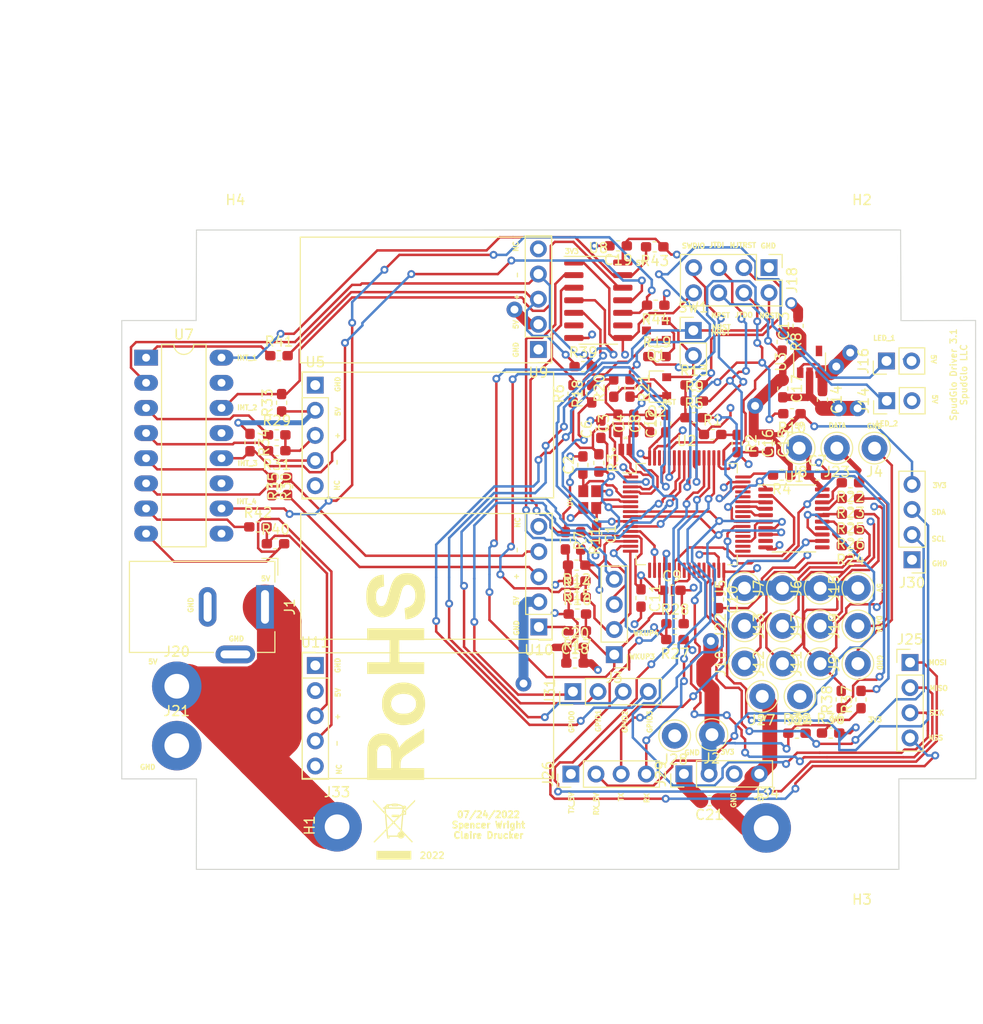
<source format=kicad_pcb>
(kicad_pcb (version 20211014) (generator pcbnew)
  (layers (0 "F.Cu" signal) (1 "In1.Cu" power "GND.Cu") (2 "In2.Cu" power "PWR.Cu") (31 "B.Cu" signal) (34 "B.Paste" user) (35 "F.Paste" user) (36 "B.SilkS" user "B.Silkscreen") (37 "F.SilkS" user "F.Silkscreen") (38 "B.Mask" user) (39 "F.Mask" user) (44 "Edge.Cuts" user))
  (net 0 "")
  (net 1 "GND1")
  (net 2 "Net-(C3-Pad1)")
  (net 3 "Net-(C4-Pad1)")
  (net 4 "+3V3")
  (net 5 "+5V")
  (net 6 "Net-(Q1-Pad3)")
  (net 7 "Net-(Q2-Pad3)")
  (net 8 "Net-(R4-Pad2)")
  (net 9 "Net-(J14-Pad1)")
  (net 10 "Net-(J16-Pad1)")
  (net 11 "Net-(R22-Pad2)")
  (net 12 "Net-(R23-Pad2)")
  (net 13 "Net-(R24-Pad2)")
  (net 14 "Net-(R25-Pad2)")
  (net 15 "Net-(R26-Pad2)")
  (net 16 "/Sheet62D1858B/OSC48_LO")
  (net 17 "/Sheet62D1858B/OSC48_HI")
  (net 18 "/Sheet62D1858B/NRST")
  (net 19 "/Sheet62D1858B/TIM1_CH1_SHIFT")
  (net 20 "/Sheet62D1858B/TIM1_CH2_SHIFT")
  (net 21 "/Sheet62D1858B/NJTRST")
  (net 22 "/Sheet62D1858B/JTDO")
  (net 23 "/Sheet62D1858B/JTDI")
  (net 24 "/Sheet62D1858B/SWCLK")
  (net 25 "/Sheet62D1858B/SWDIO")
  (net 26 "/Sheet62D1858B/TIM1_CH3_SHIFT")
  (net 27 "/Sheet62D1858B/TIM15_CH1_SHIFT")
  (net 28 "/Sheet62D1858B/TIM16_CH1_SHIFT")
  (net 29 "/Sheet62D1858B/LED_OUT_1")
  (net 30 "/Sheet62D1858B/LED_OUT_2")
  (net 31 "/Sheet62D1858B/BOOT0")
  (net 32 "/OUT_2_P")
  (net 33 "Net-(R29-Pad1)")
  (net 34 "Net-(R30-Pad1)")
  (net 35 "/OUT_3_P")
  (net 36 "/OUT_2_N")
  (net 37 "/INT_1")
  (net 38 "/INT_2")
  (net 39 "/OUT_3_N")
  (net 40 "/Sheet62D1858B/TIM16_CH1")
  (net 41 "/Sheet62D1858B/TIM15_CH1")
  (net 42 "/Sheet62D1858B/TIM1_CH1")
  (net 43 "/Sheet62D1858B/TIM1_CH2")
  (net 44 "/Sheet62D1858B/TIM1_CH3")
  (net 45 "/Sheet62D1858B/LVL_EN")
  (net 46 "/Sheet62D1858B/SPI3_NSS")
  (net 47 "/Sheet62D1858B/SPI3_SCK")
  (net 48 "/Sheet62D1858B/SPI3_MISO")
  (net 49 "/Sheet62D1858B/SPI3_MOSI")
  (net 50 "/Sheet62D1858B/LPUART1_RX")
  (net 51 "/Sheet62D1858B/LPUART1_TX")
  (net 52 "/Sheet62D1858B/LPUART1_RX_SHIFTED")
  (net 53 "/Sheet62D1858B/LPUART1_TX_SHIFTED")
  (net 54 "/Sheet62D1858B/I2C2_SCL")
  (net 55 "/Sheet62D1858B/I2C2_SDA")
  (net 56 "Net-(R27-Pad2)")
  (net 57 "/Sheet62D1858B/GPIO0")
  (net 58 "/Sheet62D1858B/GPIO1")
  (net 59 "/Sheet62D1858B/GPIO2")
  (net 60 "/Sheet62D1858B/GPIO3")
  (net 61 "/Sheet62D1858B/LVL_DIR")
  (net 62 "/INT_3")
  (net 63 "/OUT_1_P")
  (net 64 "/OUT_1_N")
  (net 65 "/OUT_4_N")
  (net 66 "/OUT_4_P")
  (net 67 "Net-(R41-Pad1)")
  (net 68 "Net-(R42-Pad1)")
  (net 69 "/INT_4")
  (net 70 "Net-(J1-Pad1)")
  (net 71 "WKUP3")
  (net 72 "WKUP4")
  (net 73 "WKUP1")
  (net 74 "WKUP2")
  (footprint "Connector_Pin:Pin_D1.3mm_L11.0mm" (layer "F.Cu") (at 184.776004 107.118478 -90)
    (fp_text reference "J5")
    (fp_text value "Conn_01x01_Male")
  )
  (footprint "Connector_Pin:Pin_D1.3mm_L11.0mm" (layer "F.Cu") (at 188.619003 107.132478 -90)
    (fp_text reference "J7")
    (fp_text value "Conn_01x01_Male")
  )
  (footprint "Connector_Pin:Pin_D1.3mm_L11.0mm" (layer "F.Cu") (at 190.303654 92.975238)
    (fp_text reference "J8")
    (fp_text value "Conn_01x01_Male")
  )
  (footprint "Connector_Pin:Pin_D1.3mm_L11.0mm" (layer "F.Cu") (at 196.239003 114.752479 -90)
    (fp_text reference "J9")
    (fp_text value "Conn_01x01_Male")
  )
  (footprint "Resistor_SMD:R_0603_1608Metric_Pad1.05x0.95mm_HandSolder" (layer "F.Cu") (at 138.003 88.396 90)
    (fp_text reference "R33")
    (fp_text value "10k")
  )
  (footprint "Resistor_SMD:R_0603_1608Metric_Pad1.05x0.95mm_HandSolder" (layer "F.Cu") (at 134.81 92.415 -90)
    (fp_text reference "R34")
    (fp_text value "10k")
  )
  (footprint "Resistor_SMD:R_0603_1608Metric_Pad1.05x0.95mm_HandSolder" (layer "F.Cu") (at 138.61 96.84 90)
    (fp_text reference "R35")
    (fp_text value "10k")
  )
  (footprint "Package_DIP:DIP-16_W7.62mm_LongPads" (layer "F.Cu") (at 124.31 83.84)
    (fp_text reference "U7")
    (fp_text value "PS2501-4")
  )
  (footprint "Package_SO:SOIC-14_3.9x8.7mm_P1.27mm" (layer "F.Cu") (at 170.01 78.04)
    (fp_text reference "U8")
    (fp_text value "TXB0104D")
  )
  (footprint "Resistor_SMD:R_0603_1608Metric_Pad1.05x0.95mm_HandSolder" (layer "F.Cu") (at 189.575001 89.5 180)
    (fp_text reference "R10")
    (fp_text value "10k")
  )
  (footprint "Resistor_SMD:R_0603_1608Metric_Pad1.05x0.95mm_HandSolder" (layer "F.Cu") (at 167.456 87.486001 90)
    (fp_text reference "R6")
    (fp_text value "DNI")
  )
  (footprint "Resistor_SMD:R_0603_1608Metric_Pad1.05x0.95mm_HandSolder" (layer "F.Cu") (at 166.677101 102.3381 -90)
    (fp_text reference "R7")
    (fp_text value "DNI")
  )
  (footprint "Resistor_SMD:R_0603_1608Metric_Pad1.05x0.95mm_HandSolder" (layer "F.Cu") (at 179.6829 89.90264)
    (fp_text reference "R5")
    (fp_text value "10k")
  )
  (footprint "Resistor_SMD:R_0603_1608Metric_Pad1.05x0.95mm_HandSolder" (layer "F.Cu") (at 167.8782 111.4335 180)
    (fp_text reference "R17")
    (fp_text value "DNI")
  )
  (footprint "Resistor_SMD:R_0603_1608Metric_Pad1.05x0.95mm_HandSolder" (layer "F.Cu") (at 169.3441 87.4892 90)
    (fp_text reference "R18")
    (fp_text value "100k")
  )
  (footprint "Connector_PinHeader_2.54mm:PinHeader_2x04_P2.54mm_Vertical" (layer "F.Cu") (at 187.258 74.743 -90)
    (fp_text reference "J18")
    (fp_text value "Conn_01x08_Male")
  )
  (footprint "Connector_Pin:Pin_D1.3mm_L11.0mm" (layer "F.Cu") (at 184.776003 114.738479 -90)
    (fp_text reference "J10")
    (fp_text value "Conn_01x01_Male")
  )
  (footprint "Connector_Pin:Pin_D1.3mm_L11.0mm" (layer "F.Cu") (at 192.429003 114.75248 -90)
    (fp_text reference "J11")
    (fp_text value "Conn_01x01_Male")
  )
  (footprint "Connector_Pin:Pin_D1.3mm_L11.0mm" (layer "F.Cu") (at 188.619004 114.752479 -90)
    (fp_text reference "J12")
    (fp_text value "Conn_01x01_Male")
  )
  (footprint "Connector_Pin:Pin_D1.3mm_L11.0mm" (layer "F.Cu") (at 196.239003 107.132478 -90)
    (fp_text reference "J15")
    (fp_text value "Conn_01x01_Male")
  )
  (footprint "Resistor_SMD:R_0603_1608Metric_Pad1.05x0.95mm_HandSolder" (layer "F.Cu") (at 195.488 96.476 180)
    (fp_text reference "R22")
    (fp_text value "0")
  )
  (footprint "Resistor_SMD:R_0603_1608Metric_Pad1.05x0.95mm_HandSolder" (layer "F.Cu") (at 195.489 98.073 180)
    (fp_text reference "R23")
    (fp_text value "0")
  )
  (footprint "Package_QFP:LQFP-64_10x10mm_P0.5mm" (layer "F.Cu") (at 178.94 99.644999)
    (fp_text reference "U2")
    (fp_text value "STM32L431RCTx")
  )
  (footprint "Resistor_SMD:R_0603_1608Metric_Pad1.05x0.95mm_HandSolder" (layer "F.Cu") (at 173.20834 86.90416 -90)
    (fp_text reference "R21")
    (fp_text value "1k")
  )
  (footprint "Connector_PinHeader_2.54mm:PinHeader_1x02_P2.54mm_Vertical" (layer "F.Cu") (at 179.61078 81.0897)
    (fp_text reference "SW1")
    (fp_text value "SW_DIP_x01")
  )
  (footprint "Resistor_SMD:R_0603_1608Metric_Pad1.05x0.95mm_HandSolder" (layer "F.Cu") (at 181.56 91.6)
    (fp_text reference "R1")
    (fp_text value "DNI")
  )
  (footprint "Package_TO_SOT_SMD:SOT-23" (layer "F.Cu") (at 175.91834 86.76416 180)
    (fp_text reference "Q2")
    (fp_text value "BSS138")
  )
  (footprint "Resistor_SMD:R_0603_1608Metric_Pad1.05x0.95mm_HandSolder" (layer "F.Cu") (at 167.8214 104.8006 180)
    (fp_text reference "R12")
    (fp_text value "DNI")
  )
  (footprint "Resistor_SMD:R_0603_1608Metric_Pad1.05x0.95mm_HandSolder" (layer "F.Cu") (at 179.6979 86.59264)
    (fp_text reference "R13")
    (fp_text value "10k")
  )
  (footprint "Resistor_SMD:R_0603_1608Metric_Pad1.05x0.95mm_HandSolder" (layer "F.Cu") (at 168.2265 102.3495 -90)
    (fp_text reference "R11")
    (fp_text value "DNI")
  )
  (footprint "Resistor_SMD:R_0603_1608Metric_Pad1.05x0.95mm_HandSolder" (layer "F.Cu") (at 137.51 93.24 180)
    (fp_text reference "R31")
    (fp_text value "10k")
  )
  (footprint "Resistor_SMD:R_0603_1608Metric_Pad1.05x0.95mm_HandSolder" (layer "F.Cu") (at 188.541 95.707 180)
    (fp_text reference "R4")
    (fp_text value "0")
  )
  (footprint "Resistor_SMD:R_0603_1608Metric_Pad1.05x0.95mm_HandSolder" (layer "F.Cu") (at 170.06546 94.47426 -90)
    (fp_text reference "R3")
    (fp_text value "10k")
  )
  (footprint "Resistor_SMD:R_0603_1608Metric_Pad1.05x0.95mm_HandSolder" (layer "F.Cu") (at 184.04 92.515 -90)
    (fp_text reference "R2")
    (fp_text value "10k")
  )
  (footprint "Resistor_SMD:R_0603_1608Metric_Pad1.05x0.95mm_HandSolder" (layer "F.Cu") (at 137.01 96.865 -90)
    (fp_text reference "R30")
    (fp_text value "1k")
  )
  (footprint "MountingHole:MountingHole_2.5mm_Pad" (layer "F.Cu") (at 127.41 123.04)
    (fp_text reference "J21")
    (fp_text value "Conn_01x01_Male")
  )
  (footprint "Capacitor_SMD:C_0603_1608Metric_Pad1.05x0.95mm_HandSolder" (layer "F.Cu") (at 169.84 101.665 -90)
    (fp_text reference "C1")
    (fp_text value "6p")
  )
  (footprint "Capacitor_SMD:C_0603_1608Metric_Pad1.05x0.95mm_HandSolder" (layer "F.Cu") (at 168.45 94.69 90)
    (fp_text reference "C2")
    (fp_text value "6p")
  )
  (footprint "Capacitor_SMD:C_0603_1608Metric_Pad1.05x0.95mm_HandSolder" (layer "F.Cu") (at 185.715 92.47 -90)
    (fp_text reference "C16")
    (fp_text value "1")
  )
  (footprint "Connector_Pin:Pin_D1.3mm_L11.0mm" (layer "F.Cu") (at 194.113655 92.975238)
    (fp_text reference "J23")
    (fp_text value "Conn_01x01_Male")
  )
  (footprint "Capacitor_SMD:C_0603_1608Metric_Pad1.05x0.95mm_HandSolder" (layer "F.Cu") (at 167.650001 113.111)
    (fp_text reference "C20")
    (fp_text value "1u")
  )
  (footprint "Package_SO:TSSOP-20_4.4x6.5mm_P0.65mm" (layer "F.Cu") (at 189.777 100.082001)
    (fp_text reference "U1")
    (fp_text value "SN74HCT245PW")
  )
  (footprint "ECS-:XTAL_ECS-.327-9-1210-TR" (layer "F.Cu") (at 172.74 93.11)
    (fp_text reference "U6")
    (fp_text value "ECS-.327-9-1210-TR")
  )
  (footprint "XTAL_ECS-480-8-36-RWN-TR" (layer "F.Cu") (at 169.14 98.18 90)
    (fp_text reference "U4")
    (fp_text value "ECS-480-8-36-RWN-TR")
  )
  (footprint "Connector_PinHeader_2.54mm:PinHeader_1x02_P2.54mm_Vertical" (layer "F.Cu") (at 199.16 88.189 90)
    (fp_text reference "J14")
    (fp_text value "Conn_01x02_Male")
  )
  (footprint "Connector_PinHeader_2.54mm:PinHeader_1x02_P2.54mm_Vertical" (layer "F.Cu") (at 199.128 84.176 90)
    (fp_text reference "J16")
    (fp_text value "Conn_01x02_Male")
  )
  (footprint "Connector_Pin:Pin_D1.3mm_L11.0mm" (layer "F.Cu") (at 192.429003 107.132478 -90)
    (fp_text reference "J6")
    (fp_text value "Conn_01x01_Male")
  )
  (footprint "Resistor_SMD:R_0603_1608Metric_Pad1.05x0.95mm_HandSolder" (layer "F.Cu") (at 196.558 118.383 90)
    (fp_text reference "R37")
    (fp_text value "10k")
  )
  (footprint "Resistor_SMD:R_0603_1608Metric_Pad1.05x0.95mm_HandSolder" (layer "F.Cu") (at 194.555 118.378 90)
    (fp_text reference "R38")
    (fp_text value "10k")
  )
  (footprint "Capacitor_SMD:C_0603_1608Metric_Pad1.05x0.95mm_HandSolder" (layer "F.Cu") (at 167.653 114.692)
    (fp_text reference "C18")
    (fp_text value "1u")
  )
  (footprint "Resistor_SMD:R_0603_1608Metric_Pad1.05x0.95mm_HandSolder" (layer "F.Cu") (at 167.8932 109.7435)
    (fp_text reference "R16")
    (fp_text value "DNI")
  )
  (footprint "Resistor_SMD:R_0603_1608Metric_Pad1.05x0.95mm_HandSolder" (layer "F.Cu") (at 167.8582 108.0335)
    (fp_text reference "R14")
    (fp_text value "DNI")
  )
  (footprint "Connector_Pin:Pin_D1.3mm_L11.0mm" (layer "F.Cu") (at 197.923654 92.975238)
    (fp_text reference "J4")
    (fp_text value "Conn_01x01_Male")
  )
  (footprint "Capacitor_SMD:C_0603_1608Metric_Pad1.05x0.95mm_HandSolder" (layer "F.Cu") (at 172.01 72.54 180)
    (fp_text reference "C19")
    (fp_text value "1u")
  )
  (footprint "Resistor_SMD:R_0603_1608Metric_Pad1.05x0.95mm_HandSolder" (layer "F.Cu") (at 175.9354 83.7313)
    (fp_text reference "R19")
    (fp_text value "1k")
  )
  (footprint "Resistor_SMD:R_0603_1608Metric_Pad1.05x0.95mm_HandSolder" (layer "F.Cu") (at 195.491 99.651 180)
    (fp_text reference "R25")
    (fp_text value "0")
  )
  (footprint "Resistor_SMD:R_0603_1608Metric_Pad1.05x0.95mm_HandSolder" (layer "F.Cu") (at 195.495 101.228 180)
    (fp_text reference "R26")
    (fp_text value "0")
  )
  (footprint "Package_TO_SOT_SMD:SOT-23-5" (layer "F.Cu") (at 191.36 84.26 90)
    (fp_text reference "U3")
    (fp_text value "LP5907MFX-3.3")
  )
  (footprint "Resistor_SMD:R_0603_1608Metric_Pad1.05x0.95mm_HandSolder" (layer "F.Cu") (at 167.8341 106.4008 180)
    (fp_text reference "R15")
    (fp_text value "DNI")
  )
  (footprint "Resistor_SMD:R_0603_1608Metric_Pad1.05x0.95mm_HandSolder" (layer "F.Cu") (at 179.7079 88.222639)
    (fp_text reference "R9")
    (fp_text value "10k")
  )
  (footprint "Capacitor_SMD:C_0603_1608Metric_Pad1.05x0.95mm_HandSolder" (layer "F.Cu") (at 177.435 107.34)
    (fp_text reference "C9")
    (fp_text value "0.1u")
  )
  (footprint "Resistor_SMD:R_0603_1608Metric_Pad1.05x0.95mm_HandSolder" (layer "F.Cu") (at 188.59 82.250001 -90)
    (fp_text reference "R8")
    (fp_text value "10k")
  )
  (footprint "Resistor_SMD:R_0603_1608Metric_Pad1.05x0.95mm_HandSolder" (layer "F.Cu") (at 195.493 102.833 180)
    (fp_text reference "R24")
    (fp_text value "0")
  )
  (footprint "Resistor_SMD:R_0603_1608Metric_Pad1.05x0.95mm_HandSolder" (layer "F.Cu") (at 137.51 91.64)
    (fp_text reference "R29")
    (fp_text value "1k")
  )
  (footprint "Resistor_SMD:R_0603_1608Metric_Pad1.05x0.95mm_HandSolder" (layer "F.Cu") (at 171.56834 86.914161 90)
    (fp_text reference "R20")
    (fp_text value "100k")
  )
  (footprint "Capacitor_SMD:C_0603_1608Metric_Pad1.05x0.95mm_HandSolder" (layer "F.Cu") (at 175.19 90.495 90)
    (fp_text reference "C8")
    (fp_text value "0.1u")
  )
  (footprint "Connector_Pin:Pin_D1.3mm_L11.0mm" (layer "F.Cu") (at 192.429003 110.942479 -90)
    (fp_text reference "J17")
    (fp_text value "Conn_01x01_Male")
  )
  (footprint "Connector_Pin:Pin_D1.3mm_L11.0mm" (layer "F.Cu") (at 196.239003 110.942478 -90)
    (fp_text reference "J19")
    (fp_text value "Conn_01x01_Male")
  )
  (footprint "Capacitor_SMD:C_0603_1608Metric_Pad1.05x0.95mm_HandSolder" (layer "F.Cu") (at 170.26612 91.06936 90)
    (fp_text reference "C6")
    (fp_text value "0.1u")
  )
  (footprint "Capacitor_SMD:C_0603_1608Metric_Pad1.05x0.95mm_HandSolder" (layer "F.Cu") (at 192.147 95.699)
    (fp_text reference "C7")
    (fp_text value "0.1u")
  )
  (footprint "Connector_Pin:Pin_D1.3mm_L11.0mm" (layer "F.Cu") (at 184.776004 110.928478 -90)
    (fp_text reference "J22")
    (fp_text value "Conn_01x01_Male")
  )
  (footprint "Capacitor_SMD:C_0603_1608Metric_Pad1.05x0.95mm_HandSolder" (layer "F.Cu") (at 173.59 90.485001 90)
    (fp_text reference "C4")
    (fp_text value "8p")
  )
  (footprint "Connector_PinHeader_2.54mm:PinHeader_1x04_P2.54mm_Vertical" (layer "F.Cu") (at 171.61928 113.847704 180)
    (fp_text reference "J3")
    (fp_text value "Conn_01x04_Male")
  )
  (footprint "Capacitor_SMD:C_0603_1608Metric_Pad1.05x0.95mm_HandSolder" (layer "F.Cu") (at 172 90.475 90)
    (fp_text reference "C3")
    (fp_text value "8p")
  )
  (footprint "Capacitor_SMD:C_0603_1608Metric_Pad1.05x0.95mm_HandSolder" (layer "F.Cu") (at 188.65 86.97 -90)
    (fp_text reference "C17")
    (fp_text value "1u")
  )
  (footprint "Capacitor_SMD:C_0603_1608Metric_Pad1.05x0.95mm_HandSolder" (layer "F.Cu") (at 182.153 108.268 -90)
    (fp_text reference "C10")
    (fp_text value "0.1u")
  )
  (footprint "Connector_Pin:Pin_D1.3mm_L11.0mm" (layer "F.Cu") (at 188.619004 110.942478 -90)
    (fp_text reference "J13")
    (fp_text value "Conn_01x01_Male")
  )
  (footprint "MountingHole:MountingHole_2.5mm_Pad" (layer "F.Cu") (at 127.41 117.04)
    (fp_text reference "J20")
    (fp_text value "Conn_01x01_Male")
  )
  (footprint "Capacitor_SMD:C_0603_1608Metric_Pad1.05x0.95mm_HandSolder" (layer "F.Cu") (at 192.66 88.085 -90)
    (fp_text reference "C14")
    (fp_text value "1u")
  )
  (footprint "Capacitor_SMD:C_0603_1608Metric_Pad1.05x0.95mm_HandSolder" (layer "F.Cu") (at 174.32 108.125 -90)
    (fp_text reference "C11")
    (fp_text value "0.1u")
  )
  (footprint "Capacitor_SMD:C_0603_1608Metric_Pad1.05x0.95mm_HandSolder" (layer "F.Cu") (at 176.82 90.5 90)
    (fp_text reference "C12")
    (fp_text value "0.1u")
  )
  (footprint "Capacitor_SMD:C_0603_1608Metric_Pad1.05x0.95mm_HandSolder" (layer "F.Cu") (at 190.2 80.625 90)
    (fp_text reference "C13")
    (fp_text value "4.7u")
  )
  (footprint "Capacitor_SMD:C_0603_1608Metric_Pad1.05x0.95mm_HandSolder" (layer "F.Cu") (at 187.303 92.489 -90)
    (fp_text reference "C15")
    (fp_text value "0.01u")
  )
  (footprint "Package_TO_SOT_SMD:SOT-23" (layer "F.Cu") (at 175.87374 81.09566 180)
    (fp_text reference "Q1")
    (fp_text value "BSS138")
  )
  (footprint "Capacitor_SMD:C_0603_1608Metric_Pad1.05x0.95mm_HandSolder" (layer "F.Cu") (at 181.246 128.598 180)
    (fp_text reference "C21")
    (fp_text value "10u")
  )
  (footprint "Connector_BarrelJack:BarrelJack_Wuerth_6941xx301002" (layer "F.Cu") (at 136.325 109.02 -90)
    (fp_text reference "J1")
    (fp_text value "Barrel_Jack_Switch")
  )
  (footprint "Connector_Pin:Pin_D1.3mm_L11.0mm" (layer "F.Cu") (at 181.491 121.927)
    (fp_text reference "J2")
    (fp_text value "Conn_01x01_Male")
  )
  (footprint "Connector_Pin:Pin_D1.3mm_L11.0mm" (layer "F.Cu") (at 190.388 118.0594)
    (fp_text reference "J24")
    (fp_text value "Conn_01x01_Male")
  )
  (footprint "Connector_PinHeader_2.54mm:PinHeader_1x04_P2.54mm_Vertical" (layer "F.Cu") (at 201.51 114.64)
    (fp_text reference "J25")
    (fp_text value "Conn_01x04_Male")
  )
  (footprint "Connector_PinHeader_2.54mm:PinHeader_1x04_P2.54mm_Vertical" (layer "F.Cu") (at 167.236 125.909 90)
    (fp_text reference "J26")
    (fp_text value "Conn_01x04_Male")
  )
  (footprint "Connector_Pin:Pin_D1.3mm_L11.0mm" (layer "F.Cu") (at 186.577999 118.0594)
    (fp_text reference "J27")
    (fp_text value "Conn_01x01_Male")
  )
  (footprint "Connector_Pin:Pin_D1.3mm_L11.0mm" (layer "F.Cu") (at 177.728 122.04)
    (fp_text reference "J28")
    (fp_text value "Conn_01x01_Male")
  )
  (footprint "Connector_PinHeader_2.54mm:PinHeader_1x04_P2.54mm_Vertical" (layer "F.Cu") (at 178.66 125.891 90)
    (fp_text reference "J29")
    (fp_text value "Conn_01x04_Male")
  )
  (footprint "Connector_PinHeader_2.54mm:PinHeader_1x04_P2.54mm_Vertical" (layer "F.Cu") (at 201.71 104.26 180)
    (fp_text reference "J30")
    (fp_text value "Conn_01x04_Male")
  )
  (footprint "Resistor_SMD:R_0603_1608Metric_Pad1.05x0.95mm_HandSolder" (layer "F.Cu") (at 177.7515 112.319 180)
    (fp_text reference "R27")
    (fp_text value "100k")
  )
  (footprint "Resistor_SMD:R_0603_1608Metric_Pad1.05x0.95mm_HandSolder" (layer "F.Cu") (at 177.7629 110.7188)
    (fp_text reference "R28")
    (fp_text value "100k")
  )
  (footprint "Resistor_SMD:R_0603_1608Metric_Pad1.05x0.95mm_HandSolder" (layer "F.Cu") (at 190.0832 121.7805)
    (fp_text reference "R32")
    (fp_text value "10k")
  )
  (footprint "Resistor_SMD:R_0603_1608Metric_Pad1.05x0.95mm_HandSolder" (layer "F.Cu") (at 193.4868 121.7678)
    (fp_text reference "R36")
    (fp_text value "10k")
  )
  (footprint "Connector_PinHeader_2.54mm:PinHeader_1x04_P2.54mm_Vertical" (layer "F.Cu") (at 167.441 117.584 90)
    (fp_text reference "J31")
    (fp_text value "Conn_01x04_Male")
  )
  (footprint "Resistor_SMD:R_0603_1608Metric_Pad1.05x0.95mm_HandSolder" (layer "F.Cu") (at 168.485 84.74)
    (fp_text reference "R39")
    (fp_text value "10k")
  )
  (footprint "Resistor_SMD:R_0603_1608Metric_Pad1.05x0.95mm_HandSolder" (layer "F.Cu") (at 137.385 102.64)
    (fp_text reference "R40")
    (fp_text value "10k")
  )
  (footprint "Resistor_SMD:R_0603_1608Metric_Pad1.05x0.95mm_HandSolder" (layer "F.Cu") (at 137.735 83.64)
    (fp_text reference "R41")
    (fp_text value "1k")
  )
  (footprint "Resistor_SMD:R_0603_1608Metric_Pad1.05x0.95mm_HandSolder" (layer "F.Cu") (at 135.61 100.94)
    (fp_text reference "R42")
    (fp_text value "1k")
  )
  (footprint "Resistor_SMD:R_0603_1608Metric_Pad1.05x0.95mm_HandSolder" (layer "F.Cu") (at 175.71 72.64 180)
    (fp_text reference "R43")
    (fp_text value "10k")
  )
  (footprint "Resistor_SMD:R_0603_1608Metric_Pad1.05x0.95mm_HandSolder" (layer "F.Cu") (at 175.81 78.54 180)
    (fp_text reference "R44")
    (fp_text value "10k")
  )
  (footprint "Connector_PinHeader_2.54mm:PinHeader_1x05_P2.54mm_Vertical" (layer "F.Cu") (at 141.41 114.94)
    (fp_text reference "U11")
    (fp_text value "receiver_433MHz")
  )
  (footprint "MountingHole:MountingHole_6.5mm" (layer "F.Cu") (at 196.65464 75.40324)
    (fp_text reference "H2")
    (fp_text value "MountingHole")
  )
  (footprint "MountingHole:MountingHole_6.5mm" (layer "F.Cu") (at 196.65464 131.08944 180)
    (fp_text reference "H3")
    (fp_text value "MountingHole")
  )
  (footprint "MountingHole:MountingHole_6.5mm" (layer "F.Cu") (at 133.33414 75.40324)
    (fp_text reference "H4")
    (fp_text value "MountingHole")
  )
  (footprint "MountingHole:MountingHole_6.5mm" (layer "F.Cu") (at 133.33414 131.09944 -90)
    (fp_text reference "H1")
    (fp_text value "MountingHole")
  )
  (footprint "Connector_PinHeader_2.54mm:PinHeader_1x05_P2.54mm_Vertical" (layer "F.Cu") (at 163.953092 83.010883 180)
    (fp_text reference "U9")
    (fp_text value "receiver_433MHz")
  )
  (footprint "Connector_PinHeader_2.54mm:PinHeader_1x05_P2.54mm_Vertical" (layer "F.Cu") (at 141.401412 86.616537)
    (fp_text reference "U5")
    (fp_text value "receiver_433MHz")
  )
  (footprint "Connector_PinHeader_2.54mm:PinHeader_1x05_P2.54mm_Vertical" (layer "F.Cu") (at 163.999718 111.051 180)
    (fp_text reference "U10")
    (fp_text value "receiver_433MHz")
  )
  (footprint "MountingHole:MountingHole_2.5mm_Pad" (layer "F.Cu") (at 143.61 131.24)
    (fp_text reference "J33")
    (fp_text value "Conn_01x01_Male")
  )
  (footprint "MountingHole:MountingHole_2.5mm_Pad" (layer "F.Cu") (at 186.974 131.358)
    (fp_text reference "J34")
    (fp_text value "Conn_01x01_Male")
  )
  (footprint "Symbol:WEEE-Logo_4.2x6mm_SilkScreen" (layer "F.Cu") (at 149.362 131.528)
    (fp_text reference "REF**" hide)
    (fp_text value "WEEE-Logo_4.2x6mm_SilkScreen" hide)
  )
  (footprint "Symbol:RoHS-Logo_6mm_SilkScreen" (layer "F.Cu") (at 149.531 116.047 90)
    (fp_text reference "REF**" hide)
    (fp_text value "RoHS-Logo_6mm_SilkScreen" hide)
  )
  (gr_line (start 165.291706 84.362019) (end 139.891708 84.362021) (layer "F.SilkS") (width 0.12))
  (gr_line (start 139.891708 84.362021) (end 139.891708 71.662022) (layer "F.SilkS") (width 0.12))
  (gr_line (start 139.891708 71.662022) (end 165.29171 71.662022) (layer "F.SilkS") (width 0.12))
  (gr_line (start 165.29171 71.662022) (end 165.291706 84.362019) (layer "F.SilkS") (width 0.12))
  (gr_line (start 165.490476 113.65983) (end 165.490473 126.359828) (layer "F.SilkS") (width 0.12))
  (gr_line (start 140.090474 113.65983) (end 165.490476 113.65983) (layer "F.SilkS") (width 0.12))
  (gr_line (start 140.090474 126.359829) (end 140.090474 113.65983) (layer "F.SilkS") (width 0.12))
  (gr_line (start 165.490473 126.359828) (end 140.090474 126.359829) (layer "F.SilkS") (width 0.12))
  (gr_line (start 140.088796 85.3054) (end 165.488795 85.305399) (layer "F.SilkS") (width 0.12))
  (gr_line (start 165.488794 98.005399) (end 140.088793 98.0054) (layer "F.SilkS") (width 0.12))
  (gr_line (start 140.088793 98.0054) (end 140.088796 85.3054) (layer "F.SilkS") (width 0.12))
  (gr_line (start 165.488795 85.305399) (end 165.488794 98.005399) (layer "F.SilkS") (width 0.12))
  (gr_line (start 165.335415 99.58871) (end 165.335414 112.28871) (layer "F.SilkS") (width 0.12))
  (gr_line (start 139.935415 99.588712) (end 165.335415 99.58871) (layer "F.SilkS") (width 0.12))
  (gr_line (start 165.335414 112.28871) (end 139.935416 112.288713) (layer "F.SilkS") (width 0.12))
  (gr_line (start 139.935415 99.588712) (end 139.935413 112.288714) (layer "F.SilkS") (width 0.12))
  (gr_line (start 200.6 80.1) (end 208.1351 80.08078) (layer "Edge.Cuts") (width 0.1))
  (gr_line (start 200.5552 70.9378) (end 200.6 80.1) (layer "Edge.Cuts") (width 0.1))
  (gr_line (start 129.3654 80.0862) (end 129.4 70.94) (layer "Edge.Cuts") (width 0.1))
  (gr_line (start 200.3831 126.39) (end 208.163 126.39) (layer "Edge.Cuts") (width 0.1))
  (gr_line (start 200.3831 126.39) (end 200.3831 135.54) (layer "Edge.Cuts") (width 0.1))
  (gr_line (start 121.85 126.39922) (end 129.4 126.4) (layer "Edge.Cuts") (width 0.1))
  (gr_line (start 129.3857 135.54) (end 129.4 126.4) (layer "Edge.Cuts") (width 0.1))
  (gr_line (start 121.85 80.09) (end 129.3654 80.0862) (layer "Edge.Cuts") (width 0.1))
  (gr_line (start 200.3831 135.54) (end 129.3857 135.54) (layer "Edge.Cuts") (width 0.1))
  (gr_line (start 208.1351 80.08078) (end 208.163 126.39) (layer "Edge.Cuts") (width 0.1))
  (gr_line (start 121.85 126.39922) (end 121.85 80.09) (layer "Edge.Cuts") (width 0.1))
  (gr_line (start 129.4 70.94) (end 200.5552 70.9378) (layer "Edge.Cuts") (width 0.1))
  (gr_text "5V" (at 197.119 77.648) (layer "F.SilkS") (effects (font (size 0.5 0.5) (thickness 0.125))))
  (gr_text "5V" (at 190.293 90.719) (layer "F.SilkS") (effects (font (size 0.5 0.5) (thickness 0.125))))
  (gr_text "GND" (at 197.924 90.758) (layer "F.SilkS") (effects (font (size 0.5 0.5) (thickness 0.125))))
  (gr_text "SCK" (at 204.21 119.735) (layer "F.SilkS") (effects (font (size 0.5 0.5) (thickness 0.125))))
  (gr_text "MISO" (at 204.41 117.24) (layer "F.SilkS") (effects (font (size 0.5 0.5) (thickness 0.125))))
  (gr_text "MOSI" (at 204.31 114.64) (layer "F.SilkS") (effects (font (size 0.5 0.5) (thickness 0.125))))
  (gr_text "WKUP3" (at 174.429 114.049) (layer "F.SilkS") (effects (font (size 0.5 0.5) (thickness 0.125))))
  (gr_text "GND" (at 198.434 114.647001 270) (layer "F.SilkS") (effects (font (size 0.5 0.5) (thickness 0.125))))
  (gr_text "5V" (at 198.417 107.096 270) (layer "F.SilkS") (effects (font (size 0.5 0.5) (thickness 0.125))))
  (gr_text "DATA" (at 198.374 110.755 270) (layer "F.SilkS") (effects (font (size 0.5 0.5) (thickness 0.125))))
  (gr_text "RST" (at 177.17492 88.33886) (layer "F.SilkS") (effects (font (size 0.5 0.5) (thickness 0.125))))
  (gr_text "DATA" (at 194.159899 90.695906) (layer "F.SilkS") (effects (font (size 0.5 0.5) (thickness 0.125))))
  (gr_text "SpudGlo Driver 3.1\nSpudGlo LLC" (at 206.425 85.568 90) (layer "F.SilkS") (effects (font (size 0.65 0.65) (thickness 0.125))))
  (gr_text "GND" (at 194.113 120.3512) (layer "F.SilkS") (effects (font (size 0.5 0.5) (thickness 0.125))))
  (gr_text "3V3" (at 197.9738 120.4147) (layer "F.SilkS") (effects (font (size 0.5 0.5) (thickness 0.125))))
  (gr_text "GND" (at 190.3792 120.3512) (layer "F.SilkS") (effects (font (size 0.5 0.5) (thickness 0.125))))
  (gr_text "5V" (at 186.5438 120.274999) (layer "F.SilkS") (effects (font (size 0.5 0.5) (thickness 0.125))))
  (gr_text "GPIO1" (at 170.01 120.54 90) (layer "F.SilkS") (effects (font (size 0.5 0.5) (thickness 0.125))))
  (gr_text "GPIO2" (at 172.71 120.64 90) (layer "F.SilkS") (effects (font (size 0.5 0.5) (thickness 0.125))))
  (gr_text "GPIO3" (at 175.21 120.64 90) (layer "F.SilkS") (effects (font (size 0.5 0.5) (thickness 0.125))))
  (gr_text "WKUP4" (at 174.824 111.678) (layer "F.SilkS") (effects (font (size 0.5 0.5) (thickness 0.125))))
  (gr_text "3V3" (at 204.500001 96.75) (layer "F.SilkS") (effects (font (size 0.5 0.5) (thickness 0.125))))
  (gr_text "5V" (at 186.41 128.24 90) (layer "F.SilkS") (effects (font (size 0.5 0.5) (thickness 0.125))))
  (gr_text "5V" (at 203.893 83.987 270) (layer "F.SilkS") (effects (font (size 0.5 0.5) (thickness 0.125))))
  (gr_text "5V" (at 204.019 88.027 270) (layer "F.SilkS") (effects (font (size 0.5 0.5) (thickness 0.125))))
  (gr_text "GND" (at 183.685 128.54 90) (layer "F.SilkS") (effects (font (size 0.5 0.5) (thickness 0.125))))
  (gr_text "NRST" (at 182.376 81.29) (layer "F.SilkS") (effects (font (size 0.5 0.5) (thickness 0.125))))
  (gr_text "GND" (at 187.184 72.544) (layer "F.SilkS") (effects (font (size 0.5 0.5) (thickness 0.125))))
  (gr_text "GND" (at 179.481 123.743) (layer "F.SilkS") (effects (font (size 0.5 0.5) (thickness 0.125))))
  (gr_text "NRST" (at 187.244 79.597) (layer "F.SilkS") (effects (font (size 0.5 0.5) (thickness 0.125))))
  (gr_text "RX" (at 174.91 128.34 90) (layer "F.SilkS") (effects (font (size 0.5 0.5) (thickness 0.125))))
  (gr_text "TX" (at 172.31 128.24 90) (layer "F.SilkS") (effects (font (size 0.5 0.5) (thickness 0.125))))
  (gr_text "RX_5V" (at 169.81 128.94 90) (layer "F.SilkS") (effects (font (size 0.5 0.5) (thickness 0.125))))
  (gr_text "TX_5V" (at 167.292001 128.84 90) (layer "F.SilkS") (effects (font (size 0.5 0.5) (thickness 0.125))))
  (gr_text "NSS" (at 204.11 122.257) (layer "F.SilkS") (effects (font (size 0.5 0.5) (thickness 0.125))))
  (gr_text "5V" (at 161.680787 80.490632 90) (layer "F.SilkS") (effects (font (size 0.5 0.5) (thickness 0.125))))
  (gr_text "NC" (at 161.665107 72.608187 90) (layer "F.SilkS") (effects (font (size 0.5 0.5) (thickness 0.125))))
  (gr_text "+" (at 161.813987 77.71543 270) (layer "F.SilkS") (effects (font (size 0.5 0.5) (thickness 0.125))))
  (gr_text "GND" (at 161.680789 83.043331 90) (layer "F.SilkS") (effects (font (size 0.5 0.5) (thickness 0.125))))
  (gr_text "-" (at 161.868107 75.487187 270) (layer "F.SilkS") (effects (font (size 0.5 0.5) (thickness 0.125))))
  (gr_text "NC" (at 161.86032 100.501504 90) (layer "F.SilkS") (effects (font (size 0.5 0.5) (thickness 0.125))))
  (gr_text "+" (at 161.70792 105.949804 90) (layer "F.SilkS") (effects (font (size 0.5 0.5) (thickness 0.125))))
  (gr_text "-" (at 161.847619 103.270103 270) (layer "F.SilkS") (effects (font (size 0.5 0.5) (thickness 0.125))))
  (gr_text "GND" (at 161.739819 111.150706 90) (layer "F.SilkS") (effects (font (size 0.5 0.5) (thickness 0.125))))
  (gr_text "5V" (at 161.720621 108.400905 90) (layer "F.SilkS") (effects (font (size 0.5 0.5) (thickness 0.125))))
  (gr_text "SDA" (at 204.4 99.45) (layer "F.SilkS") (effects (font (size 0.5 0.5) (thickness 0.125))))
  (gr_text "SCL" (at 204.4 102.15) (layer "F.SilkS") (effects (font (size 0.5 0.5) (thickness 0.125))))
  (gr_text "GND" (at 204.5 104.65) (layer "F.SilkS") (effects (font (size 0.5 0.5) (thickness 0.125))))
  (gr_text "GPIO0" (at 167.31 120.64 90) (layer "F.SilkS") (effects (font (size 0.5 0.5) (thickness 0.125))))
  (gr_text "-" (at 143.572381 122.809897 90) (layer "F.SilkS") (effects (font (size 0.5 0.5) (thickness 0.125))))
  (gr_text "5V" (at 143.699379 117.679095 90) (layer "F.SilkS") (effects (font (size 0.5 0.5) (thickness 0.125))))
  (gr_text "GND" (at 143.680182 114.929294 90) (layer "F.SilkS") (effects (font (size 0.5 0.5) (thickness 0.125))))
  (gr_text "+" (at 143.71208 120.130196 270) (layer "F.SilkS") (effects (font (size 0.5 0.5) (thickness 0.125))))
  (gr_text "NC" (at 143.81 125.44 90) (layer "F.SilkS") (effects (font (size 0.5 0.5) (thickness 0.125))))
  (gr_text "3V3" (at 183.058 123.685) (layer "F.SilkS") (effects (font (size 0.5 0.5) (thickness 0.125))))
  (gr_text "5V" (at 124.992905 114.559379) (layer "F.SilkS") (effects (font (size 0.5 0.5) (thickness 0.125))))
  (gr_text "GND" (at 133.429706 112.242182) (layer "F.SilkS") (effects (font (size 0.5 0.5) (thickness 0.125))))
  (gr_text "INT_1" (at 134.51 83.862) (layer "F.SilkS") (effects (font (size 0.5 0.5) (thickness 0.125))))
  (gr_text "INT_2" (at 134.529 88.882) (layer "F.SilkS") (effects (font (size 0.5 0.5) (thickness 0.125))))
  (gr_text "3V3" (at 167.336368 73.093787) (layer "F.SilkS") (effects (font (size 0.5 0.5) (thickness 0.125))))
  (gr_text "NJTRST" (at 184.623368 72.485787) (layer "F.SilkS") (effects (font (size 0.5 0.5) (thickness 0.125))))
  (gr_text "NRST" (at 182.442 80.775) (layer "F.SilkS") (effects (font (size 0.5 0.5) (thickness 0.125))))
  (gr_text "LED_1" (at 198.905 81.864) (layer "F.SilkS") (effects (font (size 0.5 0.5) (thickness 0.125))))
  (gr_text "LED_2" (at 199.172 90.499) (layer "F.SilkS") (effects (font (size 0.5 0.5) (thickness 0.125))))
  (gr_text "NRST" (at 182.357 79.565) (layer "F.SilkS") (effects (font (size 0.5 0.5) (thickness 0.125))))
  (gr_text "2022" (at 153.216 134.141) (layer "F.SilkS") (effects (font (size 0.65 0.65) (thickness 0.125))))
  (gr_text "GND" (at 143.680182 86.529294 90) (layer "F.SilkS") (effects (font (size 0.5 0.5) (thickness 0.125))))
  (gr_text "INT_4" (at 134.471 98.373) (layer "F.SilkS") (effects (font (size 0.5 0.5) (thickness 0.125))))
  (gr_text "-" (at 143.572381 94.409897 90) (layer "F.SilkS") (effects (font (size 0.5 0.5) (thickness 0.125))))
  (gr_text "5V" (at 143.699379 89.279095 90) (layer "F.SilkS") (effects (font (size 0.5 0.5) (thickness 0.125))))
  (gr_text "INT_3" (at 134.566 94.511) (layer "F.SilkS") (effects (font (size 0.5 0.5) (thickness 0.125))))
  (gr_text "+" (at 143.71208 91.730196 270) (layer "F.SilkS") (effects (font (size 0.5 0.5) (thickness 0.125))))
  (gr_text "GND" (at 128.825182 108.840294 90) (layer "F.SilkS") (effects (font (size 0.5 0.5) (thickness 0.125))))
  (gr_text "07/24/2022\nSpencer Wright\nClaire Drucker" (at 158.905 131.055) (layer "F.SilkS") (effects (font (size 0.65 0.65) (thickness 0.1625))))
  (gr_text "SWDIO" (at 179.623368 72.537787) (layer "F.SilkS") (effects (font (size 0.5 0.5) (thickness 0.125))))
  (gr_text "GND" (at 124.469706 125.210182) (layer "F.SilkS") (effects (font (size 0.5 0.5) (thickness 0.125))))
  (gr_text "5V" (at 174.268 74.282) (layer "F.SilkS") (effects (font (size 0.5 0.5) (thickness 0.125))))
  (gr_text "JTDI" (at 181.967 72.462) (layer "F.SilkS") (effects (font (size 0.5 0.5) (thickness 0.125))))
  (gr_text "NC" (at 143.61 96.74 90) (layer "F.SilkS") (effects (font (size 0.5 0.5) (thickness 0.125))))
  (gr_text "JTDO" (at 184.721 79.533) (layer "F.SilkS") (effects (font (size 0.5 0.5) (thickness 0.125))))
  (gr_text "5V" (at 136.395905 106.165379) (layer "F.SilkS") (effects (font (size 0.5 0.5) (thickness 0.125))))
  (segment (start 187.874 103.207) (end 188.3215 102.759501) (width 0.25) (layer "F.Cu") (net 1))
  (segment (start 180.331091 103.623909) (end 180.216 103.739) (width 0.25) (layer "F.Cu") (net 1))
  (segment (start 182.0568 103.8989) (end 182.0389 103.8989) (width 0.25) (layer "F.Cu") (net 1))
  (segment (start 182.0389 103.8989) (end 181.763909 103.623909) (width 0.25) (layer "F.Cu") (net 1))
  (segment (start 189.868533 105.057467) (end 191.138 103.788) (width 0.25) (layer "F.Cu") (net 1))
  (segment (start 190.694014 106.348986) (end 191.535523 105.507477) (width 0.25) (layer "F.Cu") (net 1))
  (segment (start 197.03901 104.84199) (end 197.86495 104.01605) (width 0.25) (layer "F.Cu") (net 1))
  (segment (start 191.535523 105.507477) (end 194.822592 105.507477) (width 0.25) (layer "F.Cu") (net 1))
  (segment (start 197.594 100.389) (end 197.520999 100.389) (width 0.25) (layer "F.Cu") (net 1))
  (segment (start 194.822592 105.507477) (end 195.488079 104.84199) (width 0.25) (layer "F.Cu") (net 1))
  (segment (start 190.694014 106.348986) (end 190.694014 112.677469) (width 0.25) (layer "F.Cu") (net 1))
  (segment (start 197.86495 104.01605) (end 197.86495 100.65995) (width 0.25) (layer "F.Cu") (net 1))
  (segment (start 195.488079 104.84199) (end 197.03901 104.84199) (width 0.25) (layer "F.Cu") (net 1))
  (segment (start 197.86495 100.65995) (end 197.594 100.389) (width 0.25) (layer "F.Cu") (net 1))
  (segment (start 186.543992 107.755493) (end 186.543992 107.583008) (width 0.25) (layer "F.Cu") (net 1))
  (segment (start 186.420071 110.736409) (end 186.994003 110.162477) (width 0.25) (layer "F.Cu") (net 1))
  (segment (start 185.156483 109.143) (end 186.543992 107.755493) (width 0.25) (layer "F.Cu") (net 1))
  (segment (start 182.153 109.143) (end 185.156483 109.143) (width 0.25) (layer "F.Cu") (net 1))
  (segment (start 186.401005 110.736409) (end 186.420071 110.736409) (width 0.25) (layer "F.Cu") (net 1))
  (segment (start 186.543992 106.166077) (end 186.543992 107.583008) (width 0.25) (layer "F.Cu") (net 1))
  (segment (start 191.36 87.66) (end 192.66 88.96) (width 0.75) (layer "F.Cu") (net 1))
  (segment (start 191.36 85.36) (end 191.36 87.66) (width 0.75) (layer "F.Cu") (net 1))
  (segment (start 181.763909 103.623909) (end 180.331091 103.623909) (width 0.25) (layer "F.Cu") (net 1))
  (segment (start 189.097122 105.057467) (end 189.868533 105.057467) (width 0.25) (layer "F.Cu") (net 1))
  (segment (start 194.555 117.503) (end 194.555 116.878476) (width 0.25) (layer "F.Cu") (net 1))
  (segment (start 194.555 116.878476) (end 192.429003 114.75248) (width 0.25) (layer "F.Cu") (net 1))
  (segment (start 188.65 87.845) (end 191.175 87.845) (width 0.75) (layer "F.Cu") (net 1))
  (segment (start 191.175 87.845) (end 191.36 87.66) (width 0.75) (layer "F.Cu") (net 1))
  (segment (start 186.9145 103.007) (end 187.1145 103.207) (width 0.25) (layer "F.Cu") (net 1))
  (segment (start 187.1145 103.207) (end 187.874 103.207) (width 0.25) (layer "F.Cu") (net 1))
  (segment (start 194.163992 106.166077) (end 194.822592 105.507477) (width 0.25) (layer "F.Cu") (net 1))
  (segment (start 176.039298 92.78) (end 176.902888 92.78) (width 0.25) (layer "F.Cu") (net 1))
  (segment (start 182.19 105.1878) (end 182.16501 105.16281) (width 0.25) (layer "F.Cu") (net 1))
  (segment (start 182.19 105.32) (end 182.19 105.1878) (width 0.25) (layer "F.Cu") (net 1))
  (segment (start 182.16501 104.00711) (end 182.0568 103.8989) (width 0.25) (layer "F.Cu") (net 1))
  (segment (start 175.69 93.129298) (end 176.039298 92.78) (width 0.25) (layer "F.Cu") (net 1))
  (segment (start 172.01 89.609999) (end 172 89.6) (width 0.25) (layer "F.Cu") (net 1))
  (segment (start 170.76833 86.83917) (end 170.76833 88.36833) (width 0.25) (layer "F.Cu") (net 1))
  (segment (start 171.568341 86.03916) (end 169.919141 86.03916) (width 0.25) (layer "F.Cu") (net 1))
  (segment (start 167.4819 100.0381) (end 168.49 99.03) (width 0.25) (layer "F.Cu") (net 1))
  (segment (start 175.69 102.842888) (end 174.242112 101.395) (width 0.25) (layer "F.Cu") (net 1))
  (segment (start 167.2105 100.0381) (end 167.4819 100.0381) (width 0.25) (layer "F.Cu") (net 1))
  (segment (start 170.76833 88.36833) (end 172 89.6) (width 0.25) (layer "F.Cu") (net 1))
  (segment (start 169.7251 102.6549) (end 169.84 102.54) (width 0.25) (layer "F.Cu") (net 1))
  (segment (start 174.242112 101.395) (end 173.265 101.395) (width 0.25) (layer "F.Cu") (net 1))
  (segment (start 175.19 89.62) (end 173.6 89.62) (width 0.25) (layer "F.Cu") (net 1))
  (segment (start 169.7251 103.8227) (end 169.7251 102.6549) (width 0.25) (layer "F.Cu") (net 1))
  (segment (start 171.568341 86.03916) (end 170.76833 86.83917) (width 0.25) (layer "F.Cu") (net 1))
  (segment (start 169.67449 102.37449) (end 169.84 102.54) (width 0.25) (layer "F.Cu") (net 1))
  (segment (start 166.6771 103.213101) (end 166.91739 103.2131) (width 0.25) (layer "F.Cu") (net 1))
  (segment (start 175.69 103.48) (end 175.69 102.842888) (width 0.25) (layer "F.Cu") (net 1))
  (segment (start 185.67 93.389999) (end 185.715001 93.345) (width 0.25) (layer "F.Cu") (net 1))
  (segment (start 173.590001 89.61) (end 172.01 89.609999) (width 0.25) (layer "F.Cu") (net 1))
  (segment (start 172 89.6) (end 170.86048 89.6) (width 0.25) (layer "F.Cu") (net 1))
  (segment (start 173.6 89.62) (end 173.590001 89.61) (width 0.25) (layer "F.Cu") (net 1))
  (segment (start 184.04 93.39) (end 185.67 93.389999) (width 0.25) (layer "F.Cu") (net 1))
  (segment (start 185.734 93.364) (end 185.715001 93.345) (width 0.25) (layer "F.Cu") (net 1))
  (segment (start 169.919141 86.03916) (end 169.3441 86.614201) (width 0.25) (layer "F.Cu") (net 1))
  (segment (start 170.86048 89.6) (end 170.26612 90.19436) (width 0.25) (layer "F.Cu") (net 1))
  (segment (start 187.303 93.364) (end 185.734 93.364) (width 0.25) (layer "F.Cu") (net 1))
  (segment (start 166.9489 111.3792) (end 167.0032 111.4335) (width 0.5) (layer "F.Cu") (net 1))
  (segment (start 177.045152 80.14566) (end 176.87374 80.14566) (width 0.25) (layer "F.Cu") (net 1))
  (segment (start 179.61078 83.6297) (end 178.098751 82.11767) (width 0.25) (layer "F.Cu") (net 1))
  (segment (start 178.098751 81.199258) (end 177.045152 80.14566) (width 0.25) (layer "F.Cu") (net 1))
  (segment (start 178.098751 82.11767) (end 178.098751 81.199258) (width 0.25) (layer "F.Cu") (net 1))
  (segment (start 168.45 93.815) (end 167.175001 93.815) (width 0.25) (layer "F.Cu") (net 1))
  (segment (start 174.32 110.12) (end 173.67 110.77) (width 0.25) (layer "F.Cu") (net 1))
  (segment (start 170.98 97.33) (end 171.12 97.47) (width 0.25) (layer "F.Cu") (net 1))
  (segment (start 183.22001 96.41999) (end 182.69 96.95) (width 0.25) (layer "F.Cu") (net 1))
  (segment (start 184.49001 96.41999) (end 183.22001 96.41999) (width 0.25) (layer "F.Cu") (net 1))
  (segment (start 184.04 93.39) (end 184.04 93.44) (width 0.25) (layer "F.Cu") (net 1))
  (segment (start 184.515 96.395) (end 184.49001 96.41999) (width 0.25) (layer "F.Cu") (net 1))
  (segment (start 175.195 89.625) (end 175.19 89.62) (width 0.25) (layer "F.Cu") (net 1))
  (segment (start 184.615 96.395) (end 184.515 96.395) (width 0.25) (layer "F.Cu") (net 1))
  (segment (start 174.32 109) (end 174.32 110.12) (width 0.25) (layer "F.Cu") (net 1))
  (segment (start 184.04 93.44) (end 185.199999 94.6) (width 0.25) (layer "F.Cu") (net 1))
  (segment (start 176.82 89.625) (end 175.195 89.625) (width 0.25) (layer "F.Cu") (net 1))
  (segment (start 175.69 105.32) (end 175.69 103.48) (width 0.25) (layer "F.Cu") (net 1))
  (segment (start 173.325 101.395) (end 173.34 101.41) (width 0.25) (layer "F.Cu") (net 1))
  (segment (start 173.265 101.395) (end 173.325 101.395) (width 0.25) (layer "F.Cu") (net 1))
  (segment (start 169.79 97.33) (end 170.98 97.33) (width 0.25) (layer "F.Cu") (net 1))
  (segment (start 193.022 95.699) (end 193.022 95.171) (width 0.25) (layer "F.Cu") (net 1))
  (segment (start 193.022 95.171) (end 192.29 94.439) (width 0.25) (layer "F.Cu") (net 1))
  (segment (start 178.452 107.482) (end 178.31 107.34) (width 0.25) (layer "F.Cu") (net 1))
  (segment (start 178.452 108.894) (end 178.452 107.482) (width 0.25) (layer "F.Cu") (net 1))
  (segment (start 190.694014 112.677469) (end 188.619004 114.752479) (width 0.25) (layer "F.Cu") (net 1))
  (segment (start 175.69 93.97) (end 175.69 93.129298) (width 0.25) (layer "F.Cu") (net 1))
  (segment (start 166.9464 103.4824) (end 166.6771 103.213101) (width 0.25) (layer "F.Cu") (net 1))
  (segment (start 166.9464 104.8006) (end 166.9464 103.4824) (width 0.25) (layer "F.Cu") (net 1))
  (segment (start 177.772998 91.950001) (end 178.544 91.179) (width 0.25) (layer "F.Cu") (net 1))
  (segment (start 177.732887 91.950001) (end 177.772998 91.950001) (width 0.25) (layer "F.Cu") (net 1))
  (segment (start 176.902888 92.78) (end 177.732887 91.950001) (width 0.25) (layer "F.Cu") (net 1))
  (segment (start 194.163992 106.166077) (end 194.163992 109.191008) (width 0.25) (layer "F.Cu") (net 1))
  (segment (start 194.163992 109.191008) (end 194.037522 109.317478) (width 0.25) (layer "F.Cu") (net 1))
  (segment (start 194.037522 109.317478) (end 191.090522 109.317478) (width 0.25) (layer "F.Cu") (net 1))
  (segment (start 190.804002 113.127478) (end 192.429003 114.75248) (width 0.25) (layer "F.Cu") (net 1))
  (segment (start 190.804002 109.603999) (end 190.804002 113.127478) (width 0.25) (layer "F.Cu") (net 1))
  (segment (start 191.090522 109.317478) (end 190.804002 109.603999) (width 0.25) (layer "F.Cu") (net 1))
  (segment (start 194.054004 110.69541) (end 195.064011 109.685402) (width 0.25) (layer "F.Cu") (net 1))
  (segment (start 194.054004 113.127478) (end 194.054004 110.69541) (width 0.25) (layer "F.Cu") (net 1))
  (segment (start 192.429003 114.75248) (end 194.054004 113.127478) (width 0.25) (layer "F.Cu") (net 1))
  (segment (start 195.064012 109.152469) (end 195.459002 108.757479) (width 0.25) (layer "F.Cu") (net 1))
  (segment (start 195.064011 109.685402) (end 195.064012 109.152469) (width 0.25) (layer "F.Cu") (net 1))
  (segment (start 197.869479 108.757479) (end 198.152 109.04) (width 0.25) (layer "F.Cu") (net 1))
  (segment (start 195.459002 108.757479) (end 197.869479 108.757479) (width 0.25) (layer "F.Cu") (net 1))
  (segment (start 189.097122 105.057467) (end 187.652601 105.057468) (width 0.25) (layer "F.Cu") (net 1))
  (segment (start 187.652601 105.057468) (end 186.543992 106.166077) (width 0.25) (layer "F.Cu") (net 1))
  (segment (start 198.604923 111.392487) (end 199.66499 110.33242) (width 0.25) (layer "F.Cu") (net 1))
  (segment (start 198.515 98.885) (end 198.76497 99.13497) (width 0.25) (layer "F.Cu") (net 1))
  (segment (start 196.239003 113.371997) (end 198.218513 111.392488) (width 0.25) (layer "F.Cu") (net 1))
  (segment (start 197.883 98.885) (end 198.515 98.885) (width 0.25) (layer "F.Cu") (net 1))
  (segment (start 186.401005 113.113477) (end 186.401005 110.736409) (width 0.25) (layer "F.Cu") (net 1))
  (segment (start 184.776003 114.738479) (end 186.401005 113.113477) (width 0.25) (layer "F.Cu") (net 1))
  (segment (start 186.994003 110.162477) (end 186.994003 113.127478) (width 0.25) (layer "F.Cu") (net 1))
  (segment (start 186.994003 113.127478) (end 188.619004 114.752479) (width 0.25) (layer "F.Cu") (net 1))
  (segment (start 198.218513 111.392488) (end 198.604923 111.392487) (width 0.25) (layer "F.Cu") (net 1))
  (segment (start 198.76497 99.13497) (end 198.76497 108.42703) (width 0.25) (layer "F.Cu") (net 1))
  (segment (start 199.66499 94.716574) (end 197.923654 92.975238) (width 0.25) (layer "F.Cu") (net 1))
  (segment (start 187.44401 109.712469) (end 186.994003 110.162477) (width 0.25) (layer "F.Cu") (net 1))
  (segment (start 199.66499 110.33242) (end 199.66499 94.716574) (width 0.25) (layer "F.Cu") (net 1))
  (segment (start 187.44401 109.693403) (end 187.44401 109.712469) (width 0.25) (layer "F.Cu") (net 1))
  (segment (start 196.239003 114.752479) (end 196.239003 113.371997) (width 0.25) (layer "F.Cu") (net 1))
  (segment (start 198.76497 108.42703) (end 198.152 109.04) (width 0.25) (layer "F.Cu") (net 1))
  (segment (start 168.528 113.114) (end 168.525 113.111) (width 0.75) (layer "F.Cu") (net 1))
  (segment (start 168.528 114.692) (end 168.528 113.114) (width 0.75) (layer "F.Cu") (net 1))
  (segment (start 168.528 114.692) (end 169.269 114.692) (width 0.75) (layer "F.Cu") (net 1))
  (segment (start 169.269 114.692) (end 169.966 115.388999) (width 0.75) (layer "F.Cu") (net 1))
  (segment (start 166.959101 104.8133) (end 166.9464 104.8006) (width 0.75) (layer "F.Cu") (net 1))
  (segment (start 166.9591 106.4008) (end 166.959101 104.8133) (width 0.75) (layer "F.Cu") (net 1))
  (segment (start 178.6379 109.0799) (end 178.452 108.894) (width 0.25) (layer "F.Cu") (net 1))
  (segment (start 178.6379 110.7188) (end 178.6379 109.0799) (width 0.25) (layer "F.Cu") (net 1))
  (segment (start 178.31 107.34) (end 179.3777 107.34) (width 0.25) (layer "F.Cu") (net 1))
  (segment (start 179.3777 107.34) (end 179.6438 107.0739) (width 0.25) (layer "F.Cu") (net 1))
  (segment (start 182.16501 105.16281) (end 182.16501 104.00711) (width 0.25) (layer "F.Cu") (net 1))
  (segment (start 194.308 88.96) (end 192.66 88.96) (width 1.5) (layer "F.Cu") (net 1))
  (segment (start 169.38 81.494) (end 169.38 81.494) (width 0.25) (layer "F.Cu") (net 1))
  (segment (start 189.501 78.331) (end 189.501 78.331) (width 1) (layer "F.Cu") (net 1))
  (segment (start 170.26612 90.19436) (end 169.21164 90.19436) (width 0.25) (layer "F.Cu") (net 1))
  (segment (start 176.9465 85.786) (end 179.368 85.786) (width 0.25) (layer "F.Cu") (net 1))
  (segment (start 179.61078 85.54322) (end 179.61078 83.6297) (width 0.25) (layer "F.Cu") (net 1))
  (segment (start 166.6207 111.051) (end 167.0032 111.4335) (width 0.25) (layer "F.Cu") (net 1))
  (segment (start 163.999718 111.051) (end 166.6207 111.051) (width 0.25) (layer "F.Cu") (net 1))
  (segment (start 171.135 72.54) (end 169.61 72.54) (width 0.25) (layer "F.Cu") (net 1))
  (segment (start 176.91834 85.81416) (end 176.9465 85.786) (width 0.25) (layer "F.Cu") (net 1))
  (segment (start 190.2 79.03) (end 189.501 78.331) (width 1) (layer "F.Cu") (net 1))
  (segment (start 167.535 81.85) (end 169.024 81.85) (width 0.25) (layer "F.Cu") (net 1))
  (segment (start 194.308 88.96) (end 196.213 88.96) (width 1.5) (layer "F.Cu") (net 1))
  (segment (start 166.0492 106.4008) (end 165.66 106.79) (width 0.25) (layer "F.Cu") (net 1))
  (segment (start 166.9591 106.4008) (end 166.0492 106.4008) (width 0.25) (layer "F.Cu") (net 1))
  (segment (start 179.368 85.786) (end 179.61078 85.54322) (width 0.25) (layer "F.Cu") (net 1))
  (segment (start 178.66 126.887) (end 178.66 125.891) (width 1.5) (layer "F.Cu") (net 1))
  (segment (start 190.2 79.75) (end 190.2 79.03) (width 1) (layer "F.Cu") (net 1))
  (segment (start 180.371 128.598) (end 178.66 126.887) (width 1.5) (layer "F.Cu") (net 1))
  (segment (start 169.024 81.85) (end 169.38 81.494) (width 0.25) (layer "F.Cu") (net 1))
  (via (at 188.3215 102.759501) (size 0.8) (drill 0.4) (layers "F.Cu" "B.Cu") (net 1))
  (via (at 180.216 103.739) (size 0.8) (drill 0.4) (layers "F.Cu" "B.Cu") (net 1))
  (via (at 191.138 103.788) (size 0.8) (drill 0.4) (layers "F.Cu" "B.Cu") (net 1))
  (via (at 197.520999 100.389) (size 0.8) (drill 0.4) (layers "F.Cu" "B.Cu") (net 1))
  (via (at 197.883 98.885) (size 0.8) (drill 0.4) (layers "F.Cu" "B.Cu") (net 1))
  (via (at 167.2105 100.0381) (size 0.8) (drill 0.4) (layers "F.Cu" "B.Cu") (net 1))
  (via (at 175.69 103.48) (size 0.8) (drill 0.4) (layers "F.Cu" "B.Cu") (net 1))
  (via (at 171.12 97.47) (size 0.8) (drill 0.4) (layers "F.Cu" "B.Cu") (net 1))
  (via (at 173.67 110.77) (size 0.8) (drill 0.4) (layers "F.Cu" "B.Cu") (net 1))
  (via (at 182.69 96.95) (size 0.8) (drill 0.4) (layers "F.Cu" "B.Cu") (net 1))
  (via (at 169.7251 103.8227) (size 0.8) (drill 0.4) (layers "F.Cu" "B.Cu") (net 1))
  (via (at 167.175001 93.815) (size 0.8) (drill 0.4) (layers "F.Cu" "B.Cu") (net 1))
  (via (at 185.199999 94.6) (size 0.8) (drill 0.4) (layers "F.Cu" "B.Cu") (net 1))
  (via (at 192.29 94.439) (size 0.8) (drill 0.4) (layers "F.Cu" "B.Cu") (net 1))
  (via (at 198.152 109.04) (size 0.8) (drill 0.4) (layers "F.Cu" "B.Cu") (net 1))
  (via (at 178.544 91.179) (size 0.8) (drill 0.4) (layers "F.Cu" "B.Cu") (net 1))
  (via (at 169.966 115.388999) (size 0.8) (drill 0.4) (layers "F.Cu" "B.Cu") (net 1))
  (via (at 179.6438 107.0739) (size 0.8) (drill 0.4) (layers "F.Cu" "B.Cu") (net 1))
  (via (at 169.21164 90.19436) (size 0.8) (drill 0.4) (layers "F.Cu" "B.Cu") (net 1))
  (via (at 196.213 88.96) (size 1.6) (drill 0.8) (layers "F.Cu" "B.Cu") (net 1))
  (via (at 189.501 78.331) (size 1.2) (drill 0.8) (layers "F.Cu" "B.Cu") (net 1))
  (via (at 169.38 81.494) (size 0.8) (drill 0.4) (layers "F.Cu" "B.Cu") (net 1))
  (via (at 194.308 88.96) (size 1.6) (drill 0.8) (layers "F.Cu" "B.Cu") (net 1))
  (via (at 165.66 106.79) (size 0.8) (drill 0.4) (layers "F.Cu" "B.Cu") (net 1))
  (via (at 169.61 72.54) (size 0.8) (drill 0.4) (layers "F.Cu" "B.Cu") (net 1))
  (segment (start 174.467998 97.120002) (end 175.164 97.120002) (width 0.25) (layer "F.Cu") (net 2))
  (segment (start 175.541 96.743002) (end 175.541 96.047) (width 0.25) (layer "F.Cu") (net 2))
  (segment (start 173.66901 95.4026) (end 173.26 94.993591) (width 0.25) (layer "F.Cu") (net 2))
  (segment (start 175.164001 95.67) (end 174.5391 95.67) (width 0.25) (layer "F.Cu") (net 2))
  (segment (start 175.541 96.047) (end 175.164001 95.67) (width 0.25) (layer "F.Cu") (net 2))
  (segment (start 174.2717 95.4026) (end 173.66901 95.4026) (width 0.25) (layer "F.Cu") (net 2))
  (segment (start 174.242996 96.895001) (end 174.467998 97.120002) (width 0.25) (layer "F.Cu") (net 2))
  (segment (start 175.164 97.120002) (end 175.541 96.743002) (width 0.25) (layer "F.Cu") (net 2))
  (segment (start 174.5391 95.67) (end 174.2717 95.4026) (width 0.25) (layer "F.Cu") (net 2))
  (segment (start 173.26 94.993591) (end 173.26 94.556999) (width 0.25) (layer "F.Cu") (net 2))
  (segment (start 173.265 96.895001) (end 174.242996 96.895001) (width 0.25) (layer "F.Cu") (net 2))
  (segment (start 173.26 94.556999) (end 172.327499 93.624498) (width 0.25) (layer "F.Cu") (net 2))
  (segment (start 172.327499 93.624498) (end 172.3275 93.109999) (width 0.25) (layer "F.Cu") (net 2))
  (segment (start 172.3275 93.109999) (end 172.3275 91.6775) (width 0.25) (layer "F.Cu") (net 2))
  (segment (start 172.3275 91.6775) (end 172 91.35) (width 0.25) (layer "F.Cu") (net 2))
  (segment (start 173.265 97.395) (end 174.106586 97.395) (width 0.25) (layer "F.Cu") (net 3))
  (segment (start 174.281598 97.570012) (end 175.350401 97.570011) (width 0.25) (layer "F.Cu") (net 3))
  (segment (start 174.106586 97.395) (end 174.281598 97.570012) (width 0.25) (layer "F.Cu") (net 3))
  (segment (start 174.7255 95.21999) (end 173.1525 93.646989) (width 0.25) (layer "F.Cu") (net 3))
  (segment (start 173.1525 93.646989) (end 173.1525 93.109999) (width 0.25) (layer "F.Cu") (net 3))
  (segment (start 173.1525 93.109999) (end 173.1525 91.7975) (width 0.25) (layer "F.Cu") (net 3))
  (segment (start 173.1525 91.7975) (end 173.59 91.36) (width 0.25) (layer "F.Cu") (net 3))
  (segment (start 173.265 97.395) (end 173.265 97.385) (width 0.25) (layer "F.Cu") (net 3))
  (segment (start 173.265 97.385) (end 173.250011 97.37001) (width 0.25) (layer "F.Cu") (net 3))
  (segment (start 175.3504 95.21999) (end 174.7255 95.21999) (width 0.25) (layer "F.Cu") (net 3))
  (segment (start 175.99101 96.929402) (end 175.991009 95.860598) (width 0.25) (layer "F.Cu") (net 3))
  (segment (start 175.350401 97.570011) (end 175.99101 96.929402) (width 0.25) (layer "F.Cu") (net 3))
  (segment (start 175.991009 95.860598) (end 175.3504 95.21999) (width 0.25) (layer "F.Cu") (net 3))
  (segment (start 182.840001 105.47) (end 185.685 105.47) (width 0.25) (layer "F.Cu") (net 4))
  (segment (start 185.685 105.47) (end 186.056 105.099) (width 0.25) (layer "F.Cu") (net 4))
  (segment (start 182.69 105.320001) (end 182.840001 105.47) (width 0.25) (layer "F.Cu") (net 4))
  (segment (start 169.46611 91.42386) (end 169.8456 91.04437) (width 0.25) (layer "F.Cu") (net 4))
  (segment (start 170.98512 91.04437) (end 171.19999 90.8295) (width 0.25) (layer "F.Cu") (net 4))
  (segment (start 175.19 92.992888) (end 175.19 93.97) (width 0.25) (layer "F.Cu") (net 4))
  (segment (start 175.862888 92.32) (end 175.19 92.992888) (width 0.25) (layer "F.Cu") (net 4))
  (segment (start 175.93 92.32) (end 175.862888 92.32) (width 0.25) (layer "F.Cu") (net 4))
  (segment (start 190.26 83.31) (end 190.41 83.16) (width 1) (layer "F.Cu") (net 4))
  (segment (start 175.19 93.97) (end 174.71 93.97) (width 0.25) (layer "F.Cu") (net 4))
  (segment (start 174.105702 101.895001) (end 173.265 101.895001) (width 0.25) (layer "F.Cu") (net 4))
  (segment (start 174.71 93.97) (end 174.27 93.53) (width 0.25) (layer "F.Cu") (net 4))
  (segment (start 175.19 93.97) (end 175.19 93.94) (width 0.25) (layer "F.Cu") (net 4))
  (segment (start 190.41 81.445) (end 190.305 81.34) (width 0.75) (layer "F.Cu") (net 4))
  (segment (start 174.36501 102.154308) (end 174.105702 101.895001) (width 0.25) (layer "F.Cu") (net 4))
  (segment (start 173.265 95.895) (end 173.265 95.635001) (width 0.25) (layer "F.Cu") (net 4))
  (segment (start 173.265 95.635001) (end 172.535 94.905) (width 0.25) (layer "F.Cu") (net 4))
  (segment (start 174.36501 103.635692) (end 173.77 104.230702) (width 0.25) (layer "F.Cu") (net 4))
  (segment (start 174.36501 102.154308) (end 174.36501 103.635692) (width 0.25) (layer "F.Cu") (net 4))
  (segment (start 172.535 94.905) (end 172.51 94.88) (width 0.25) (layer "F.Cu") (net 4))
  (segment (start 166.774999 114.689) (end 166.777999 114.692) (width 0.75) (layer "F.Cu") (net 4))
  (segment (start 166.775 113.110999) (end 166.774999 114.689) (width 0.75) (layer "F.Cu") (net 4))
  (segment (start 165.581 113.111) (end 166.775 113.110999) (width 0.75) (layer "F.Cu") (net 4))
  (segment (start 167.90319 110.62849) (end 167.85321 110.57851) (width 0.25) (layer "F.Cu") (net 4))
  (segment (start 167.90319 111.98281) (end 167.90319 110.62849) (width 0.25) (layer "F.Cu") (net 4))
  (segment (start 166.775 113.110999) (end 167.90319 111.98281) (width 0.25) (layer "F.Cu") (net 4))
  (segment (start 192.6118 121.7678) (end 193.411811 120.96779) (width 0.25) (layer "F.Cu") (net 4))
  (segment (start 193.39911 120.98049) (end 193.411811 120.96779) (width 0.25) (layer "F.Cu") (net 4))
  (segment (start 190.008209 120.98049) (end 193.39911 120.98049) (width 0.25) (layer "F.Cu") (net 4))
  (segment (start 189.208199 121.7805) (end 190.008209 120.98049) (width 0.25) (layer "F.Cu") (net 4))
  (segment (start 182.69 106.856001) (end 182.69 105.320001) (width 0.25) (layer "F.Cu") (net 4))
  (segment (start 182.153 107.393) (end 182.69 106.856001) (width 0.25) (layer "F.Cu") (net 4))
  (segment (start 169.418801 92.952601) (end 168.170599 92.952601) (width 0.25) (layer "F.Cu") (net 4))
  (segment (start 170.06546 93.59926) (end 169.418801 92.952601) (width 0.25) (layer "F.Cu") (net 4))
  (segment (start 167.456 92.238002) (end 168.170599 92.952601) (width 0.25) (layer "F.Cu") (net 4))
  (segment (start 167.456 88.361) (end 167.456 92.238002) (width 0.25) (layer "F.Cu") (net 4))
  (segment (start 178.626499 112.4935) (end 179.521 113.388001) (width 0.25) (layer "F.Cu") (net 4))
  (segment (start 178.6265 112.318999) (end 178.626499 112.4935) (width 0.25) (layer "F.Cu") (net 4))
  (segment (start 181.296999 114.205296) (end 181.381 114.121295) (width 1.5) (layer "F.Cu") (net 4))
  (segment (start 181.381 114.121295) (end 181.381 112.471) (width 1.5) (layer "F.Cu") (net 4))
  (segment (start 193.940001 120.439599) (end 193.39911 120.98049) (width 0.25) (layer "F.Cu") (net 4))
  (segment (start 171.68598 93.80748) (end 171.68598 92.3673) (width 0.25) (layer "F.Cu") (net 4))
  (segment (start 171.68598 95.142398) (end 172.438582 95.895) (width 0.25) (layer "F.Cu") (net 4))
  (segment (start 171.68598 93.80748) (end 171.68598 95.142398) (width 0.25) (layer "F.Cu") (net 4))
  (segment (start 171.68598 93.96598) (end 171.68598 93.80748) (width 0.25) (layer "F.Cu") (net 4))
  (segment (start 167.0182 108.0685) (end 166.9832 108.0335) (width 0.25) (layer "F.Cu") (net 4))
  (segment (start 172.438582 95.895) (end 173.265 95.895) (width 0.25) (layer "F.Cu") (net 4))
  (segment (start 167.0182 109.7435) (end 167.0182 108.0685) (width 0.25) (layer "F.Cu") (net 4))
  (segment (start 171.60781 101.870011) (end 171.37781 101.64001) (width 0.25) (layer "F.Cu") (net 4))
  (segment (start 167.0182 109.7435) (end 167.85321 110.57851) (width 0.25) (layer "F.Cu") (net 4))
  (segment (start 168.39201 101.64001) (end 168.2265 101.4745) (width 0.25) (layer "F.Cu") (net 4))
  (segment (start 172.8847 101.895) (end 172.85971 101.87001) (width 0.25) (layer "F.Cu") (net 4))
  (segment (start 171.37781 101.64001) (end 168.39201 101.64001) (width 0.25) (layer "F.Cu") (net 4))
  (segment (start 173.265 101.895001) (end 172.8847 101.895) (width 0.25) (layer "F.Cu") (net 4))
  (segment (start 169.8456 91.04437) (end 170.98512 91.04437) (width 0.25) (layer "F.Cu") (net 4))
  (segment (start 172.85971 101.87001) (end 171.60781 101.870011) (width 0.25) (layer "F.Cu") (net 4))
  (segment (start 170.06546 93.59926) (end 169.46611 92.99991) (width 0.25) (layer "F.Cu") (net 4))
  (segment (start 169.46611 92.99991) (end 169.46611 91.42386) (width 0.25) (layer "F.Cu") (net 4))
  (segment (start 178.8229 88.21264) (end 178.8329 88.22264) (width 0.25) (layer "F.Cu") (net 4))
  (segment (start 185.8541 88.7097) (end 185.8541 88.613282) (width 1.25) (layer "F.Cu") (net 4))
  (segment (start 188.372382 86.095) (end 188.65 86.095) (width 1.25) (layer "F.Cu") (net 4))
  (segment (start 185.8541 88.613282) (end 188.372382 86.095) (width 1.25) (layer "F.Cu") (net 4))
  (segment (start 188.65 84.92) (end 188.65 86.095) (width 0.75) (layer "F.Cu") (net 4))
  (segment (start 190.41 83.16) (end 188.65 84.92) (width 0.75) (layer "F.Cu") (net 4))
  (segment (start 185.715 91.595) (end 185.715 88.8488) (width 1) (layer "F.Cu") (net 4))
  (segment (start 185.715 88.8488) (end 185.8541 88.7097) (width 1) (layer "F.Cu") (net 4))
  (segment (start 185.715 91.595) (end 187.284 91.595) (width 1) (layer "F.Cu") (net 4))
  (segment (start 187.284 91.595) (end 187.303 91.614) (width 1) (layer "F.Cu") (net 4))
  (segment (start 171.68598 92.3673) (end 171.44976 92.13108) (width 0.25) (layer "F.Cu") (net 4))
  (segment (start 171.44976 92.13108) (end 171.44976 92.12027) (width 0.25) (layer "F.Cu") (net 4))
  (segment (start 171.44976 92.12027) (end 171.19999 91.8705) (width 0.25) (layer "F.Cu") (net 4))
  (segment (start 171.19999 91.8705) (end 171.19999 90.8295) (width 0.25) (layer "F.Cu") (net 4))
  (segment (start 190.45 89.5) (end 190.61 89.5) (width 0.25) (layer "F.Cu") (net 4))
  (segment (start 174.32 107.25) (end 174.36501 107.20499) (width 0.25) (layer "F.Cu") (net 4))
  (segment (start 173.77 106.7) (end 174.32 107.25) (width 0.25) (layer "F.Cu") (net 4))
  (segment (start 173.77 104.230702) (end 173.77 106.7) (width 0.25) (layer "F.Cu") (net 4))
  (segment (start 176.190001 106.97) (end 176.19 105.320001) (width 0.25) (layer "F.Cu") (net 4))
  (segment (start 176.56 107.34) (end 176.190001 106.97) (width 0.25) (layer "F.Cu") (net 4))
  (segment (start 174.359298 105.83) (end 174.32 105.83) (width 0.25) (layer "F.Cu") (net 4))
  (segment (start 176.56 107.34) (end 175.869298 107.34) (width 0.25) (layer "F.Cu") (net 4))
  (segment (start 171.5295 90.49999) (end 174.31999 90.499989) (width 0.25) (layer "F.Cu") (net 4))
  (segment (start 188.625 81.339999) (end 188.590001 81.375) (width 0.75) (layer "F.Cu") (net 4))
  (segment (start 174.31999 90.499989) (end 175.19 91.37) (width 0.25) (layer "F.Cu") (net 4))
  (segment (start 171.19999 90.8295) (end 171.5295 90.49999) (width 0.25) (layer "F.Cu") (net 4))
  (segment (start 175.869298 107.34) (end 174.359298 105.83) (width 0.25) (layer "F.Cu") (net 4))
  (segment (start 178.8229 86.59264) (end 178.8229 88.21264) (width 0.25) (layer "F.Cu") (net 4))
  (segment (start 175.93 92.265) (end 176.820001 91.375) (width 0.25) (layer "F.Cu") (net 4))
  (segment (start 175.93 92.32) (end 175.93 92.265) (width 0.25) (layer "F.Cu") (net 4))
  (segment (start 178.29236 89.90264) (end 176.820001 91.375) (width 0.25) (layer "F.Cu") (net 4))
  (segment (start 178.8079 89.90264) (end 178.29236 89.90264) (width 0.25) (layer "F.Cu") (net 4))
  (segment (start 178.98764 89.90264) (end 180.685 91.6) (width 0.25) (layer "F.Cu") (net 4))
  (segment (start 178.8079 89.90264) (end 178.98764 89.90264) (width 0.25) (layer "F.Cu") (net 4))
  (segment (start 178.8079 88.24764) (end 178.8329 88.22264) (width 0.25) (layer "F.Cu") (net 4))
  (segment (start 178.8079 89.90264) (end 178.8079 88.24764) (width 0.25) (layer "F.Cu") (net 4))
  (segment (start 188.22801 93.489596) (end 188.22801 92.53901) (width 0.5) (layer "F.Cu") (net 4))
  (segment (start 189.416001 94.677586) (end 188.22801 93.489596) (width 0.5) (layer "F.Cu") (net 4))
  (segment (start 188.22801 92.53901) (end 187.303 91.614) (width 0.5) (layer "F.Cu") (net 4))
  (segment (start 189.416001 95.707) (end 189.416001 94.677586) (width 0.5) (layer "F.Cu") (net 4))
  (segment (start 188.336 91.614) (end 187.303 91.614) (width 0.5) (layer "F.Cu") (net 4))
  (segment (start 190.45 89.5) (end 188.336 91.614) (width 0.5) (layer "F.Cu") (net 4))
  (segment (start 176.702001 107.482) (end 176.56 107.34) (width 0.25) (layer "F.Cu") (net 4))
  (segment (start 176.702001 108.894) (end 176.702001 107.482) (width 0.25) (layer "F.Cu") (net 4))
  (segment (start 174.32 107.25) (end 174.32 105.83) (width 0.25) (layer "F.Cu") (net 4))
  (segment (start 172.71 83.54) (end 172.71 83.54) (width 0.25) (layer "F.Cu") (net 4))
  (segment (start 165.61 109.64) (end 165.61 109.64) (width 0.25) (layer "F.Cu") (net 4))
  (segment (start 183.365 88.914) (end 183.365 88.914) (width 0.25) (layer "F.Cu") (net 4))
  (segment (start 185.8541 88.7097) (end 185.8541 88.7097) (width 1) (layer "F.Cu") (net 4))
  (segment (start 195.376401 120.439599) (end 196.558 119.258) (width 0.25) (layer "F.Cu") (net 4))
  (segment (start 181.48501 90.79999) (end 182.296812 90.79999) (width 0.25) (layer "F.Cu") (net 4))
  (segment (start 180.665 114.837295) (end 181.381 114.121295) (width 1.5) (layer "F.Cu") (net 4))
  (segment (start 190.554 89.5) (end 191.833 90.779) (width 0.25) (layer "F.Cu") (net 4))
  (segment (start 183.365 89.731802) (end 183.365 89.191) (width 0.25) (layer "F.Cu") (net 4))
  (segment (start 183.365 89.191) (end 183.365 88.914) (width 0.25) (layer "F.Cu") (net 4))
  (segment (start 181.491 117.348705) (end 180.665 116.522705) (width 1.5) (layer "F.Cu") (net 4))
  (segment (start 190.075001 81.375001) (end 190.2 81.5) (width 1.25) (layer "F.Cu") (net 4))
  (segment (start 177.58099 79.34001) (end 179.638 77.283) (width 0.25) (layer "F.Cu") (net 4))
  (segment (start 172.485 81.85) (end 172.485 83.315) (width 0.25) (layer "F.Cu") (net 4))
  (segment (start 167.0182 109.7435) (end 165.7135 109.7435) (width 0.25) (layer "F.Cu") (net 4))
  (segment (start 168.51 74.23) (end 167.535 74.23) (width 0.25) (layer "F.Cu") (net 4))
  (segment (start 189.2082 121.7805) (end 189.2082 123.1758) (width 0.25) (layer "F.Cu") (net 4))
  (segment (start 188.59 81.375001) (end 190.075001 81.375001) (width 1.25) (layer "F.Cu") (net 4))
  (segment (start 172.485 81.85) (end 171.51 81.85) (width 0.25) (layer "F.Cu") (net 4))
  (segment (start 171.12 76.84) (end 168.51 74.23) (width 0.25) (layer "F.Cu") (net 4))
  (segment (start 171.12 81.46) (end 171.12 76.84) (width 0.25) (layer "F.Cu") (net 4))
  (segment (start 175.194388 79.34001) (end 177.58099 79.34001) (width 0.25) (layer "F.Cu") (net 4))
  (segment (start 190.41 83.16) (end 190.41 81.71) (width 1.25) (layer "F.Cu") (net 4))
  (segment (start 190.41 81.71) (end 190.2 81.5) (width 1.25) (layer "F.Cu") (net 4))
  (segment (start 174.098739 80.435659) (end 175.194388 79.34001) (width 0.25) (layer "F.Cu") (net 4))
  (segment (start 182.296812 90.79999) (end 183.365 89.731802) (width 0.25) (layer "F.Cu") (net 4))
  (segment (start 181.389 121.825) (end 181.491 121.927) (width 1.5) (layer "F.Cu") (net 4))
  (segment (start 193.940001 120.439599) (end 195.376401 120.439599) (width 0.25) (layer "F.Cu") (net 4))
  (segment (start 165.7135 109.7435) (end 165.61 109.64) (width 0.25) (layer "F.Cu") (net 4))
  (segment (start 181.491 121.927) (end 181.491 117.348705) (width 1.5) (layer "F.Cu") (net 4))
  (segment (start 172.485 83.315) (end 172.71 83.54) (width 0.25) (layer "F.Cu") (net 4))
  (segment (start 190.450001 89.5) (end 190.554 89.5) (width 0.25) (layer "F.Cu") (net 4))
  (segment (start 180.685 91.6) (end 181.48501 90.79999) (width 0.25) (layer "F.Cu") (net 4))
  (segment (start 189.2082 123.1758) (end 189.035 123.349) (width 0.25) (layer "F.Cu") (net 4))
  (segment (start 180.665 116.522705) (end 180.665 114.837295) (width 1.5) (layer "F.Cu") (net 4))
  (segment (start 171.51 81.85) (end 171.12 81.46) (width 0.25) (layer "F.Cu") (net 4))
  (segment (start 173.46 81.85) (end 174.098739 81.211261) (width 0.25) (layer "F.Cu") (net 4))
  (segment (start 174.098739 81.211261) (end 174.098739 80.435659) (width 0.25) (layer "F.Cu") (net 4))
  (segment (start 172.485 81.85) (end 173.46 81.85) (width 0.25) (layer "F.Cu") (net 4))
  (via (at 172.535 94.905) (size 0.8) (drill 0.4) (layers "F.Cu" "B.Cu") (net 4))
  (via (at 174.27 93.53) (size 0.8) (drill 0.4) (layers "F.Cu" "B.Cu") (net 4))
  (via (at 174.32 105.83) (size 0.8) (drill 0.4) (layers "F.Cu" "B.Cu") (net 4))
  (via (at 179.521 113.388001) (size 0.8) (drill 0.4) (layers "F.Cu" "B.Cu") (net 4))
  (via (at 181.381 112.471) (size 1.6) (drill 0.8) (layers "F.Cu" "B.Cu") (net 4))
  (via (at 186.056 105.099) (size 0.8) (drill 0.4) (layers "F.Cu" "B.Cu") (net 4))
  (via (at 165.61 109.64) (size 0.8) (drill 0.4) (layers "F.Cu" "B.Cu") (net 4))
  (via (at 172.71 83.54) (size 0.8) (drill 0.4) (layers "F.Cu" "B.Cu") (net 4))
  (via (at 191.833 90.779) (size 0.8) (drill 0.4) (layers "F.Cu" "B.Cu") (net 4))
  (via (at 183.365 88.914) (size 0.8) (drill 0.4) (layers "F.Cu" "B.Cu") (net 4))
  (via (at 185.8541 88.7097) (size 1.6) (drill 0.8) (layers "F.Cu" "B.Cu") (net 4))
  (via (at 189.035 123.349) (size 0.8) (drill 0.4) (layers "F.Cu" "B.Cu") (net 4))
  (segment (start 189.035 123.349) (end 189.035 123.349) (width 0.25) (layer "B.Cu") (net 4))
  (segment (start 191.833 90.779) (end 191.833 90.779) (width 0.25) (layer "B.Cu") (net 4))
  (segment (start 201.71 94.356582) (end 198.132418 90.779) (width 0.25) (layer "B.Cu") (net 4))
  (segment (start 201.71 96.64) (end 201.71 94.356582) (width 0.25) (layer "B.Cu") (net 4))
  (segment (start 183.824003 122.785003) (end 182.349003 122.785003) (width 0.25) (layer "B.Cu") (net 4))
  (segment (start 183.843 122.804) (end 183.824003 122.785003) (width 0.25) (layer "B.Cu") (net 4))
  (segment (start 182.349003 122.785003) (end 181.491 121.927) (width 0.25) (layer "B.Cu") (net 4))
  (segment (start 181.2 125.891) (end 181.2 122.218) (width 1.5) (layer "B.Cu") (net 4))
  (segment (start 189.035 123.349) (end 188.49 122.804) (width 0.25) (layer "B.Cu") (net 4))
  (segment (start 181.2 122.218) (end 181.491 121.927) (width 1.5) (layer "B.Cu") (net 4))
  (segment (start 188.49 122.804) (end 183.843 122.804) (width 0.25) (layer "B.Cu") (net 4))
  (segment (start 198.132418 90.779) (end 191.833 90.779) (width 0.25) (layer "B.Cu") (net 4))
  (segment (start 192.66 85.38501) (end 192.68501 85.360001) (width 1) (layer "F.Cu") (net 5))
  (segment (start 192.66 87.21) (end 192.66 85.38501) (width 1) (layer "F.Cu") (net 5))
  (segment (start 192.6395 97.157) (end 192.6395 97.0665) (width 0.5) (layer "F.Cu") (net 5))
  (segment (start 192.6395 97.0665) (end 191.272 95.699) (width 0.5) (layer "F.Cu") (net 5))
  (segment (start 186.28 125.891) (end 187.34 124.831) (width 1.5) (layer "F.Cu") (net 5))
  (segment (start 187.34 118.8214) (end 186.577999 118.0594) (width 1.5) (layer "F.Cu") (net 5))
  (segment (start 187.34 124.831) (end 187.34 118.8214) (width 1.5) (layer "F.Cu") (net 5))
  (segment (start 190.774999 84.504998) (end 190.41 84.869998) (width 0.25) (layer "F.Cu") (net 5))
  (segment (start 192.31 84.58) (end 192.234999 84.504999) (width 0.25) (layer "F.Cu") (net 5))
  (segment (start 192.234999 84.504999) (end 190.774999 84.504998) (width 0.25) (layer "F.Cu") (net 5))
  (segment (start 192.66 85.71) (end 192.31 85.36) (width 0.75) (layer "F.Cu") (net 5))
  (segment (start 190.41 84.869998) (end 190.41 85.360001) (width 0.25) (layer "F.Cu") (net 5))
  (segment (start 192.31 85.36) (end 192.31 84.58) (width 0.25) (layer "F.Cu") (net 5))
  (segment (start 193.4329 85.36) (end 192.68501 85.360001) (width 1.5) (layer "F.Cu") (net 5))
  (segment (start 191.272 93.943584) (end 190.303654 92.975238) (width 0.5) (layer "F.Cu") (net 5))
  (segment (start 191.272 95.699) (end 191.272 93.943584) (width 0.5) (layer "F.Cu") (net 5))
  (segment (start 133.6215 90.4145) (end 133.591 90.445) (width 0.25) (layer "F.Cu") (net 5))
  (segment (start 194.05845 84.73445) (end 193.4329 85.36) (width 1.5) (layer "F.Cu") (net 5))
  (segment (start 195.19345 83.59945) (end 194.05845 84.73445) (width 1.5) (layer "F.Cu") (net 5))
  (segment (start 195.46295 83.32995) (end 195.19345 83.59945) (width 1.5) (layer "F.Cu") (net 5))
  (segment (start 161.534 78.979) (end 161.534 78.979) (width 1) (layer "F.Cu") (net 5))
  (segment (start 173.11001 71.83999) (end 175.78499 71.83999) (width 0.25) (layer "F.Cu") (net 5))
  (segment (start 163.953092 80.470883) (end 163.025883 80.470883) (width 1) (layer "F.Cu") (net 5))
  (segment (start 172.885 72.065) (end 173.11001 71.83999) (width 0.25) (layer "F.Cu") (net 5))
  (segment (start 175.78499 71.83999) (end 176.585 72.64) (width 0.25) (layer "F.Cu") (net 5))
  (segment (start 138.003 89.271) (end 141.286949 89.271) (width 0.25) (layer "F.Cu") (net 5))
  (segment (start 141.286949 89.271) (end 141.401412 89.156537) (width 0.25) (layer "F.Cu") (net 5))
  (segment (start 176.685 77.56) (end 176.922 77.323) (width 0.25) (layer "F.Cu") (net 5))
  (segment (start 163.025883 80.470883) (end 161.534 78.979) (width 1) (layer "F.Cu") (net 5))
  (segment (start 183.697002 128.598) (end 182.121 128.598) (width 1.5) (layer "F.Cu") (net 5))
  (segment (start 185.878 125.891) (end 185.540001 126.228999) (width 1.5) (layer "F.Cu") (net 5))
  (segment (start 185.540001 126.228999) (end 185.540001 126.755001) (width 1.5) (layer "F.Cu") (net 5))
  (segment (start 133.6215 90.4145) (end 133.6845 90.4145) (width 0.25) (layer "F.Cu") (net 5))
  (segment (start 172.885 72.54) (end 172.885 72.065) (width 0.25) (layer "F.Cu") (net 5))
  (segment (start 185.540001 126.755001) (end 183.697002 128.598) (width 1.5) (layer "F.Cu") (net 5))
  (segment (start 177.942 73.423) (end 177.368 73.423) (width 0.25) (layer "F.Cu") (net 5))
  (segment (start 172.485 74.23) (end 172.485 72.94) (width 0.25) (layer "F.Cu") (net 5))
  (segment (start 177.368 73.423) (end 176.585 72.64) (width 0.25) (layer "F.Cu") (net 5))
  (segment (start 184.881 131.358) (end 182.121 128.598) (width 1.5) (layer "F.Cu") (net 5))
  (segment (start 176.685 78.54) (end 176.685 77.56) (width 0.25) (layer "F.Cu") (net 5))
  (segment (start 133.6845 90.4145) (end 134.81 91.54) (width 0.25) (layer "F.Cu") (net 5))
  (segment (start 186.28 125.891) (end 185.878 125.891) (width 1.5) (layer "F.Cu") (net 5))
  (segment (start 186.974 131.358) (end 184.881 131.358) (width 1.5) (layer "F.Cu") (net 5))
  (segment (start 172.485 72.94) (end 172.885 72.54) (width 0.25) (layer "F.Cu") (net 5))
  (via (at 177.942 73.423) (size 0.8) (drill 0.4) (layers "F.Cu" "B.Cu") (net 5))
  (via (at 195.46295 83.32995) (size 1.6) (drill 0.8) (layers "F.Cu" "B.Cu") (net 5))
  (via (at 194.05845 84.73445) (size 1.6) (drill 0.8) (layers "F.Cu" "B.Cu") (net 5))
  (via (at 162.449717 116.763283) (size 1.6) (drill 0.8) (layers "F.Cu" "B.Cu") (net 5))
  (via (at 133.6215 90.4145) (size 0.8) (drill 0.4) (layers "F.Cu" "B.Cu") (net 5))
  (via (at 161.534 78.979) (size 1.6) (drill 0.8) (layers "F.Cu" "B.Cu") (net 5))
  (via (at 176.922 77.323) (size 0.8) (drill 0.4) (layers "F.Cu" "B.Cu") (net 5))
  (segment (start 188.619003 107.132478) (end 192.429003 107.132478) (width 1.5) (layer "B.Cu") (net 5))
  (segment (start 196.239003 107.132478) (end 192.429003 107.132478) (width 1.5) (layer "B.Cu") (net 5))
  (segment (start 188.605004 107.118478) (end 188.619003 107.132478) (width 1.5) (layer "B.Cu") (net 5))
  (segment (start 184.776004 107.118478) (end 188.605004 107.118478) (width 1.5) (layer "B.Cu") (net 5))
  (segment (start 184.776004 108.111996) (end 184.776004 107.118478) (width 0.5) (layer "B.Cu") (net 5))
  (segment (start 201.685 83.999) (end 200.884002 83.999) (width 0.25) (layer "B.Cu") (net 5))
  (segment (start 140.143449 90.4145) (end 141.401412 89.156537) (width 0.5) (layer "B.Cu") (net 5))
  (segment (start 162.797637 108.511) (end 162.449717 108.85892) (width 1) (layer "B.Cu") (net 5))
  (segment (start 163.999718 108.511) (end 162.797637 108.511) (width 1) (layer "B.Cu") (net 5))
  (segment (start 133.6215 90.4145) (end 140.143449 90.4145) (width 0.5) (layer "B.Cu") (net 5))
  (segment (start 162.449717 108.85892) (end 162.449717 116.763283) (width 1) (layer "B.Cu") (net 5))
  (segment (start 177.358742 81.09566) (end 177.648741 81.385659) (width 0.25) (layer "F.Cu") (net 6))
  (segment (start 176.8104 83.7313) (end 177.648741 82.892959) (width 0.25) (layer "F.Cu") (net 6))
  (segment (start 174.87374 81.09566) (end 177.358742 81.09566) (width 0.25) (layer "F.Cu") (net 6))
  (segment (start 177.648741 81.385659) (end 177.648741 82.892959) (width 0.25) (layer "F.Cu") (net 6))
  (segment (start 173.20834 87.779161) (end 173.90334 87.77916) (width 0.25) (layer "F.Cu") (net 7))
  (segment (start 173.90334 87.77916) (end 174.91834 86.76416) (width 0.25) (layer "F.Cu") (net 7))
  (segment (start 185.727991 95.557009) (end 187.516009 95.557009) (width 0.25) (layer "F.Cu") (net 8))
  (segment (start 185.39 95.895) (end 185.727991 95.557009) (width 0.25) (layer "F.Cu") (net 8))
  (segment (start 187.516009 95.557009) (end 187.666 95.707) (width 0.25) (layer "F.Cu") (net 8))
  (segment (start 184.615 95.895) (end 185.39 95.895) (width 0.25) (layer "F.Cu") (net 8))
  (segment (start 174.7175 83.3884) (end 175.0604 83.7313) (width 0.25) (layer "F.Cu") (net 9))
  (segment (start 178.136 84.818) (end 178.195 84.877) (width 0.25) (layer "F.Cu") (net 9))
  (segment (start 177.84931 84.53131) (end 178.136 84.818) (width 0.25) (layer "F.Cu") (net 9))
  (segment (start 177.3309 84.53131) (end 177.84931 84.53131) (width 0.25) (layer "F.Cu") (net 9))
  (segment (start 175.0604 83.7313) (end 175.86041 84.53131) (width 0.25) (layer "F.Cu") (net 9))
  (segment (start 175.86041 84.53131) (end 177.3309 84.53131) (width 0.25) (layer "F.Cu") (net 9))
  (via (at 178.136 84.818) (size 0.8) (drill 0.4) (layers "F.Cu" "B.Cu") (net 9))
  (segment (start 198.745 88.189) (end 197.118999 86.562999) (width 0.25) (layer "B.Cu") (net 9))
  (segment (start 187.61101 79.952012) (end 185.893001 78.234003) (width 0.25) (layer "B.Cu") (net 9))
  (segment (start 199.16 88.189) (end 198.745 88.189) (width 0.25) (layer "B.Cu") (net 9))
  (segment (start 185.893001 76.718999) (end 185.282001 76.107999) (width 0.25) (layer "B.Cu") (net 9))
  (segment (start 187.61101 80.588422) (end 187.61101 79.952012) (width 0.25) (layer "B.Cu") (net 9))
  (segment (start 193.585587 86.562999) (end 187.61101 80.588422) (width 0.25) (layer "B.Cu") (net 9))
  (segment (start 180.161482 84.818) (end 178.136 84.818) (width 0.25) (layer "B.Cu") (net 9))
  (segment (start 181.730009 83.249473) (end 180.161482 84.818) (width 0.25) (layer "B.Cu") (net 9))
  (segment (start 181.002999 76.718999) (end 181.002999 79.506999) (width 0.25) (layer "B.Cu") (net 9))
  (segment (start 185.893001 78.234003) (end 185.893001 76.718999) (width 0.25) (layer "B.Cu") (net 9))
  (segment (start 181.002999 79.506999) (end 181.730009 80.234009) (width 0.25) (layer "B.Cu") (net 9))
  (segment (start 185.282001 76.107999) (end 181.613999 76.107999) (width 0.25) (layer "B.Cu") (net 9))
  (segment (start 197.118999 86.562999) (end 193.585587 86.562999) (width 0.25) (layer "B.Cu") (net 9))
  (segment (start 181.730009 80.234009) (end 181.730009 83.249473) (width 0.25) (layer "B.Cu") (net 9))
  (segment (start 181.613999 76.107999) (end 181.002999 76.718999) (width 0.25) (layer "B.Cu") (net 9))
  (segment (start 173.20834 86.02916) (end 173.20834 85.56354) (width 0.25) (layer "F.Cu") (net 10))
  (segment (start 176.134 75.41) (end 176.134 75.41) (width 0.25) (layer "F.Cu") (net 10))
  (segment (start 173.895 84.532) (end 173.895 84.532) (width 0.25) (layer "F.Cu") (net 10))
  (segment (start 173.20834 86.02916) (end 173.20834 85.21866) (width 0.25) (layer "F.Cu") (net 10))
  (segment (start 173.20834 85.21866) (end 173.895 84.532) (width 0.25) (layer "F.Cu") (net 10))
  (via (at 173.895 84.532) (size 0.8) (drill 0.4) (layers "F.Cu" "B.Cu") (net 10))
  (via (at 176.134 75.41) (size 0.8) (drill 0.4) (layers "F.Cu" "B.Cu") (net 10))
  (segment (start 193.518449 85.859451) (end 197.444549 85.859451) (width 0.25) (layer "B.Cu") (net 10))
  (segment (start 193.518449 85.859451) (end 188.433001 80.774003) (width 0.25) (layer "B.Cu") (net 10))
  (segment (start 173.895 83.367) (end 174.997299 82.264701) (width 0.25) (layer "B.Cu") (net 10))
  (segment (start 197.444549 85.859451) (end 199.128 84.176) (width 0.25) (layer "B.Cu") (net 10))
  (segment (start 188.433001 80.774003) (end 188.433001 76.147001) (width 0.25) (layer "B.Cu") (net 10))
  (segment (start 188.204001 75.918001) (end 186.147999 75.918001) (width 0.25) (layer "B.Cu") (net 10))
  (segment (start 173.895 84.532) (end 173.895 83.367) (width 0.25) (layer "B.Cu") (net 10))
  (segment (start 180.720781 82.264701) (end 181.28 81.705482) (width 0.25) (layer "B.Cu") (net 10))
  (segment (start 188.433001 76.147001) (end 188.204001 75.918001) (width 0.25) (layer "B.Cu") (net 10))
  (segment (start 181.28 80.473918) (end 179.264083 78.458001) (width 0.25) (layer "B.Cu") (net 10))
  (segment (start 185.893001 74.178999) (end 184.412001 72.697999) (width 0.25) (layer "B.Cu") (net 10))
  (segment (start 179.130003 78.458001) (end 176.134 75.461998) (width 0.25) (layer "B.Cu") (net 10))
  (segment (start 179.740003 72.697999) (end 177.028002 75.41) (width 0.25) (layer "B.Cu") (net 10))
  (segment (start 184.412001 72.697999) (end 179.740003 72.697999) (width 0.25) (layer "B.Cu") (net 10))
  (segment (start 174.997299 82.264701) (end 180.720781 82.264701) (width 0.25) (layer "B.Cu") (net 10))
  (segment (start 185.893001 75.663003) (end 185.893001 74.178999) (width 0.25) (layer "B.Cu") (net 10))
  (segment (start 179.264083 78.458001) (end 179.130003 78.458001) (width 0.25) (layer "B.Cu") (net 10))
  (segment (start 186.147999 75.918001) (end 185.893001 75.663003) (width 0.25) (layer "B.Cu") (net 10))
  (segment (start 176.134 75.461998) (end 176.134 75.41) (width 0.25) (layer "B.Cu") (net 10))
  (segment (start 181.28 81.705482) (end 181.28 80.473918) (width 0.25) (layer "B.Cu") (net 10))
  (segment (start 177.028002 75.41) (end 176.134 75.41) (width 0.25) (layer "B.Cu") (net 10))
  (segment (start 193.70201 97.38699) (end 193.70201 98.083048) (width 0.25) (layer "F.Cu") (net 11))
  (segment (start 193.70201 98.083048) (end 193.328058 98.457) (width 0.25) (layer "F.Cu") (net 11))
  (segment (start 194.613 96.476) (end 193.70201 97.38699) (width 0.25) (layer "F.Cu") (net 11))
  (segment (start 193.328058 98.457) (end 192.6395 98.457) (width 0.25) (layer "F.Cu") (net 11))
  (segment (start 193.328058 99.107) (end 192.639499 99.107) (width 0.25) (layer "F.Cu") (net 12))
  (segment (start 194.362058 98.072999) (end 193.328058 99.107) (width 0.25) (layer "F.Cu") (net 12))
  (segment (start 194.614001 98.073) (end 194.362058 98.072999) (width 0.25) (layer "F.Cu") (net 12))
  (segment (start 194.614001 98.073) (end 194.278 98.409) (width 0.25) (layer "F.Cu") (net 12))
  (segment (start 193.76999 101.698501) (end 193.76999 101.449991) (width 0.25) (layer "F.Cu") (net 13))
  (segment (start 194.618 102.833) (end 194.618 102.54651) (width 0.25) (layer "F.Cu") (net 13))
  (segment (start 193.76999 101.449991) (end 193.377 101.057) (width 0.25) (layer "F.Cu") (net 13))
  (segment (start 194.618 102.54651) (end 193.76999 101.698501) (width 0.25) (layer "F.Cu") (net 13))
  (segment (start 193.377 101.057) (end 192.639499 101.057) (width 0.25) (layer "F.Cu") (net 13))
  (segment (start 192.7455 99.651) (end 192.639499 99.757) (width 0.25) (layer "F.Cu") (net 14))
  (segment (start 194.616 99.651001) (end 192.7455 99.651) (width 0.25) (layer "F.Cu") (net 14))
  (segment (start 194.62 101.228) (end 193.799 100.407) (width 0.25) (layer "F.Cu") (net 15))
  (segment (start 193.799 100.407) (end 192.639499 100.407) (width 0.25) (layer "F.Cu") (net 15))
  (segment (start 194.527999 101.136) (end 194.62 101.228) (width 0.25) (layer "F.Cu") (net 15))
  (segment (start 194.527999 100.88351) (end 194.527999 101.136) (width 0.25) (layer "F.Cu") (net 15))
  (segment (start 173.005 98.395) (end 172.98001 98.37001) (width 0.25) (layer "F.Cu") (net 16))
  (segment (start 172.087889 98.195001) (end 170.584999 98.195001) (width 0.25) (layer "F.Cu") (net 16))
  (segment (start 173.265 98.395) (end 173.005 98.395) (width 0.25) (layer "F.Cu") (net 16))
  (segment (start 169.84 99.08) (end 169.79 99.03) (width 0.25) (layer "F.Cu") (net 16))
  (segment (start 173.154999 98.395) (end 173.130009 98.41999) (width 0.25) (layer "F.Cu") (net 16))
  (segment (start 172.262897 98.37001) (end 172.087889 98.195001) (width 0.25) (layer "F.Cu") (net 16))
  (segment (start 170.584999 98.195001) (end 169.79 98.99) (width 0.25) (layer "F.Cu") (net 16))
  (segment (start 173.265 98.395) (end 173.154999 98.395) (width 0.25) (layer "F.Cu") (net 16))
  (segment (start 169.79 98.99) (end 169.79 99.03) (width 0.25) (layer "F.Cu") (net 16))
  (segment (start 172.98001 98.37001) (end 172.262897 98.37001) (width 0.25) (layer "F.Cu") (net 16))
  (segment (start 169.84 100.789999) (end 169.84 99.08) (width 0.25) (layer "F.Cu") (net 16))
  (segment (start 170.465002 96.32) (end 169.114998 96.32) (width 0.25) (layer "F.Cu") (net 17))
  (segment (start 168.49 95.605) (end 168.45 95.565) (width 0.25) (layer "F.Cu") (net 17))
  (segment (start 170.890001 96.744999) (end 170.465002 96.32) (width 0.25) (layer "F.Cu") (net 17))
  (segment (start 171.468001 96.744999) (end 170.890001 96.744999) (width 0.25) (layer "F.Cu") (net 17))
  (segment (start 171.845001 97.315704) (end 171.845001 97.121999) (width 0.25) (layer "F.Cu") (net 17))
  (segment (start 172.424298 97.895) (end 171.845001 97.315704) (width 0.25) (layer "F.Cu") (net 17))
  (segment (start 168.49 97.33) (end 168.49 96.944998) (width 0.25) (layer "F.Cu") (net 17))
  (segment (start 168.49 96.944998) (end 169.114998 96.32) (width 0.25) (layer "F.Cu") (net 17))
  (segment (start 173.265 97.895) (end 172.424298 97.895) (width 0.25) (layer "F.Cu") (net 17))
  (segment (start 168.49 97.33) (end 168.49 95.605) (width 0.25) (layer "F.Cu") (net 17))
  (segment (start 171.845001 97.121999) (end 171.468001 96.744999) (width 0.25) (layer "F.Cu") (net 17))
  (segment (start 171.302439 95.83186) (end 170.902442 95.431861) (width 0.25) (layer "F.Cu") (net 18))
  (segment (start 170.902441 92.580681) (end 170.26612 91.94436) (width 0.25) (layer "F.Cu") (net 18))
  (segment (start 170.819841 95.34926) (end 171.302439 95.83186) (width 0.25) (layer "F.Cu") (net 18))
  (segment (start 171.095 98.895) (end 173.265 98.895) (width 0.25) (layer "F.Cu") (net 18))
  (segment (start 171.04 98.95) (end 171.095 98.895) (width 0.25) (layer "F.Cu") (net 18))
  (segment (start 170.06546 95.349259) (end 170.819841 95.34926) (width 0.25) (layer "F.Cu") (net 18))
  (segment (start 170.902442 95.431861) (end 170.902441 92.580681) (width 0.25) (layer "F.Cu") (net 18))
  (segment (start 187.258 80.265) (end 187.258 77.283) (width 0.25) (layer "F.Cu") (net 18))
  (segment (start 186.4333 81.0897) (end 187.258 80.265) (width 0.25) (layer "F.Cu") (net 18))
  (segment (start 179.61078 81.0897) (end 186.4333 81.0897) (width 0.25) (layer "F.Cu") (net 18))
  (via (at 171.302439 95.83186) (size 0.8) (drill 0.4) (layers "F.Cu" "B.Cu") (net 18))
  (via (at 171.04 98.95) (size 0.8) (drill 0.4) (layers "F.Cu" "B.Cu") (net 18))
  (segment (start 170.394999 96.739301) (end 171.302439 95.83186) (width 0.25) (layer "B.Cu") (net 18))
  (segment (start 171.04 98.95) (end 170.394999 98.304999) (width 0.25) (layer "B.Cu") (net 18))
  (segment (start 170.394999 98.304999) (end 170.394999 96.739301) (width 0.25) (layer "B.Cu") (net 18))
  (segment (start 170.403409 84.361001) (end 165.971989 88.792421) (width 0.25) (layer "B.Cu") (net 18))
  (segment (start 165.971989 90.302009) (end 165.813999 90.459999) (width 0.25) (layer "B.Cu") (net 18))
  (segment (start 165.971989 88.792421) (end 165.971989 90.302009) (width 0.25) (layer "B.Cu") (net 18))
  (segment (start 172.088401 99.998401) (end 171.04 98.95) (width 0.25) (layer "B.Cu") (net 18))
  (segment (start 165.813999 96.807711) (end 170.137689 101.131401) (width 0.25) (layer "B.Cu") (net 18))
  (segment (start 172.088401 100.754401) (end 172.088401 99.998401) (width 0.25) (layer "B.Cu") (net 18))
  (segment (start 173.435001 83.888001) (end 172.962001 84.361001) (width 0.25) (layer "B.Cu") (net 18))
  (segment (start 179.61078 81.0897) (end 175.2943 81.0897) (width 0.25) (layer "B.Cu") (net 18))
  (segment (start 171.711401 101.131401) (end 172.088401 100.754401) (width 0.25) (layer "B.Cu") (net 18))
  (segment (start 170.137689 101.131401) (end 171.711401 101.131401) (width 0.25) (layer "B.Cu") (net 18))
  (segment (start 173.435001 82.948999) (end 173.435001 83.888001) (width 0.25) (layer "B.Cu") (net 18))
  (segment (start 165.813999 90.459999) (end 165.813999 96.807711) (width 0.25) (layer "B.Cu") (net 18))
  (segment (start 172.962001 84.361001) (end 170.403409 84.361001) (width 0.25) (layer "B.Cu") (net 18))
  (segment (start 175.2943 81.0897) (end 173.435001 82.948999) (width 0.25) (layer "B.Cu") (net 18))
  (segment (start 196.85261 104.39198) (end 197.41494 103.82965) (width 0.25) (layer "F.Cu") (net 19))
  (segment (start 196.895 101.228001) (end 196.37 101.228) (width 0.25) (layer "F.Cu") (net 19))
  (segment (start 190.244005 106.162585) (end 191.37559 105.031) (width 0.25) (layer "F.Cu") (net 19))
  (segment (start 190.244004 109.317478) (end 190.244005 106.162585) (width 0.25) (layer "F.Cu") (net 19))
  (segment (start 191.37559 105.031) (end 194.66266 105.031) (width 0.25) (layer "F.Cu") (net 19))
  (segment (start 194.66266 105.031) (end 195.301679 104.39198) (width 0.25) (layer "F.Cu") (net 19))
  (segment (start 197.41494 101.74794) (end 196.895 101.228001) (width 0.25) (layer "F.Cu") (net 19))
  (segment (start 188.619004 110.942478) (end 190.244004 109.317478) (width 0.25) (layer "F.Cu") (net 19))
  (segment (start 195.301679 104.39198) (end 196.85261 104.39198) (width 0.25) (layer "F.Cu") (net 19))
  (segment (start 197.41494 103.82965) (end 197.41494 101.74794) (width 0.25) (layer "F.Cu") (net 19))
  (segment (start 196.366 99.651) (end 197.89396 99.651001) (width 0.25) (layer "F.Cu") (net 20))
  (segment (start 197.89396 99.651001) (end 198.31496 100.072) (width 0.25) (layer "F.Cu") (net 20))
  (segment (start 198.31496 100.072) (end 198.31496 104.37904) (width 0.25) (layer "F.Cu") (net 20))
  (segment (start 198.31496 104.37904) (end 197.402 105.292) (width 0.25) (layer "F.Cu") (net 20))
  (segment (start 194.614002 106.352477) (end 194.614002 109.499001) (width 0.25) (layer "F.Cu") (net 20))
  (segment (start 195.674479 105.292) (end 194.614002 106.352477) (width 0.25) (layer "F.Cu") (net 20))
  (segment (start 197.402 105.292) (end 195.674479 105.292) (width 0.25) (layer "F.Cu") (net 20))
  (segment (start 193.170525 110.942479) (end 192.429003 110.942479) (width 0.25) (layer "F.Cu") (net 20))
  (segment (start 194.614002 109.499001) (end 193.170525 110.942479) (width 0.25) (layer "F.Cu") (net 20))
  (segment (start 179.19 96.7073) (end 179.19 93.97) (width 0.25) (layer "F.Cu") (net 21))
  (segment (start 178.9961 96.9012) (end 179.19 96.7073) (width 0.25) (layer "F.Cu") (net 21))
  (segment (start 181.417 85.394) (end 181.417 81.983) (width 0.25) (layer "F.Cu") (net 21))
  (segment (start 181.417 85.74854) (end 181.417 85.394) (width 0.25) (layer "F.Cu") (net 21))
  (segment (start 181.417 81.983) (end 181.86029 81.53971) (width 0.25) (layer "F.Cu") (net 21))
  (segment (start 187.632003 75.918001) (end 185.893001 75.918001) (width 0.25) (layer "F.Cu") (net 21))
  (segment (start 188.433001 79.726409) (end 188.433001 76.718999) (width 0.25) (layer "F.Cu") (net 21))
  (segment (start 180.5729 86.59264) (end 181.417 85.74854) (width 0.25) (layer "F.Cu") (net 21))
  (segment (start 185.893001 75.918001) (end 184.718 74.743) (width 0.25) (layer "F.Cu") (net 21))
  (segment (start 181.86029 81.53971) (end 186.619701 81.539709) (width 0.25) (layer "F.Cu") (net 21))
  (segment (start 188.433001 76.718999) (end 187.632003 75.918001) (width 0.25) (layer "F.Cu") (net 21))
  (segment (start 186.619701 81.539709) (end 188.433001 79.726409) (width 0.25) (layer "F.Cu") (net 21))
  (via (at 178.9961 96.9012) (size 0.8) (drill 0.4) (layers "F.Cu" "B.Cu") (net 21))
  (via (at 181.417 85.394) (size 0.8) (drill 0.4) (layers "F.Cu" "B.Cu") (net 21))
  (segment (start 179.3009 95.9491) (end 179.3009 86.6351) (width 0.25) (layer "B.Cu") (net 21))
  (segment (start 178.996099 96.2539) (end 179.3009 95.9491) (width 0.25) (layer "B.Cu") (net 21))
  (segment (start 180.542 85.394) (end 181.417 85.394) (width 0.25) (layer "B.Cu") (net 21))
  (segment (start 178.9961 96.9012) (end 178.996099 96.2539) (width 0.25) (layer "B.Cu") (net 21))
  (segment (start 179.3009 86.6351) (end 180.542 85.394) (width 0.25) (layer "B.Cu") (net 21))
  (segment (start 179.935001 95.055703) (end 179.935001 96.388001) (width 0.25) (layer "F.Cu") (net 22))
  (segment (start 179.689999 94.810702) (end 179.935001 95.055703) (width 0.25) (layer "F.Cu") (net 22))
  (segment (start 188.7 89.5) (end 187.85526 89.5) (width 0.25) (layer "F.Cu") (net 22))
  (segment (start 187.85526 89.5) (end 187.2892 90.06606) (width 0.25) (layer "F.Cu") (net 22))
  (segment (start 179.689999 93.97) (end 179.689999 94.810702) (width 0.25) (layer "F.Cu") (net 22))
  (segment (start 186.069 80.176) (end 186.069 80.176) (width 0.25) (layer "F.Cu") (net 22))
  (segment (start 186.5682 84.3438) (end 186.5682 82.8442) (width 0.25) (layer "F.Cu") (net 22))
  (segment (start 182.042 86.308) (end 184.0062 84.3438) (width 0.25) (layer "F.Cu") (net 22))
  (segment (start 184.0062 84.3438) (end 186.5682 84.3438) (width 0.25) (layer "F.Cu") (net 22))
  (segment (start 186.5682 82.8442) (end 186.069 82.345) (width 0.25) (layer "F.Cu") (net 22))
  (segment (start 184.718 77.283) (end 186.069 78.634) (width 0.25) (layer "F.Cu") (net 22))
  (segment (start 186.069 78.634) (end 186.069 80.176) (width 0.25) (layer "F.Cu") (net 22))
  (via (at 179.935001 96.388001) (size 0.8) (drill 0.4) (layers "F.Cu" "B.Cu") (net 22))
  (via (at 187.2892 90.06606) (size 0.8) (drill 0.4) (layers "F.Cu" "B.Cu") (net 22))
  (via (at 186.5682 84.3438) (size 0.8) (drill 0.4) (layers "F.Cu" "B.Cu") (net 22))
  (via (at 186.069 80.176) (size 0.8) (drill 0.4) (layers "F.Cu" "B.Cu") (net 22))
  (via (at 186.069 82.345) (size 0.8) (drill 0.4) (layers "F.Cu" "B.Cu") (net 22))
  (via (at 182.042 86.308) (size 0.8) (drill 0.4) (layers "F.Cu" "B.Cu") (net 22))
  (segment (start 179.935001 96.388001) (end 179.935001 87.968001) (width 0.25) (layer "B.Cu") (net 22))
  (segment (start 187.2892 90.06606) (end 187.2892 85.0648) (width 0.25) (layer "B.Cu") (net 22))
  (segment (start 187.2892 85.0648) (end 186.5682 84.3438) (width 0.25) (layer "B.Cu") (net 22))
  (segment (start 186.069 82.345) (end 186.069 82.396) (width 0.25) (layer "B.Cu") (net 22))
  (segment (start 182.042 86.308) (end 182.042 86.308) (width 0.25) (layer "B.Cu") (net 22))
  (segment (start 181.852 86.308) (end 182.042 86.308) (width 0.25) (layer "B.Cu") (net 22))
  (segment (start 181.509 86.308) (end 181.852 86.308) (width 0.25) (layer "B.Cu") (net 22))
  (segment (start 179.935001 87.968001) (end 179.935001 87.881999) (width 0.25) (layer "B.Cu") (net 22))
  (segment (start 186.069 80.176) (end 186.069 82.345) (width 0.25) (layer "B.Cu") (net 22))
  (segment (start 179.935001 87.881999) (end 181.509 86.308) (width 0.25) (layer "B.Cu") (net 22))
  (segment (start 183.18949 95.07001) (end 183.5808 94.6787) (width 0.25) (layer "F.Cu") (net 23))
  (segment (start 182.19 94.810702) (end 182.449308 95.07001) (width 0.25) (layer "F.Cu") (net 23))
  (segment (start 182.449308 95.07001) (end 183.18949 95.07001) (width 0.25) (layer "F.Cu") (net 23))
  (segment (start 180.582901 88.22264) (end 181.26116 88.22264) (width 0.25) (layer "F.Cu") (net 23))
  (segment (start 182.19 93.97) (end 182.19 94.810702) (width 0.25) (layer "F.Cu") (net 23))
  (segment (start 183.3141 86.1697) (end 183.3141 86.1697) (width 0.25) (layer "F.Cu") (net 23))
  (segment (start 183.3141 86.1697) (end 181.26116 88.22264) (width 0.25) (layer "F.Cu") (net 23))
  (segment (start 184.477 79.927) (end 184.477 79.927) (width 0.25) (layer "F.Cu") (net 23))
  (segment (start 184.934 85.178) (end 184.934 85.178) (width 0.25) (layer "F.Cu") (net 23))
  (segment (start 182.178 74.743) (end 183.542999 76.107999) (width 0.25) (layer "F.Cu") (net 23))
  (segment (start 183.542999 78.293999) (end 184.477 79.228) (width 0.25) (layer "F.Cu") (net 23))
  (segment (start 184.2158 85.268) (end 184.844 85.268) (width 0.25) (layer "F.Cu") (net 23))
  (segment (start 184.844 85.268) (end 184.934 85.178) (width 0.25) (layer "F.Cu") (net 23))
  (segment (start 183.542999 76.107999) (end 183.542999 78.293999) (width 0.25) (layer "F.Cu") (net 23))
  (segment (start 183.3141 86.1697) (end 184.2158 85.268) (width 0.25) (layer "F.Cu") (net 23))
  (segment (start 184.477 79.228) (end 184.477 79.927) (width 0.25) (layer "F.Cu") (net 23))
  (via (at 183.5808 94.6787) (size 0.8) (drill 0.4) (layers "F.Cu" "B.Cu") (net 23))
  (via (at 184.934 85.178) (size 0.8) (drill 0.4) (layers "F.Cu" "B.Cu") (net 23))
  (via (at 183.3141 86.1697) (size 0.8) (drill 0.4) (layers "F.Cu" "B.Cu") (net 23))
  (via (at 184.477 79.927) (size 0.8) (drill 0.4) (layers "F.Cu" "B.Cu") (net 23))
  (segment (start 183.5808 94.6787) (end 184.489101 93.770399) (width 0.25) (layer "B.Cu") (net 23))
  (segment (start 184.489101 93.770399) (end 184.489101 87.3447) (width 0.25) (layer "B.Cu") (net 23))
  (segment (start 184.489101 87.3447) (end 183.3141 86.1697) (width 0.25) (layer "B.Cu") (net 23))
  (segment (start 184.934 85.178) (end 184.934 80.384) (width 0.25) (layer "B.Cu") (net 23))
  (segment (start 184.934 80.384) (end 184.477 79.927) (width 0.25) (layer "B.Cu") (net 23))
  (segment (start 188.590001 83.125) (end 188.590001 83.4338) (width 0.25) (layer "F.Cu") (net 24))
  (segment (start 188.590001 83.4338) (end 185.8541 86.1697) (width 0.25) (layer "F.Cu") (net 24))
  (segment (start 182.69 93.97) (end 182.69 93.195001) (width 0.25) (layer "F.Cu") (net 24))
  (segment (start 185.8541 86.9952) (end 185.8541 86.1697) (width 0.25) (layer "F.Cu") (net 24))
  (segment (start 182.69 93.195001) (end 183.39499 92.49001) (width 0.25) (layer "F.Cu") (net 24))
  (segment (start 183.39499 92.49001) (end 184.54048 92.49001) (width 0.25) (layer "F.Cu") (net 24))
  (segment (start 184.88999 89.484592) (end 184.679099 89.2737) (width 0.25) (layer "F.Cu") (net 24))
  (segment (start 184.54048 92.49001) (end 184.88999 92.1405) (width 0.25) (layer "F.Cu") (net 24))
  (segment (start 184.88999 92.1405) (end 184.88999 89.484592) (width 0.25) (layer "F.Cu") (net 24))
  (segment (start 184.679099 89.2737) (end 184.679099 88.1702) (width 0.25) (layer "F.Cu") (net 24))
  (segment (start 184.679099 88.1702) (end 185.8541 86.9952) (width 0.25) (layer "F.Cu") (net 24))
  (segment (start 188.59 83.125001) (end 188.147001 83.125001) (width 0.25) (layer "F.Cu") (net 24))
  (segment (start 188.147001 83.125001) (end 187.161 82.139) (width 0.25) (layer "F.Cu") (net 24))
  (via (at 187.161 82.139) (size 0.8) (drill 0.4) (layers "F.Cu" "B.Cu") (net 24))
  (segment (start 187.161 82.139) (end 187.161 82.139) (width 0.25) (layer "B.Cu") (net 24))
  (segment (start 187.161 80.194998) (end 187.161 82.139) (width 0.25) (layer "B.Cu") (net 24))
  (segment (start 183.353001 78.458001) (end 185.424003 78.458001) (width 0.25) (layer "B.Cu") (net 24))
  (segment (start 182.178 77.283) (end 183.353001 78.458001) (width 0.25) (layer "B.Cu") (net 24))
  (segment (start 185.424003 78.458001) (end 187.161 80.194998) (width 0.25) (layer "B.Cu") (net 24))
  (segment (start 180.5579 89.90264) (end 182.12116 89.90264) (width 0.25) (layer "F.Cu") (net 25))
  (segment (start 184.615 96.895001) (end 183.774298 96.895001) (width 0.25) (layer "F.Cu") (net 25))
  (segment (start 183.774298 96.895001) (end 182.612398 98.056899) (width 0.25) (layer "F.Cu") (net 25))
  (segment (start 182.612398 98.056899) (end 182.2473 98.056899) (width 0.25) (layer "F.Cu") (net 25))
  (segment (start 184.615 96.895001) (end 184.785 96.895) (width 0.25) (layer "F.Cu") (net 25))
  (segment (start 184.785 96.895) (end 184.80999 96.87001) (width 0.25) (layer "F.Cu") (net 25))
  (segment (start 184.63 96.91) (end 184.615 96.895001) (width 0.25) (layer "F.Cu") (net 25))
  (segment (start 182.12116 89.90264) (end 182.12116 89.90264) (width 0.25) (layer "F.Cu") (net 25))
  (segment (start 184.664 86.281) (end 181.04236 89.90264) (width 0.25) (layer "F.Cu") (net 25))
  (segment (start 179.638 74.743) (end 179.638 75.543998) (width 0.25) (layer "F.Cu") (net 25))
  (segment (start 180.813001 76.718999) (end 180.813001 78.301001) (width 0.25) (layer "F.Cu") (net 25))
  (segment (start 181.04236 89.90264) (end 180.5579 89.90264) (width 0.25) (layer "F.Cu") (net 25))
  (segment (start 180.813001 78.301001) (end 182.392 79.88) (width 0.25) (layer "F.Cu") (net 25))
  (segment (start 179.638 75.543998) (end 180.813001 76.718999) (width 0.25) (layer "F.Cu") (net 25))
  (via (at 182.2473 98.056899) (size 0.8) (drill 0.4) (layers "F.Cu" "B.Cu") (net 25))
  (via (at 184.664 86.281) (size 0.8) (drill 0.4) (layers "F.Cu" "B.Cu") (net 25))
  (via (at 182.12116 89.90264) (size 0.8) (drill 0.4) (layers "F.Cu" "B.Cu") (net 25))
  (via (at 182.392 79.88) (size 0.8) (drill 0.4) (layers "F.Cu" "B.Cu") (net 25))
  (segment (start 182.2473 98.056899) (end 182.298099 98.1077) (width 0.25) (layer "B.Cu") (net 25))
  (segment (start 182.656102 98.0569) (end 183.415001 97.298001) (width 0.25) (layer "B.Cu") (net 25))
  (segment (start 183.986 90.563) (end 183.299 89.876) (width 0.25) (layer "B.Cu") (net 25))
  (segment (start 183.986 93.200498) (end 183.986 90.563) (width 0.25) (layer "B.Cu") (net 25))
  (segment (start 182.196 83.813) (end 184.664 86.281) (width 0.25) (layer "B.Cu") (net 25))
  (segment (start 183.415001 97.298001) (end 183.415 96.200001) (width 0.25) (layer "B.Cu") (net 25))
  (segment (start 182.855799 95.640799) (end 182.855799 94.330699) (width 0.25) (layer "B.Cu") (net 25))
  (segment (start 182.196 80.076) (end 182.392 79.88) (width 0.25) (layer "B.Cu") (net 25))
  (segment (start 182.196 83.813) (end 182.196 80.076) (width 0.25) (layer "B.Cu") (net 25))
  (segment (start 183.299 89.876) (end 182.1478 89.876) (width 0.25) (layer "B.Cu") (net 25))
  (segment (start 182.855799 94.330699) (end 183.986 93.200498) (width 0.25) (layer "B.Cu") (net 25))
  (segment (start 182.2473 98.056899) (end 182.656102 98.0569) (width 0.25) (layer "B.Cu") (net 25))
  (segment (start 183.415 96.200001) (end 182.855799 95.640799) (width 0.25) (layer "B.Cu") (net 25))
  (segment (start 182.1478 89.876) (end 182.12116 89.90264) (width 0.25) (layer "B.Cu") (net 25))
  (segment (start 198.673 98.072999) (end 199.21498 98.61498) (width 0.25) (layer "F.Cu") (net 26))
  (segment (start 199.21498 98.61498) (end 199.21498 110.146019) (width 0.25) (layer "F.Cu") (net 26))
  (segment (start 198.418522 110.942478) (end 196.239003 110.942478) (width 0.25) (layer "F.Cu") (net 26))
  (segment (start 199.21498 110.146019) (end 198.418522 110.942478) (width 0.25) (layer "F.Cu") (net 26))
  (segment (start 196.889 98.073) (end 196.364 98.073) (width 0.25) (layer "F.Cu") (net 26))
  (segment (start 198.673 98.072999) (end 196.889 98.073) (width 0.25) (layer "F.Cu") (net 26))
  (segment (start 190.262703 105.507477) (end 189.283523 105.507477) (width 0.25) (layer "F.Cu") (net 27))
  (segment (start 194.476258 104.58099) (end 191.189189 104.58099) (width 0.25) (layer "F.Cu") (net 27))
  (segment (start 191.189189 104.58099) (end 190.262703 105.507477) (width 0.25) (layer "F.Cu") (net 27))
  (segment (start 195.115279 103.941971) (end 194.476258 104.58099) (width 0.25) (layer "F.Cu") (net 27))
  (segment (start 195.73403 103.94197) (end 195.115279 103.941971) (width 0.25) (layer "F.Cu") (net 27))
  (segment (start 196.368 103.308) (end 195.73403 103.94197) (width 0.25) (layer "F.Cu") (net 27))
  (segment (start 196.368 102.833) (end 196.368 103.308) (width 0.25) (layer "F.Cu") (net 27))
  (segment (start 186.994002 106.352477) (end 186.994002 109.507002) (width 0.25) (layer "F.Cu") (net 27))
  (segment (start 187.839002 105.507477) (end 186.994002 106.352477) (width 0.25) (layer "F.Cu") (net 27))
  (segment (start 189.283523 105.507477) (end 187.839002 105.507477) (width 0.25) (layer "F.Cu") (net 27))
  (segment (start 185.572526 110.928478) (end 184.776004 110.928478) (width 0.25) (layer "F.Cu") (net 27))
  (segment (start 186.994002 109.507002) (end 185.572526 110.928478) (width 0.25) (layer "F.Cu") (net 27))
  (segment (start 196.363 95.224583) (end 194.113655 92.975238) (width 0.5) (layer "F.Cu") (net 28))
  (segment (start 196.363 96.476) (end 196.363 95.224583) (width 0.25) (layer "F.Cu") (net 28))
  (segment (start 169.3441 88.3642) (end 168.54409 87.56419) (width 0.25) (layer "F.Cu") (net 29))
  (segment (start 173.265 100.394999) (end 172.9141 100.395) (width 0.25) (layer "F.Cu") (net 29))
  (segment (start 172.88911 100.37001) (end 171.40321 100.370009) (width 0.25) (layer "F.Cu") (net 29))
  (segment (start 172.9141 100.395) (end 172.88911 100.37001) (width 0.25) (layer "F.Cu") (net 29))
  (segment (start 168.554 92.159) (end 168.554 92.159) (width 0.25) (layer "F.Cu") (net 29))
  (segment (start 168.54409 86.0937) (end 169.09778 85.54001) (width 0.25) (layer "F.Cu") (net 29))
  (segment (start 173.058001 84.265001) (end 175.277342 82.04566) (width 0.25) (layer "F.Cu") (net 29))
  (segment (start 169.09778 85.54001) (end 170.746981 85.54001) (width 0.25) (layer "F.Cu") (net 29))
  (segment (start 172.02199 84.265001) (end 173.058001 84.265001) (width 0.25) (layer "F.Cu") (net 29))
  (segment (start 169.1218 88.3642) (end 168.034 89.452) (width 0.25) (layer "F.Cu") (net 29))
  (segment (start 168.034 89.452) (end 168.034 91.639) (width 0.25) (layer "F.Cu") (net 29))
  (segment (start 170.746981 85.54001) (end 172.02199 84.265001) (width 0.25) (layer "F.Cu") (net 29))
  (segment (start 169.3441 88.3642) (end 169.1218 88.3642) (width 0.25) (layer "F.Cu") (net 29))
  (segment (start 175.277342 82.04566) (end 176.87374 82.04566) (width 0.25) (layer "F.Cu") (net 29))
  (segment (start 168.54409 87.56419) (end 168.54409 86.15391) (width 0.25) (layer "F.Cu") (net 29))
  (segment (start 168.54409 86.15391) (end 168.54409 86.0937) (width 0.25) (layer "F.Cu") (net 29))
  (segment (start 168.034 91.639) (end 168.554 92.159) (width 0.25) (layer "F.Cu") (net 29))
  (via (at 171.3634 100.4064) (size 0.8) (drill 0.4) (layers "F.Cu" "B.Cu") (net 29))
  (via (at 168.554 92.159) (size 0.8) (drill 0.4) (layers "F.Cu" "B.Cu") (net 29))
  (segment (start 166.421999 96.779301) (end 170.049098 100.4064) (width 0.25) (layer "B.Cu") (net 29))
  (segment (start 170.049098 100.4064) (end 171.3634 100.4064) (width 0.25) (layer "B.Cu") (net 29))
  (segment (start 166.421999 93.495) (end 166.45 93.495) (width 0.25) (layer "B.Cu") (net 29))
  (segment (start 166.45 93.495) (end 167.786 92.159) (width 0.25) (layer "B.Cu") (net 29))
  (segment (start 167.786 92.159) (end 168.554 92.159) (width 0.25) (layer "B.Cu") (net 29))
  (segment (start 166.421999 96.779301) (end 166.421999 93.495) (width 0.25) (layer "B.Cu") (net 29))
  (segment (start 176.05 100.895) (end 176.309 100.636001) (width 0.25) (layer "F.Cu") (net 30))
  (segment (start 173.265 100.895) (end 176.05 100.895) (width 0.25) (layer "F.Cu") (net 30))
  (segment (start 176.91834 87.71416) (end 176.918341 87.329158) (width 0.25) (layer "F.Cu") (net 30))
  (segment (start 176.918341 87.329158) (end 175.628341 86.039159) (width 0.25) (layer "F.Cu") (net 30))
  (segment (start 174.00835 86.24255) (end 174.00835 86.54966) (width 0.25) (layer "F.Cu") (net 30))
  (segment (start 175.628341 86.039159) (end 174.211741 86.039159) (width 0.25) (layer "F.Cu") (net 30))
  (segment (start 174.211741 86.039159) (end 174.00835 86.24255) (width 0.25) (layer "F.Cu") (net 30))
  (segment (start 174.00835 86.54966) (end 173.62886 86.92915) (width 0.25) (layer "F.Cu") (net 30))
  (segment (start 173.62886 86.92915) (end 172.42835 86.92915) (width 0.25) (layer "F.Cu") (net 30))
  (segment (start 172.42835 86.92915) (end 171.56834 87.78916) (width 0.25) (layer "F.Cu") (net 30))
  (segment (start 176.91834 87.71416) (end 175.10284 87.71416) (width 0.25) (layer "F.Cu") (net 30))
  (segment (start 175.10284 87.71416) (end 174.384 88.433) (width 0.25) (layer "F.Cu") (net 30))
  (via (at 176.309 100.636001) (size 0.8) (drill 0.4) (layers "F.Cu" "B.Cu") (net 30))
  (via (at 174.384 88.433) (size 0.8) (drill 0.4) (layers "F.Cu" "B.Cu") (net 30))
  (segment (start 175.541 95.874002) (end 173.544999 93.878001) (width 0.25) (layer "B.Cu") (net 30))
  (segment (start 175.541 96.743002) (end 175.541 95.874002) (width 0.25) (layer "B.Cu") (net 30))
  (segment (start 173.544999 93.878001) (end 173.544999 89.388001) (width 0.25) (layer "B.Cu") (net 30))
  (segment (start 177.954001 98.990999) (end 176.309 100.636001) (width 0.25) (layer "B.Cu") (net 30))
  (segment (start 177.954001 98.196999) (end 177.954001 98.990999) (width 0.25) (layer "B.Cu") (net 30))
  (segment (start 177.577001 97.819999) (end 177.954001 98.196999) (width 0.25) (layer "B.Cu") (net 30))
  (segment (start 176.617997 97.819999) (end 177.577001 97.819999) (width 0.25) (layer "B.Cu") (net 30))
  (segment (start 175.541 96.743002) (end 176.617997 97.819999) (width 0.25) (layer "B.Cu") (net 30))
  (segment (start 174.384 88.433) (end 174.384 88.433) (width 0.25) (layer "B.Cu") (net 30))
  (segment (start 173.544999 89.388001) (end 173.544999 89.384001) (width 0.25) (layer "B.Cu") (net 30))
  (segment (start 173.544999 89.384001) (end 174.384 88.545) (width 0.25) (layer "B.Cu") (net 30))
  (segment (start 174.384 88.545) (end 174.384 88.433) (width 0.25) (layer "B.Cu") (net 30))
  (segment (start 184.04 91.64) (end 182.475 91.64) (width 0.25) (layer "F.Cu") (net 31))
  (segment (start 182.475 91.64) (end 182.435 91.6) (width 0.25) (layer "F.Cu") (net 31))
  (segment (start 177.19 93.97) (end 177.19 93.129298) (width 0.25) (layer "F.Cu") (net 31))
  (segment (start 177.919288 92.40001) (end 181.63499 92.40001) (width 0.25) (layer "F.Cu") (net 31))
  (segment (start 177.19 93.129298) (end 177.919288 92.40001) (width 0.25) (layer "F.Cu") (net 31))
  (segment (start 181.63499 92.40001) (end 182.435 91.6) (width 0.25) (layer "F.Cu") (net 31))
  (segment (start 139.857949 93.24) (end 141.401412 91.696537) (width 0.25) (layer "F.Cu") (net 32))
  (segment (start 138.385 93.24) (end 139.857949 93.24) (width 0.25) (layer "F.Cu") (net 32))
  (segment (start 138.385 91.64) (end 138.385 93.24) (width 0.25) (layer "F.Cu") (net 32))
  (segment (start 132.795994 90.04501) (end 125.43501 90.04501) (width 0.25) (layer "F.Cu") (net 33))
  (segment (start 136.635 91.64) (end 134.684499 89.689499) (width 0.25) (layer "F.Cu") (net 33))
  (segment (start 134.684499 89.689499) (end 133.151505 89.689499) (width 0.25) (layer "F.Cu") (net 33))
  (segment (start 133.151505 89.689499) (end 132.795994 90.04501) (width 0.25) (layer "F.Cu") (net 33))
  (segment (start 125.43501 90.04501) (end 124.31 88.92) (width 0.25) (layer "F.Cu") (net 33))
  (segment (start 136.14501 95.12501) (end 137.01 95.99) (width 0.25) (layer "F.Cu") (net 34))
  (segment (start 125.43501 95.12501) (end 124.31 94) (width 0.25) (layer "F.Cu") (net 34))
  (segment (start 125.43501 95.12501) (end 136.14501 95.12501) (width 0.25) (layer "F.Cu") (net 34))
  (segment (start 163.016718 104.988) (end 145.883 104.988) (width 0.25) (layer "F.Cu") (net 35))
  (segment (start 138.61 97.715) (end 137.035 97.715) (width 0.25) (layer "F.Cu") (net 35))
  (segment (start 145.883 104.988) (end 138.61 97.715) (width 0.25) (layer "F.Cu") (net 35))
  (segment (start 137.035 97.715) (end 137.01 97.74) (width 0.25) (layer "F.Cu") (net 35))
  (segment (start 163.999718 105.971) (end 163.016718 104.988) (width 0.25) (layer "F.Cu") (net 35))
  (segment (start 133.07399 92.58501) (end 125.43501 92.58501) (width 0.25) (layer "F.Cu") (net 36))
  (segment (start 125.43501 92.58501) (end 124.31 91.46) (width 0.25) (layer "F.Cu") (net 36))
  (segment (start 135.83499 92.43999) (end 133.21901 92.43999) (width 0.25) (layer "F.Cu") (net 36))
  (segment (start 137.631537 94.236537) (end 141.401412 94.236537) (width 0.25) (layer "F.Cu") (net 36))
  (segment (start 136.635 93.24) (end 135.83499 92.43999) (width 0.25) (layer "F.Cu") (net 36))
  (segment (start 133.21901 92.43999) (end 133.07399 92.58501) (width 0.25) (layer "F.Cu") (net 36))
  (segment (start 136.635 93.24) (end 137.631537 94.236537) (width 0.25) (layer "F.Cu") (net 36))
  (segment (start 137.901 81.425) (end 137.901 81.425) (width 0.25) (layer "F.Cu") (net 37))
  (segment (start 139.251 81.425) (end 137.901 81.425) (width 0.25) (layer "F.Cu") (net 37))
  (segment (start 147.672511 73.003489) (end 139.251 81.425) (width 0.25) (layer "F.Cu") (net 37))
  (segment (start 174.835 74.125) (end 174.835 72.64) (width 0.25) (layer "F.Cu") (net 37))
  (segment (start 160.041118 71.675882) (end 158.713511 73.003489) (width 0.25) (layer "F.Cu") (net 37))
  (segment (start 173.46 75.5) (end 174.835 74.125) (width 0.25) (layer "F.Cu") (net 37))
  (segment (start 171.496998 75.5) (end 167.67288 71.675882) (width 0.25) (layer "F.Cu") (net 37))
  (segment (start 167.67288 71.675882) (end 167.174118 71.675882) (width 0.25) (layer "F.Cu") (net 37))
  (segment (start 158.713511 73.003489) (end 147.672511 73.003489) (width 0.25) (layer "F.Cu") (net 37))
  (segment (start 172.485 75.5) (end 173.46 75.5) (width 0.25) (layer "F.Cu") (net 37))
  (segment (start 172.108232 75.5) (end 172.485 75.5) (width 0.25) (layer "F.Cu") (net 37))
  (segment (start 172.485 75.5) (end 171.496998 75.5) (width 0.25) (layer "F.Cu") (net 37))
  (segment (start 161.386118 71.675882) (end 167.174118 71.675882) (width 0.25) (layer "F.Cu") (net 37))
  (segment (start 161.386118 71.675882) (end 160.041118 71.675882) (width 0.25) (layer "F.Cu") (net 37))
  (via (at 137.901 81.425) (size 0.8) (drill 0.4) (layers "F.Cu" "B.Cu") (net 37))
  (segment (start 131.93 83.84) (end 135.486 83.84) (width 0.25) (layer "B.Cu") (net 37))
  (segment (start 135.486 83.84) (end 137.901 81.425) (width 0.25) (layer "B.Cu") (net 37))
  (segment (start 172.108232 76.77) (end 167.500588 72.162356) (width 0.25) (layer "F.Cu") (net 38))
  (segment (start 172.485 76.77) (end 172.108232 76.77) (width 0.25) (layer "F.Cu") (net 38))
  (segment (start 165.61 72.14) (end 165.21 72.54) (width 0.25) (layer "F.Cu") (net 38))
  (segment (start 164.517093 79.105884) (end 163.389091 79.105884) (width 0.25) (layer "F.Cu") (net 38))
  (segment (start 133.555 87.521) (end 138.003 87.521) (width 0.25) (layer "F.Cu") (net 38))
  (segment (start 131.93 88.92) (end 132.156 88.92) (width 0.25) (layer "F.Cu") (net 38))
  (segment (start 139.834 86.165) (end 139.834 83.05241) (width 0.25) (layer "F.Cu") (net 38))
  (segment (start 162.491 78.207793) (end 162.491 77.966) (width 0.25) (layer "F.Cu") (net 38))
  (segment (start 162.491 77.966) (end 162.28 77.755) (width 0.25) (layer "F.Cu") (net 38))
  (segment (start 138.003 87.521) (end 138.478 87.521) (width 0.25) (layer "F.Cu") (net 38))
  (segment (start 139.834 83.05241) (end 143.75999 79.12642) (width 0.25) (layer "F.Cu") (net 38))
  (segment (start 163.389091 79.105884) (end 162.491 78.207793) (width 0.25) (layer "F.Cu") (net 38))
  (segment (start 145.13141 77.755) (end 143.75999 79.12642) (width 0.25) (layer "F.Cu") (net 38))
  (segment (start 167.500588 72.162356) (end 167.500588 72.14) (width 0.25) (layer "F.Cu") (net 38))
  (segment (start 162.28 77.755) (end 145.13141 77.755) (width 0.25) (layer "F.Cu") (net 38))
  (segment (start 167.500588 72.14) (end 165.61 72.14) (width 0.25) (layer "F.Cu") (net 38))
  (segment (start 138.478 87.521) (end 139.834 86.165) (width 0.25) (layer "F.Cu") (net 38))
  (segment (start 165.21 72.54) (end 165.21 78.412977) (width 0.25) (layer "F.Cu") (net 38))
  (segment (start 132.156 88.92) (end 133.555 87.521) (width 0.25) (layer "F.Cu") (net 38))
  (segment (start 165.21 78.412977) (end 164.517093 79.105884) (width 0.25) (layer "F.Cu") (net 38))
  (segment (start 137.73499 96.84001) (end 138.61 95.965) (width 0.25) (layer "F.Cu") (net 39))
  (segment (start 124.31 96.54) (end 125.43501 97.66501) (width 0.25) (layer "F.Cu") (net 39))
  (segment (start 146.499 103.854) (end 138.61 95.965) (width 0.25) (layer "F.Cu") (net 39))
  (segment (start 136.58948 96.84001) (end 137.73499 96.84001) (width 0.25) (layer "F.Cu") (net 39))
  (segment (start 163.999718 103.431) (end 162.792 103.431) (width 0.25) (layer "F.Cu") (net 39))
  (segment (start 135.76448 97.66501) (end 136.58948 96.84001) (width 0.25) (layer "F.Cu") (net 39))
  (segment (start 162.792 103.431) (end 162.369 103.854) (width 0.25) (layer "F.Cu") (net 39))
  (segment (start 125.43501 97.66501) (end 135.76448 97.66501) (width 0.25) (layer "F.Cu") (net 39))
  (segment (start 162.369 103.854) (end 146.499 103.854) (width 0.25) (layer "F.Cu") (net 39))
  (segment (start 187.603058 97.807) (end 189.288501 99.492443) (width 0.25) (layer "F.Cu") (net 40))
  (segment (start 186.9145 97.807) (end 187.603058 97.807) (width 0.25) (layer "F.Cu") (net 40))
  (segment (start 183.749308 103.870009) (end 188.58258 103.870009) (width 0.25) (layer "F.Cu") (net 40))
  (segment (start 189.793989 99.997931) (end 189.288501 99.492443) (width 0.25) (layer "F.Cu") (net 40))
  (segment (start 177.71499 105.30801) (end 177.71499 104.454308) (width 0.25) (layer "F.Cu") (net 40))
  (segment (start 180.564001 103.013999) (end 180.583001 103.032999) (width 0.25) (layer "F.Cu") (net 40))
  (segment (start 182.770897 103.173899) (end 183.053197 103.173899) (width 0.25) (layer "F.Cu") (net 40))
  (segment (start 177.69 105.320001) (end 177.703 105.32) (width 0.25) (layer "F.Cu") (net 40))
  (segment (start 189.793989 102.658601) (end 189.793989 99.997931) (width 0.25) (layer "F.Cu") (net 40))
  (segment (start 188.58258 103.870009) (end 189.793989 102.658601) (width 0.25) (layer "F.Cu") (net 40))
  (segment (start 182.629997 103.032999) (end 182.770897 103.173899) (width 0.25) (layer "F.Cu") (net 40))
  (segment (start 180.583001 103.032999) (end 182.629997 103.032999) (width 0.25) (layer "F.Cu") (net 40))
  (segment (start 179.155299 103.013999) (end 180.564001 103.013999) (width 0.25) (layer "F.Cu") (net 40))
  (segment (start 177.703 105.32) (end 177.71499 105.30801) (width 0.25) (layer "F.Cu") (net 40))
  (segment (start 177.71499 104.454308) (end 179.155299 103.013999) (width 0.25) (layer "F.Cu") (net 40))
  (segment (start 183.053197 103.173899) (end 183.749308 103.870009) (width 0.25) (layer "F.Cu") (net 40))
  (segment (start 186.225942 100.407) (end 186.9145 100.407) (width 0.25) (layer "F.Cu") (net 41))
  (segment (start 185.85199 100.780952) (end 186.225942 100.407) (width 0.25) (layer "F.Cu") (net 41))
  (segment (start 185.85199 101.998712) (end 185.85199 100.780952) (width 0.25) (layer "F.Cu") (net 41))
  (segment (start 185.455702 102.395) (end 185.85199 101.998712) (width 0.25) (layer "F.Cu") (net 41))
  (segment (start 184.615 102.395) (end 185.455702 102.395) (width 0.25) (layer "F.Cu") (net 41))
  (segment (start 185.455702 99.395) (end 184.615 99.395) (width 0.25) (layer "F.Cu") (net 42))
  (segment (start 186.9145 99.757) (end 185.817702 99.757) (width 0.25) (layer "F.Cu") (net 42))
  (segment (start 185.817702 99.757) (end 185.455702 99.395) (width 0.25) (layer "F.Cu") (net 42))
  (segment (start 184.615001 98.895) (end 185.965 98.895) (width 0.25) (layer "F.Cu") (net 43))
  (segment (start 186.177 99.107) (end 186.9145 99.107) (width 0.25) (layer "F.Cu") (net 43))
  (segment (start 185.965 98.895) (end 186.177 99.107) (width 0.25) (layer "F.Cu") (net 43))
  (segment (start 186.852499 98.395) (end 184.615 98.395001) (width 0.25) (layer "F.Cu") (net 44))
  (segment (start 186.9145 98.457) (end 186.852499 98.395) (width 0.25) (layer "F.Cu") (net 44))
  (segment (start 184.629 98.409) (end 184.615 98.395001) (width 0.25) (layer "F.Cu") (net 44))
  (segment (start 184.615 100.895) (end 183.774298 100.895) (width 0.25) (layer "F.Cu") (net 45))
  (segment (start 183.774298 100.895) (end 183.066 101.603298) (width 0.25) (layer "F.Cu") (net 45))
  (segment (start 183.066 101.603298) (end 183.066 102.396) (width 0.25) (layer "F.Cu") (net 45))
  (segment (start 191.116471 98.641471) (end 191.950942 97.807) (width 0.25) (layer "F.Cu") (net 45))
  (segment (start 195.75799 116.9875) (end 196.36801 116.37748) (width 0.25) (layer "F.Cu") (net 45))
  (segment (start 195.75799 118.05001) (end 195.75799 116.9875) (width 0.25) (layer "F.Cu") (net 45))
  (segment (start 194.555 119.253) (end 195.75799 118.05001) (width 0.25) (layer "F.Cu") (net 45))
  (segment (start 196.36801 116.37748) (end 198.12852 116.37748) (width 0.25) (layer "F.Cu") (net 45))
  (segment (start 198.12852 116.37748) (end 198.431 116.075) (width 0.25) (layer "F.Cu") (net 45))
  (segment (start 190.243999 102.845001) (end 190.243999 99.513943) (width 0.25) (layer "F.Cu") (net 45))
  (segment (start 185.461998 104.62) (end 185.707999 104.373999) (width 0.25) (layer "F.Cu") (net 45))
  (segment (start 185.707999 104.373999) (end 188.715001 104.373999) (width 0.25) (layer "F.Cu") (net 45))
  (segment (start 183.773 104.62) (end 185.461998 104.62) (width 0.25) (layer "F.Cu") (net 45))
  (segment (start 188.715001 104.373999) (end 190.243999 102.845001) (width 0.25) (layer "F.Cu") (net 45))
  (segment (start 191.950942 97.807) (end 192.639499 97.807) (width 0.25) (layer "F.Cu") (net 45))
  (segment (start 190.243999 99.513943) (end 191.116471 98.641471) (width 0.25) (layer "F.Cu") (net 45))
  (via (at 198.431 116.075) (size 0.8) (drill 0.4) (layers "F.Cu" "B.Cu") (net 45))
  (via (at 183.066 102.396) (size 0.8) (drill 0.4) (layers "F.Cu" "B.Cu") (net 45))
  (via (at 183.773 104.62) (size 0.8) (drill 0.4) (layers "F.Cu" "B.Cu") (net 45))
  (via (at 191.116471 98.641471) (size 0.8) (drill 0.4) (layers "F.Cu" "B.Cu") (net 45))
  (segment (start 183.56 104.443) (end 183.596 104.443) (width 0.25) (layer "B.Cu") (net 45))
  (segment (start 183.596 104.443) (end 183.773 104.62) (width 0.25) (layer "B.Cu") (net 45))
  (segment (start 193.942942 95.815) (end 195.886002 95.815) (width 0.25) (layer "B.Cu") (net 45))
  (segment (start 198.877001 98.805999) (end 198.877001 115.628999) (width 0.25) (layer "B.Cu") (net 45))
  (segment (start 195.886002 95.815) (end 198.877001 98.805999) (width 0.25) (layer "B.Cu") (net 45))
  (segment (start 198.877001 115.628999) (end 198.431 116.075) (width 0.25) (layer "B.Cu") (net 45))
  (segment (start 183.066 103.949) (end 183.56 104.443) (width 0.25) (layer "B.Cu") (net 45))
  (segment (start 191.116471 98.641471) (end 193.942942 95.815) (width 0.25) (layer "B.Cu") (net 45))
  (segment (start 183.066 102.396) (end 183.066 103.949) (width 0.25) (layer "B.Cu") (net 45))
  (segment (start 176.69 105.320001) (end 176.69 103.8301) (width 0.25) (layer "F.Cu") (net 46))
  (segment (start 176.69 103.8301) (end 176.8879 103.6322) (width 0.25) (layer "F.Cu") (net 46))
  (segment (start 173.123 113.430001) (end 174.131 112.422) (width 0.25) (layer "F.Cu") (net 46))
  (segment (start 204.053 124.036) (end 204.103 123.986) (width 0.25) (layer "F.Cu") (net 46))
  (segment (start 176.817999 128.404001) (end 176.834001 128.404001) (width 0.25) (layer "F.Cu") (net 46))
  (segment (start 173.123 114.447) (end 173.123 114.628986) (width 0.25) (layer "F.Cu") (net 46))
  (segment (start 173.123 114.628986) (end 171.156001 116.595985) (width 0.25) (layer "F.Cu") (net 46))
  (segment (start 165.591999 128.404001) (end 176.817999 128.404001) (width 0.25) (layer "F.Cu") (net 46))
  (segment (start 165.16599 125.057598) (end 165.16599 127.977992) (width 0.25) (layer "F.Cu") (net 46))
  (segment (start 171.156001 116.595985) (end 171.156001 119.067587) (width 0.25) (layer "F.Cu") (net 46))
  (segment (start 202.980953 125.108047) (end 191.666363 125.108047) (width 0.25) (layer "F.Cu") (net 46))
  (segment (start 165.16599 127.977992) (end 165.591999 128.404001) (width 0.25) (layer "F.Cu") (net 46))
  (segment (start 191.666363 125.108047) (end 189.927 126.84741) (width 0.25) (layer "F.Cu") (net 46))
  (segment (start 189.927 126.84741) (end 189.927 127.39) (width 0.25) (layer "F.Cu") (net 46))
  (segment (start 171.156001 119.067587) (end 165.16599 125.057598) (width 0.25) (layer "F.Cu") (net 46))
  (segment (start 173.123 115.356998) (end 173.123 114.447) (width 0.25) (layer "F.Cu") (net 46))
  (segment (start 173.123 114.447) (end 173.123 113.430001) (width 0.25) (layer "F.Cu") (net 46))
  (segment (start 204.053 124.036) (end 202.980953 125.108047) (width 0.25) (layer "F.Cu") (net 46))
  (via (at 176.8879 103.6322) (size 0.8) (drill 0.4) (layers "F.Cu" "B.Cu") (net 46))
  (via (at 174.131 112.422) (size 0.8) (drill 0.4) (layers "F.Cu" "B.Cu") (net 46))
  (via (at 176.817999 128.404001) (size 0.8) (drill 0.4) (layers "F.Cu" "B.Cu") (net 46))
  (via (at 204.053 124.036) (size 0.8) (drill 0.4) (layers "F.Cu" "B.Cu") (net 46))
  (via (at 189.927 127.39) (size 0.8) (drill 0.4) (layers "F.Cu" "B.Cu") (net 46))
  (segment (start 176.8879 110.900102) (end 175.366002 112.422) (width 0.25) (layer "B.Cu") (net 46))
  (segment (start 176.8879 103.6322) (end 176.8879 110.900102) (width 0.25) (layer "B.Cu") (net 46))
  (segment (start 175.366002 112.422) (end 174.131 112.422) (width 0.25) (layer "B.Cu") (net 46))
  (segment (start 189.927 127.39) (end 189.927 127.39) (width 0.25) (layer "B.Cu") (net 46))
  (segment (start 188.496001 128.404001) (end 188.912999 128.404001) (width 0.25) (layer "B.Cu") (net 46))
  (segment (start 204.053 124.036) (end 203.286 124.036) (width 0.25) (layer "B.Cu") (net 46))
  (segment (start 176.817999 128.404001) (end 188.496001 128.404001) (width 0.25) (layer "B.Cu") (net 46))
  (segment (start 203.286 124.036) (end 201.51 122.26) (width 0.25) (layer "B.Cu") (net 46))
  (segment (start 188.912999 128.404001) (end 189.927 127.39) (width 0.25) (layer "B.Cu") (net 46))
  (segment (start 181.69 93.97) (end 181.69 97.5601) (width 0.25) (layer "F.Cu") (net 47))
  (segment (start 181.69 97.5601) (end 181.1424 98.107701) (width 0.25) (layer "F.Cu") (net 47))
  (segment (start 188.979 124.888) (end 188.979 124.888) (width 0.25) (layer "F.Cu") (net 47))
  (segment (start 200.971409 123.435001) (end 200.648393 123.758017) (width 0.25) (layer "F.Cu") (net 47))
  (segment (start 202.074001 123.435001) (end 200.971409 123.435001) (width 0.25) (layer "F.Cu") (net 47))
  (segment (start 203.31098 121.52) (end 203.31098 122.198022) (width 0.25) (layer "F.Cu") (net 47))
  (segment (start 190.108983 123.758017) (end 188.979 124.888) (width 0.25) (layer "F.Cu") (net 47))
  (segment (start 203.31098 122.198022) (end 202.074001 123.435001) (width 0.25) (layer "F.Cu") (net 47))
  (segment (start 200.648393 123.758017) (end 192.377 123.758017) (width 0.25) (layer "F.Cu") (net 47))
  (segment (start 201.51 119.72) (end 203.135 119.72) (width 0.25) (layer "F.Cu") (net 47))
  (segment (start 192.377 123.758017) (end 190.108983 123.758017) (width 0.25) (layer "F.Cu") (net 47))
  (segment (start 203.135 119.72) (end 203.31098 119.89598) (width 0.25) (layer "F.Cu") (net 47))
  (segment (start 203.31098 119.89598) (end 203.31098 121.52) (width 0.25) (layer "F.Cu") (net 47))
  (via (at 181.1424 98.107701) (size 0.8) (drill 0.4) (layers "F.Cu" "B.Cu") (net 47))
  (via (at 188.979 124.888) (size 0.8) (drill 0.4) (layers "F.Cu" "B.Cu") (net 47))
  (segment (start 182.564999 125.326999) (end 182.564999 126.265003) (width 0.25) (layer "B.Cu") (net 47))
  (segment (start 176.031001 125.547003) (end 176.031001 124.755001) (width 0.25) (layer "B.Cu") (net 47))
  (segment (start 188.979 124.888) (end 188.806999 124.715999) (width 0.25) (layer "B.Cu") (net 47))
  (segment (start 175.625001 118.759001) (end 176.236001 118.148001) (width 0.25) (layer "B.Cu") (net 47))
  (segment (start 178.130205 112.687205) (end 180.818811 109.998599) (width 0.25) (layer "B.Cu") (net 47))
  (segment (start 179.034998 104.637589) (end 179.034998 101.201001) (width 0.25) (layer "B.Cu") (net 47))
  (segment (start 183.175999 124.715999) (end 182.564999 125.326999) (width 0.25) (layer "B.Cu") (net 47))
  (segment (start 182.564999 126.265003) (end 181.764001 127.066001) (width 0.25) (layer "B.Cu") (net 47))
  (segment (start 188.806999 124.715999) (end 183.175999 124.715999) (width 0.25) (layer "B.Cu") (net 47))
  (segment (start 178.130205 113.730793) (end 178.130205 112.687205) (width 0.25) (layer "B.Cu") (net 47))
  (segment (start 176.031001 124.755001) (end 173.494999 122.218999) (width 0.25) (layer "B.Cu") (net 47))
  (segment (start 173.494999 122.218999) (end 173.494999 119.859999) (width 0.25) (layer "B.Cu") (net 47))
  (segment (start 173.494999 119.859999) (end 174.595997 118.759001) (width 0.25) (layer "B.Cu") (net 47))
  (segment (start 180.818811 109.998599) (end 180.818811 106.421401) (width 0.25) (layer "B.Cu") (net 47))
  (segment (start 174.595997 118.759001) (end 175.625001 118.759001) (width 0.25) (layer "B.Cu") (net 47))
  (segment (start 179.034998 101.201001) (end 181.1424 99.0936) (width 0.25) (layer "B.Cu") (net 47))
  (segment (start 177.549999 127.066001) (end 176.031001 125.547003) (width 0.25) (layer "B.Cu") (net 47))
  (segment (start 181.764001 127.066001) (end 177.549999 127.066001) (width 0.25) (layer "B.Cu") (net 47))
  (segment (start 176.236001 116.455001) (end 177.944999 114.746003) (width 0.25) (layer "B.Cu") (net 47))
  (segment (start 181.1424 99.0936) (end 181.1424 98.107701) (width 0.25) (layer "B.Cu") (net 47))
  (segment (start 177.944999 113.915999) (end 178.130205 113.730793) (width 0.25) (layer "B.Cu") (net 47))
  (segment (start 176.236001 118.148001) (end 176.236001 116.455001) (width 0.25) (layer "B.Cu") (net 47))
  (segment (start 177.944999 114.746003) (end 177.944999 113.915999) (width 0.25) (layer "B.Cu") (net 47))
  (segment (start 180.818811 106.421401) (end 179.034998 104.637589) (width 0.25) (layer "B.Cu") (net 47))
  (segment (start 181.19 93.97) (end 181.190001 97.006) (width 0.25) (layer "F.Cu") (net 48))
  (segment (start 181.171098 97.006) (end 179.974 98.203098) (width 0.25) (layer "F.Cu") (net 48))
  (segment (start 181.190001 97.006) (end 181.171098 97.006) (width 0.25) (layer "F.Cu") (net 48))
  (segment (start 180.246001 113.039999) (end 179.801002 112.595) (width 0.25) (layer "F.Cu") (net 48))
  (segment (start 180.246001 113.736001) (end 180.246001 113.039999) (width 0.25) (layer "F.Cu") (net 48))
  (segment (start 179.939 114.043002) (end 180.246001 113.736001) (width 0.25) (layer "F.Cu") (net 48))
  (segment (start 179.801002 111.143002) (end 179.756 111.098) (width 0.25) (layer "F.Cu") (net 48))
  (segment (start 179.801002 112.595) (end 179.801002 111.143002) (width 0.25) (layer "F.Cu") (net 48))
  (segment (start 179.756 111.098) (end 179.756 108.371) (width 0.25) (layer "F.Cu") (net 48))
  (segment (start 182.989 119.959) (end 182.989 119.959) (width 0.25) (layer "F.Cu") (net 48))
  (segment (start 179.393001 114.589001) (end 179.939 114.043002) (width 0.25) (layer "F.Cu") (net 48))
  (segment (start 179.915002 117.293) (end 179.905 117.293) (width 0.25) (layer "F.Cu") (net 48))
  (segment (start 203.76099 117.79399) (end 203.76099 121.977) (width 0.25) (layer "F.Cu") (net 48))
  (segment (start 179.723 119.857) (end 179.723 119.291315) (width 0.25) (layer "F.Cu") (net 48))
  (segment (start 180.325001 118.689314) (end 180.325001 117.702999) (width 0.25) (layer "F.Cu") (net 48))
  (segment (start 190.934027 124.208027) (end 190.800973 124.208027) (width 0.25) (layer "F.Cu") (net 48))
  (segment (start 203.760989 122.384423) (end 201.937385 124.208027) (width 0.25) (layer "F.Cu") (net 48))
  (segment (start 179.723 119.291315) (end 180.325001 118.689314) (width 0.25) (layer "F.Cu") (net 48))
  (segment (start 179.905 117.293) (end 179.393001 116.781001) (width 0.25) (layer "F.Cu") (net 48))
  (segment (start 184.488001 122.057001) (end 184.488001 121.458001) (width 0.25) (layer "F.Cu") (net 48))
  (segment (start 184.843 123.736) (end 184.843 122.412) (width 0.25) (layer "F.Cu") (net 48))
  (segment (start 184.843 122.412) (end 184.488001 122.057001) (width 0.25) (layer "F.Cu") (net 48))
  (segment (start 180.325001 117.702999) (end 179.915002 117.293) (width 0.25) (layer "F.Cu") (net 48))
  (segment (start 201.937385 124.208027) (end 200.834793 124.208027) (width 0.25) (layer "F.Cu") (net 48))
  (segment (start 179.393001 116.781001) (end 179.393001 114.589001) (width 0.25) (layer "F.Cu") (net 48))
  (segment (start 203.76099 121.977) (end 203.760989 122.384423) (width 0.25) (layer "F.Cu") (net 48))
  (segment (start 184.488001 121.458001) (end 182.989 119.959) (width 0.25) (layer "F.Cu") (net 48))
  (segment (start 200.834793 124.208027) (end 193.12 124.208027) (width 0.25) (layer "F.Cu") (net 48))
  (segment (start 190.800973 124.208027) (end 190.381 124.628) (width 0.25) (layer "F.Cu") (net 48))
  (segment (start 193.12 124.208027) (end 190.934027 124.208027) (width 0.25) (layer "F.Cu") (net 48))
  (segment (start 201.51 117.18) (end 203.147 117.18) (width 0.25) (layer "F.Cu") (net 48))
  (segment (start 203.147 117.18) (end 203.76099 117.79399) (width 0.25) (layer "F.Cu") (net 48))
  (via (at 179.974 98.203098) (size 0.8) (drill 0.4) (layers "F.Cu" "B.Cu") (net 48))
  (via (at 179.756 108.371) (size 0.8) (drill 0.4) (layers "F.Cu" "B.Cu") (net 48))
  (via (at 190.381 124.628) (size 0.8) (drill 0.4) (layers "F.Cu" "B.Cu") (net 48))
  (via (at 179.723 119.857) (size 0.8) (drill 0.4) (layers "F.Cu" "B.Cu") (net 48))
  (via (at 184.843 123.736) (size 0.8) (drill 0.4) (layers "F.Cu" "B.Cu") (net 48))
  (via (at 182.989 119.959) (size 0.8) (drill 0.4) (layers "F.Cu" "B.Cu") (net 48))
  (segment (start 180.368801 107.421901) (end 180.368801 106.607801) (width 0.25) (layer "B.Cu") (net 48))
  (segment (start 179.756 108.034702) (end 180.368801 107.421901) (width 0.25) (layer "B.Cu") (net 48))
  (segment (start 179.756 108.371) (end 179.756 108.034702) (width 0.25) (layer "B.Cu") (net 48))
  (segment (start 180.368801 106.607801) (end 178.115 104.354) (width 0.25) (layer "B.Cu") (net 48))
  (segment (start 179.974 99.38741) (end 179.974 98.203098) (width 0.25) (layer "B.Cu") (net 48))
  (segment (start 178.115 101.24641) (end 179.974 99.38741) (width 0.25) (layer "B.Cu") (net 48))
  (segment (start 178.115 104.354) (end 178.115 101.24641) (width 0.25) (layer "B.Cu") (net 48))
  (segment (start 184.843 123.736) (end 184.843 123.736) (width 0.25) (layer "B.Cu") (net 48))
  (segment (start 179.723 119.857) (end 179.723 119.857) (width 0.25) (layer "B.Cu") (net 48))
  (segment (start 182.989 119.959) (end 179.825 119.959) (width 0.25) (layer "B.Cu") (net 48))
  (segment (start 190.381 124.628) (end 189.915999 124.162999) (width 0.25) (layer "B.Cu") (net 48))
  (segment (start 179.825 119.959) (end 179.723 119.857) (width 0.25) (layer "B.Cu") (net 48))
  (segment (start 185.269999 124.162999) (end 184.843 123.736) (width 0.25) (layer "B.Cu") (net 48))
  (segment (start 189.915999 124.162999) (end 185.269999 124.162999) (width 0.25) (layer "B.Cu") (net 48))
  (segment (start 180.69 93.97) (end 180.69 96.6043) (width 0.25) (layer "F.Cu") (net 49))
  (segment (start 180.69 96.8456) (end 180.057503 97.478097) (width 0.25) (layer "F.Cu") (net 49))
  (segment (start 180.69 96.6043) (end 180.69 96.8456) (width 0.25) (layer "F.Cu") (net 49))
  (segment (start 179.625999 97.478097) (end 180.057503 97.478097) (width 0.25) (layer "F.Cu") (net 49))
  (segment (start 178.925 98.179096) (end 179.625999 97.478097) (width 0.25) (layer "F.Cu") (net 49))
  (segment (start 178.925 98.625) (end 178.925 98.179096) (width 0.25) (layer "F.Cu") (net 49))
  (segment (start 201.601 114.6) (end 201.601 114.903) (width 0.25) (layer "F.Cu") (net 49))
  (segment (start 187.154 127.645) (end 187.154 127.645) (width 0.25) (layer "F.Cu") (net 49))
  (segment (start 202.82 114.64) (end 204.211 116.031) (width 0.25) (layer "F.Cu") (net 49))
  (segment (start 167.424001 124.733999) (end 166.125999 124.733999) (width 0.25) (layer "F.Cu") (net 49))
  (segment (start 202.123785 124.658037) (end 191.479963 124.658037) (width 0.25) (layer "F.Cu") (net 49))
  (segment (start 188.493 127.645) (end 187.154 127.645) (width 0.25) (layer "F.Cu") (net 49))
  (segment (start 166.125999 124.733999) (end 165.616 125.243998) (width 0.25) (layer "F.Cu") (net 49))
  (segment (start 204.211 116.031) (end 204.211 122.328) (width 0.25) (layer "F.Cu") (net 49))
  (segment (start 173.885999 118.272001) (end 167.424001 124.733999) (width 0.25) (layer "F.Cu") (net 49))
  (segment (start 201.51 114.64) (end 202.82 114.64) (width 0.25) (layer "F.Cu") (net 49))
  (segment (start 204.211 122.328) (end 204.210998 122.570824) (width 0.25) (layer "F.Cu") (net 49))
  (segment (start 165.616 125.243998) (end 165.616 126.574002) (width 0.25) (layer "F.Cu") (net 49))
  (segment (start 175.367 114.814) (end 173.885999 116.295001) (width 0.25) (layer "F.Cu") (net 49))
  (segment (start 165.94 126.898002) (end 165.94 127.679) (width 0.25) (layer "F.Cu") (net 49))
  (segment (start 204.210998 122.570824) (end 202.123785 124.658037) (width 0.25) (layer "F.Cu") (net 49))
  (segment (start 173.885999 116.295001) (end 173.885999 118.272001) (width 0.25) (layer "F.Cu") (net 49))
  (segment (start 165.616 126.574002) (end 165.94 126.898002) (width 0.25) (layer "F.Cu") (net 49))
  (segment (start 191.479963 124.658037) (end 188.493 127.645) (width 0.25) (layer "F.Cu") (net 49))
  (via (at 178.925 98.625) (size 0.8) (drill 0.4) (layers "F.Cu" "B.Cu") (net 49))
  (via (at 175.367 114.814) (size 0.8) (drill 0.4) (layers "F.Cu" "B.Cu") (net 49))
  (via (at 165.94 127.679) (size 0.8) (drill 0.4) (layers "F.Cu" "B.Cu") (net 49))
  (via (at 187.154 127.645) (size 0.8) (drill 0.4) (layers "F.Cu" "B.Cu") (net 49))
  (segment (start 178.925 98.625) (end 178.925 99.8) (width 0.25) (layer "B.Cu") (net 49))
  (segment (start 177.612901 101.112099) (end 177.612901 112.568099) (width 0.25) (layer "B.Cu") (net 49))
  (segment (start 178.925 99.8) (end 177.612901 101.112099) (width 0.25) (layer "B.Cu") (net 49))
  (segment (start 177.612901 112.568099) (end 175.367 114.814) (width 0.25) (layer "B.Cu") (net 49))
  (segment (start 187.12 127.679) (end 187.154 127.645) (width 0.25) (layer "B.Cu") (net 49))
  (segment (start 165.94 127.679) (end 187.12 127.679) (width 0.25) (layer "B.Cu") (net 49))
  (segment (start 186.9145 101.057) (end 187.852998 101.057) (width 0.25) (layer "F.Cu") (net 50))
  (segment (start 188.482498 100.4275) (end 188.5635 100.4275) (width 0.25) (layer "F.Cu") (net 50))
  (segment (start 187.852998 101.057) (end 188.482498 100.4275) (width 0.25) (layer "F.Cu") (net 50))
  (segment (start 173.265 99.395) (end 181.28 99.395) (width 0.25) (layer "F.Cu") (net 50))
  (segment (start 181.28 99.395) (end 182.2252 100.3402) (width 0.25) (layer "F.Cu") (net 50))
  (segment (start 174.856 122.506998) (end 174.856 122.506998) (width 0.25) (layer "F.Cu") (net 50))
  (segment (start 174.856 122.506998) (end 174.856 122.506998) (width 0.25) (layer "F.Cu") (net 50))
  (segment (start 178.67 116.524) (end 178.668 116.526) (width 0.25) (layer "F.Cu") (net 50))
  (segment (start 174.856 125.909) (end 174.856 122.506998) (width 0.25) (layer "F.Cu") (net 50))
  (segment (start 178.67 114.264) (end 178.67 116.524) (width 0.25) (layer "F.Cu") (net 50))
  (via (at 182.2252 100.3402) (size 0.8) (drill 0.4) (layers "F.Cu" "B.Cu") (net 50))
  (via (at 188.5635 100.4275) (size 0.8) (drill 0.4) (layers "F.Cu" "B.Cu") (net 50))
  (via (at 178.668 116.526) (size 0.8) (drill 0.4) (layers "F.Cu" "B.Cu") (net 50))
  (via (at 178.67 114.264) (size 0.8) (drill 0.4) (layers "F.Cu" "B.Cu") (net 50))
  (via (at 174.856 122.506998) (size 0.8) (drill 0.4) (layers "F.Cu" "B.Cu") (net 50))
  (segment (start 188.5635 100.4275) (end 188.581 100.445) (width 0.25) (layer "B.Cu") (net 50))
  (segment (start 179.490999 104.457179) (end 181.331799 106.297979) (width 0.25) (layer "B.Cu") (net 50))
  (segment (start 181.331799 106.297979) (end 181.331799 110.504199) (width 0.25) (layer "B.Cu") (net 50))
  (segment (start 179.490999 103.074401) (end 179.490999 104.457179) (width 0.25) (layer "B.Cu") (net 50))
  (segment (start 182.2252 100.3402) (end 179.490999 103.074401) (width 0.25) (layer "B.Cu") (net 50))
  (segment (start 178.795998 113.039999) (end 181.331799 110.504199) (width 0.25) (layer "B.Cu") (net 50))
  (segment (start 188.4762 100.3402) (end 188.5635 100.4275) (width 0.25) (layer "B.Cu") (net 50))
  (segment (start 182.2252 100.3402) (end 188.4762 100.3402) (width 0.25) (layer "B.Cu") (net 50))
  (segment (start 178.668 116.526) (end 178.668 116.208302) (width 0.25) (layer "B.Cu") (net 50))
  (segment (start 178.67 114.264) (end 178.67 114.264) (width 0.25) (layer "B.Cu") (net 50))
  (segment (start 178.795998 113.039999) (end 178.795998 114.138002) (width 0.25) (layer "B.Cu") (net 50))
  (segment (start 178.387 118.975998) (end 178.387 116.807) (width 0.25) (layer "B.Cu") (net 50))
  (segment (start 178.795998 114.138002) (end 178.67 114.264) (width 0.25) (layer "B.Cu") (net 50))
  (segment (start 174.856 122.506998) (end 178.387 118.975998) (width 0.25) (layer "B.Cu") (net 50))
  (segment (start 178.387 116.807) (end 178.668 116.526) (width 0.25) (layer "B.Cu") (net 50))
  (segment (start 180.160999 99.895) (end 182.023 101.757) (width 0.25) (layer "F.Cu") (net 51))
  (segment (start 188.276 101.707) (end 188.494 101.489) (width 0.25) (layer "F.Cu") (net 51))
  (segment (start 186.9145 101.707) (end 188.276 101.707) (width 0.25) (layer "F.Cu") (net 51))
  (segment (start 174.242112 99.895) (end 180.160999 99.895) (width 0.25) (layer "F.Cu") (net 51))
  (segment (start 182.023 101.757) (end 182.174 101.757) (width 0.25) (layer "F.Cu") (net 51))
  (segment (start 174.242112 99.895) (end 173.265 99.895) (width 0.25) (layer "F.Cu") (net 51))
  (segment (start 172.316 121.654) (end 172.316 121.476) (width 0.25) (layer "F.Cu") (net 51))
  (segment (start 173.57341 120.208) (end 174.22 120.208) (width 0.25) (layer "F.Cu") (net 51))
  (segment (start 172.316 125.909) (end 172.316 121.654) (width 0.25) (layer "F.Cu") (net 51))
  (segment (start 172.316 121.46541) (end 173.57341 120.208) (width 0.25) (layer "F.Cu") (net 51))
  (segment (start 172.316 121.476) (end 172.316 121.46541) (width 0.25) (layer "F.Cu") (net 51))
  (via (at 188.494 101.489) (size 0.8) (drill 0.4) (layers "F.Cu" "B.Cu") (net 51))
  (via (at 182.174 101.757) (size 0.8) (drill 0.4) (layers "F.Cu" "B.Cu") (net 51))
  (via (at 174.22 120.208) (size 0.8) (drill 0.4) (layers "F.Cu" "B.Cu") (net 51))
  (segment (start 181.781809 105.244809) (end 181.036 104.499) (width 0.25) (layer "B.Cu") (net 51))
  (segment (start 181.036 102.652) (end 181.931 101.757) (width 0.25) (layer "B.Cu") (net 51))
  (segment (start 181.81 110.360001) (end 181.81 110.089) (width 0.25) (layer "B.Cu") (net 51))
  (segment (start 181.036 104.499) (end 181.036 102.652) (width 0.25) (layer "B.Cu") (net 51))
  (segment (start 182.506001 113.006711) (end 182.506 111.056001) (width 0.25) (layer "B.Cu") (net 51))
  (segment (start 181.781809 110.060809) (end 181.781809 105.244809) (width 0.25) (layer "B.Cu") (net 51))
  (segment (start 182.506 111.056001) (end 181.81 110.360001) (width 0.25) (layer "B.Cu") (net 51))
  (segment (start 181.931 101.757) (end 182.174 101.757) (width 0.25) (layer "B.Cu") (net 51))
  (segment (start 181.81 110.089) (end 181.781809 110.060809) (width 0.25) (layer "B.Cu") (net 51))
  (segment (start 188.494 101.489) (end 188.3131 101.3081) (width 0.25) (layer "B.Cu") (net 51))
  (segment (start 182.6229 101.3081) (end 182.174 101.757) (width 0.25) (layer "B.Cu") (net 51))
  (segment (start 188.3131 101.3081) (end 182.6229 101.3081) (width 0.25) (layer "B.Cu") (net 51))
  (segment (start 174.22 120.208) (end 174.812412 120.208) (width 0.25) (layer "B.Cu") (net 51))
  (segment (start 177.93699 116.184008) (end 180.524997 113.596001) (width 0.25) (layer "B.Cu") (net 51))
  (segment (start 177.93699 117.083422) (end 177.93699 116.184008) (width 0.25) (layer "B.Cu") (net 51))
  (segment (start 180.524997 113.596001) (end 181.916711 113.596001) (width 0.25) (layer "B.Cu") (net 51))
  (segment (start 181.916711 113.596001) (end 182.506001 113.006711) (width 0.25) (layer "B.Cu") (net 51))
  (segment (start 174.812412 120.208) (end 177.93699 117.083422) (width 0.25) (layer "B.Cu") (net 51))
  (segment (start 191.902 101.707) (end 191.171 100.976) (width 0.25) (layer "F.Cu") (net 52))
  (segment (start 191.171 100.976) (end 191.171 99.719) (width 0.25) (layer "F.Cu") (net 52))
  (segment (start 192.6395 101.707) (end 191.902 101.707) (width 0.25) (layer "F.Cu") (net 52))
  (segment (start 183.763 122.060002) (end 183.763 122.060002) (width 0.25) (layer "F.Cu") (net 52))
  (segment (start 175.580999 127.084001) (end 177.484999 125.180001) (width 0.25) (layer "F.Cu") (net 52))
  (segment (start 181.268002 124.555) (end 183.763 122.060002) (width 0.25) (layer "F.Cu") (net 52))
  (segment (start 177.484999 124.780999) (end 177.710998 124.555) (width 0.25) (layer "F.Cu") (net 52))
  (segment (start 170.951001 127.084001) (end 175.580999 127.084001) (width 0.25) (layer "F.Cu") (net 52))
  (segment (start 177.484999 125.180001) (end 177.484999 124.780999) (width 0.25) (layer "F.Cu") (net 52))
  (segment (start 169.776 125.909) (end 170.951001 127.084001) (width 0.25) (layer "F.Cu") (net 52))
  (segment (start 177.710998 124.555) (end 181.268002 124.555) (width 0.25) (layer "F.Cu") (net 52))
  (via (at 191.171 99.719) (size 0.8) (drill 0.4) (layers "F.Cu" "B.Cu") (net 52))
  (via (at 183.763 122.060002) (size 0.8) (drill 0.4) (layers "F.Cu" "B.Cu") (net 52))
  (segment (start 197.864004 106.193319) (end 197.864004 105.511004) (width 0.25) (layer "B.Cu") (net 52))
  (segment (start 192.072 99.719) (end 191.171 99.719) (width 0.25) (layer "B.Cu") (net 52))
  (segment (start 197.864004 105.511004) (end 192.072 99.719) (width 0.25) (layer "B.Cu") (net 52))
  (segment (start 185.163199 119.785499) (end 183.914 121.034698) (width 0.25) (layer "B.Cu") (net 52))
  (segment (start 192.013001 118.839401) (end 191.066903 119.785499) (width 0.25) (layer "B.Cu") (net 52))
  (segment (start 194.054004 115.798394) (end 192.013001 117.839397) (width 0.25) (layer "B.Cu") (net 52))
  (segment (start 191.066903 119.785499) (end 185.163199 119.785499) (width 0.25) (layer "B.Cu") (net 52))
  (segment (start 194.054004 114.532476) (end 194.054004 115.798394) (width 0.25) (layer "B.Cu") (net 52))
  (segment (start 192.013001 117.839397) (end 192.013001 118.839401) (width 0.25) (layer "B.Cu") (net 52))
  (segment (start 197.426999 109.725472) (end 197.864004 110.162477) (width 0.25) (layer "B.Cu") (net 52))
  (segment (start 197.864004 110.162477) (end 197.864004 111.722479) (width 0.25) (layer "B.Cu") (net 52))
  (segment (start 195.459002 113.127478) (end 194.054004 114.532476) (width 0.25) (layer "B.Cu") (net 52))
  (segment (start 197.426999 108.691999) (end 197.426999 109.725472) (width 0.25) (layer "B.Cu") (net 52))
  (segment (start 197.864004 108.254994) (end 197.426999 108.691999) (width 0.25) (layer "B.Cu") (net 52))
  (segment (start 196.459005 113.127478) (end 195.459002 113.127478) (width 0.25) (layer "B.Cu") (net 52))
  (segment (start 197.864004 111.722479) (end 196.459005 113.127478) (width 0.25) (layer "B.Cu") (net 52))
  (segment (start 197.864004 106.193319) (end 197.864004 108.254994) (width 0.25) (layer "B.Cu") (net 52))
  (segment (start 183.914 121.034698) (end 183.906302 121.034698) (width 0.25) (layer "B.Cu") (net 52))
  (segment (start 183.914 121.909002) (end 183.763 122.060002) (width 0.25) (layer "B.Cu") (net 52))
  (segment (start 183.914 121.034698) (end 183.914 121.909002) (width 0.25) (layer "B.Cu") (net 52))
  (segment (start 191.109001 102.357) (end 190.969 102.497) (width 0.25) (layer "F.Cu") (net 53))
  (segment (start 192.639499 102.357) (end 191.109001 102.357) (width 0.25) (layer "F.Cu") (net 53))
  (segment (start 178.529001 119.121999) (end 179.6 118.051) (width 0.25) (layer "F.Cu") (net 53))
  (segment (start 174.023001 119.121999) (end 178.529001 119.121999) (width 0.25) (layer "F.Cu") (net 53))
  (segment (start 167.236 125.909) (end 174.023001 119.121999) (width 0.25) (layer "F.Cu") (net 53))
  (via (at 190.969 102.497) (size 0.8) (drill 0.4) (layers "F.Cu" "B.Cu") (net 53))
  (via (at 179.6 118.051) (size 0.8) (drill 0.4) (layers "F.Cu" "B.Cu") (net 53))
  (segment (start 190.969 102.497) (end 190.969 102.4) (width 0.25) (layer "B.Cu") (net 53))
  (segment (start 190.969 102.594) (end 190.969 102.497) (width 0.25) (layer "B.Cu") (net 53))
  (segment (start 183.151003 114.499997) (end 183.151003 106.338477) (width 0.25) (layer "B.Cu") (net 53))
  (segment (start 185.115481 104.373999) (end 189.189001 104.373999) (width 0.25) (layer "B.Cu") (net 53))
  (segment (start 183.151003 106.338477) (end 185.115481 104.373999) (width 0.25) (layer "B.Cu") (net 53))
  (segment (start 179.6 118.051) (end 183.151003 114.499997) (width 0.25) (layer "B.Cu") (net 53))
  (segment (start 189.189001 104.373999) (end 190.969 102.594) (width 0.25) (layer "B.Cu") (net 53))
  (segment (start 181.19 106.39908) (end 181.19 105.320001) (width 0.25) (layer "F.Cu") (net 54))
  (segment (start 182.575 112.39) (end 182.575 111.52192) (width 0.25) (layer "F.Cu") (net 54))
  (segment (start 182.57135 112.39365) (end 182.575 112.39) (width 0.25) (layer "F.Cu") (net 54))
  (segment (start 180.902981 109.8499) (end 180.90298 106.6861) (width 0.25) (layer "F.Cu") (net 54))
  (segment (start 180.90298 106.6861) (end 181.19 106.39908) (width 0.25) (layer "F.Cu") (net 54))
  (segment (start 182.575 111.52192) (end 180.902981 109.8499) (width 0.25) (layer "F.Cu") (net 54))
  (segment (start 192.035697 122.857997) (end 195.593003 122.857997) (width 0.25) (layer "F.Cu") (net 54))
  (segment (start 184.502989 117.506877) (end 184.502989 120.810388) (width 0.25) (layer "F.Cu") (net 54))
  (segment (start 195.593003 122.857997) (end 195.993002 122.457998) (width 0.25) (layer "F.Cu") (net 54))
  (segment (start 184.502989 120.810388) (end 185.269901 121.5773) (width 0.25) (layer "F.Cu") (net 54))
  (segment (start 195.993002 122.576) (end 195.993002 122.457998) (width 0.25) (layer "F.Cu") (net 54))
  (segment (start 181.951 115.071588) (end 181.951 116.288412) (width 0.25) (layer "F.Cu") (net 54))
  (segment (start 192.035697 122.857997) (end 192.035697 122.857997) (width 0.25) (layer "F.Cu") (net 54))
  (segment (start 182.45601 114.566578) (end 181.951 115.071588) (width 0.25) (layer "F.Cu") (net 54))
  (segment (start 184.191912 117.1958) (end 184.502989 117.506877) (width 0.25) (layer "F.Cu") (net 54))
  (segment (start 182.575 112.982) (end 182.45601 113.10099) (width 0.25) (layer "F.Cu") (net 54))
  (segment (start 182.575 112.39) (end 182.575 112.982) (width 0.25) (layer "F.Cu") (net 54))
  (segment (start 190.9582 121.7805) (end 192.035697 122.857997) (width 0.25) (layer "F.Cu") (net 54))
  (segment (start 182.858388 117.1958) (end 184.191912 117.1958) (width 0.25) (layer "F.Cu") (net 54))
  (segment (start 182.45601 113.10099) (end 182.45601 114.566578) (width 0.25) (layer "F.Cu") (net 54))
  (segment (start 181.951 116.288412) (end 182.858388 117.1958) (width 0.25) (layer "F.Cu") (net 54))
  (via (at 185.269901 121.5773) (size 0.8) (drill 0.4) (layers "F.Cu" "B.Cu") (net 54))
  (via (at 195.993002 122.457998) (size 0.8) (drill 0.4) (layers "F.Cu" "B.Cu") (net 54))
  (via (at 192.035697 122.857997) (size 0.8) (drill 0.4) (layers "F.Cu" "B.Cu") (net 54))
  (segment (start 195.993002 122.457998) (end 195.993002 122.457998) (width 0.25) (layer "B.Cu") (net 54))
  (segment (start 202.885001 117.544001) (end 202.074001 118.355001) (width 0.25) (layer "B.Cu") (net 54))
  (segment (start 202.074001 118.355001) (end 200.095999 118.355001) (width 0.25) (layer "B.Cu") (net 54))
  (segment (start 189.3063 121.5773) (end 189.8783 121.5773) (width 0.25) (layer "B.Cu") (net 54))
  (segment (start 200.095999 118.355001) (end 195.993002 122.457998) (width 0.25) (layer "B.Cu") (net 54))
  (segment (start 189.8783 121.5773) (end 190.7553 121.5773) (width 0.25) (layer "B.Cu") (net 54))
  (segment (start 189.3063 121.5773) (end 185.269901 121.5773) (width 0.25) (layer "B.Cu") (net 54))
  (segment (start 201.71 101.72) (end 202.885001 102.895001) (width 0.25) (layer "B.Cu") (net 54))
  (segment (start 202.885001 102.895001) (end 202.885001 117.544001) (width 0.25) (layer "B.Cu") (net 54))
  (segment (start 190.7553 121.5773) (end 192.021 122.843) (width 0.25) (layer "B.Cu") (net 54))
  (segment (start 196.029 121.199) (end 196.029 121.199) (width 0.25) (layer "F.Cu") (net 55))
  (segment (start 183.02501 116.02101) (end 183.02501 111.330012) (width 0.25) (layer "F.Cu") (net 55))
  (segment (start 184.952999 119.952299) (end 184.952999 117.320477) (width 0.25) (layer "F.Cu") (net 55))
  (segment (start 181.35299 109.6635) (end 181.35299 106.8725) (width 0.25) (layer "F.Cu") (net 55))
  (segment (start 181.35299 106.8725) (end 181.69 106.53549) (width 0.25) (layer "F.Cu") (net 55))
  (segment (start 182.1725 110.477501) (end 182.16699 110.4775) (width 0.25) (layer "F.Cu") (net 55))
  (segment (start 184.378313 116.745791) (end 183.749791 116.745791) (width 0.25) (layer "F.Cu") (net 55))
  (segment (start 183.749791 116.745791) (end 183.02501 116.02101) (width 0.25) (layer "F.Cu") (net 55))
  (segment (start 185.511201 120.5105) (end 184.952999 119.952299) (width 0.25) (layer "F.Cu") (net 55))
  (segment (start 195.4602 121.7678) (end 196.029 121.199) (width 0.25) (layer "F.Cu") (net 55))
  (segment (start 184.952999 117.320477) (end 184.378313 116.745791) (width 0.25) (layer "F.Cu") (net 55))
  (segment (start 181.69 106.53549) (end 181.69 105.320001) (width 0.25) (layer "F.Cu") (net 55))
  (segment (start 182.16699 110.4775) (end 181.35299 109.6635) (width 0.25) (layer "F.Cu") (net 55))
  (segment (start 194.3618 121.7678) (end 195.4602 121.7678) (width 0.25) (layer "F.Cu") (net 55))
  (segment (start 183.02501 111.330012) (end 182.1725 110.477501) (width 0.25) (layer "F.Cu") (net 55))
  (via (at 185.511201 120.5105) (size 0.8) (drill 0.4) (layers "F.Cu" "B.Cu") (net 55))
  (via (at 196.029 121.199) (size 0.8) (drill 0.4) (layers "F.Cu" "B.Cu") (net 55))
  (segment (start 185.511201 120.5105) (end 193.131499 120.510499) (width 0.25) (layer "B.Cu") (net 55))
  (segment (start 194.3618 121.6898) (end 194.3618 122.6218) (width 0.25) (layer "B.Cu") (net 55))
  (segment (start 203.335011 120.383399) (end 202.633411 121.084999) (width 0.25) (layer "B.Cu") (net 55))
  (segment (start 201.71 99.18) (end 203.335011 100.805011) (width 0.25) (layer "B.Cu") (net 55))
  (segment (start 202.633411 121.084999) (end 198.439003 121.084999) (width 0.25) (layer "B.Cu") (net 55))
  (segment (start 194.3618 123.1342) (end 194.3618 122.6218) (width 0.25) (layer "B.Cu") (net 55))
  (segment (start 194.3618 122.6218) (end 194.3618 122.5402) (width 0.25) (layer "B.Cu") (net 55))
  (segment (start 193.182499 120.510499) (end 194.3618 121.6898) (width 0.25) (layer "B.Cu") (net 55))
  (segment (start 198.439003 121.084999) (end 196.034202 123.4898) (width 0.25) (layer "B.Cu") (net 55))
  (segment (start 196.034202 123.4898) (end 194.3618 123.4898) (width 0.25) (layer "B.Cu") (net 55))
  (segment (start 194.3618 123.4898) (end 194.3618 123.1342) (width 0.25) (layer "B.Cu") (net 55))
  (segment (start 193.131499 120.510499) (end 193.182499 120.510499) (width 0.25) (layer "B.Cu") (net 55))
  (segment (start 195.703 121.199) (end 196.029 121.199) (width 0.25) (layer "B.Cu") (net 55))
  (segment (start 194.3618 122.5402) (end 195.703 121.199) (width 0.25) (layer "B.Cu") (net 55))
  (segment (start 203.335011 100.805011) (end 203.335011 120.383399) (width 0.25) (layer "B.Cu") (net 55))
  (segment (start 176.8765 110.7302) (end 176.8879 110.718801) (width 0.25) (layer "F.Cu") (net 56))
  (segment (start 176.8765 112.319) (end 176.8765 110.7302) (width 0.25) (layer "F.Cu") (net 56))
  (segment (start 173.265 102.895) (end 172.2657 102.895) (width 0.25) (layer "F.Cu") (net 56))
  (segment (start 172.2657 102.895) (end 171.5666 103.5941) (width 0.25) (layer "F.Cu") (net 56))
  (segment (start 176.8765 112.319) (end 176.8765 112.3025) (width 0.25) (layer "F.Cu") (net 56))
  (segment (start 176.8765 112.3025) (end 175.6445 111.0705) (width 0.25) (layer "F.Cu") (net 56))
  (segment (start 175.6445 111.0705) (end 175.619 111.045) (width 0.25) (layer "F.Cu") (net 56))
  (via (at 171.5666 103.5941) (size 0.8) (drill 0.4) (layers "F.Cu" "B.Cu") (net 56))
  (via (at 175.6445 111.0705) (size 0.8) (drill 0.4) (layers "F.Cu" "B.Cu") (net 56))
  (segment (start 175.219999 111.495001) (end 175.6445 111.0705) (width 0.25) (layer "B.Cu") (net 56))
  (segment (start 172.794281 110.967283) (end 173.321999 111.495001) (width 0.25) (layer "B.Cu") (net 56))
  (segment (start 173.321999 111.495001) (end 175.219999 111.495001) (width 0.25) (layer "B.Cu") (net 56))
  (segment (start 172.794281 104.821781) (end 172.794281 110.967283) (width 0.25) (layer "B.Cu") (net 56))
  (segment (start 171.5666 103.5941) (end 172.794281 104.821781) (width 0.25) (layer "B.Cu") (net 56))
  (segment (start 178.69 93.97) (end 178.69 96.134298) (width 0.25) (layer "F.Cu") (net 57))
  (segment (start 178.271099 96.553199) (end 178.271099 97.359901) (width 0.25) (layer "F.Cu") (net 57))
  (segment (start 178.69 96.134298) (end 178.271099 96.553199) (width 0.25) (layer "F.Cu") (net 57))
  (segment (start 178.271099 97.359901) (end 177.626 98.005) (width 0.25) (layer "F.Cu") (net 57))
  (segment (start 177.626 98.005) (end 177.626 98.148) (width 0.25) (layer "F.Cu") (net 57))
  (segment (start 177.626 98.148) (end 177.229 98.545) (width 0.25) (layer "F.Cu") (net 57))
  (segment (start 157.478 110.537) (end 157.478 113.456568) (width 0.25) (layer "F.Cu") (net 57))
  (segment (start 157.478 113.456568) (end 161.909716 117.888284) (width 0.25) (layer "F.Cu") (net 57))
  (segment (start 167.136716 117.888284) (end 167.441 117.584) (width 0.25) (layer "F.Cu") (net 57))
  (segment (start 161.909716 117.888284) (end 167.136716 117.888284) (width 0.25) (layer "F.Cu") (net 57))
  (via (at 177.229 98.545) (size 0.8) (drill 0.4) (layers "F.Cu" "B.Cu") (net 57))
  (via (at 157.478 110.537) (size 0.8) (drill 0.4) (layers "F.Cu" "B.Cu") (net 57))
  (segment (start 164.71 98.84) (end 164.71 98.84) (width 0.25) (layer "B.Cu") (net 57))
  (segment (start 157.478 106.163) (end 157.478 106.163) (width 0.25) (layer "B.Cu") (net 57))
  (segment (start 169.260421 102.031421) (end 168.547 101.318) (width 0.25) (layer "B.Cu") (net 57))
  (segment (start 164.71 98.84) (end 164.384999 98.514999) (width 0.25) (layer "B.Cu") (net 57))
  (segment (start 176.829001 98.840999) (end 176.829001 98.951001) (width 0.25) (layer "B.Cu") (net 57))
  (segment (start 168.547 101.318) (end 166.488 101.318) (width 0.25) (layer "B.Cu") (net 57))
  (segment (start 175.276992 100.50301) (end 173.612612 100.50301) (width 0.25) (layer "B.Cu") (net 57))
  (segment (start 177.229 98.545) (end 177.125 98.544999) (width 0.25) (layer "B.Cu") (net 57))
  (segment (start 159.749001 98.514999) (end 157.478 100.786) (width 0.25) (layer "B.Cu") (net 57))
  (segment (start 165.624728 100.140598) (end 164.71 99.22587) (width 0.25) (layer "B.Cu") (net 57))
  (segment (start 177.125 98.544999) (end 176.829001 98.840999) (width 0.25) (layer "B.Cu") (net 57))
  (segment (start 157.478 106.163) (end 157.478 110.537) (width 0.25) (layer "B.Cu") (net 57))
  (segment (start 157.478 100.786) (end 157.478 106.163) (width 0.25) (layer "B.Cu") (net 57))
  (segment (start 176.829001 98.951001) (end 175.276992 100.50301) (width 0.25) (layer "B.Cu") (net 57))
  (segment (start 166.488 101.318) (end 165.624729 100.454729) (width 0.25) (layer "B.Cu") (net 57))
  (segment (start 172.084201 102.031421) (end 169.260421 102.031421) (width 0.25) (layer "B.Cu") (net 57))
  (segment (start 164.71 99.22587) (end 164.71 98.84) (width 0.25) (layer "B.Cu") (net 57))
  (segment (start 164.384999 98.514999) (end 159.749001 98.514999) (width 0.25) (layer "B.Cu") (net 57))
  (segment (start 165.624729 100.454729) (end 165.624728 100.140598) (width 0.25) (layer "B.Cu") (net 57))
  (segment (start 173.612612 100.50301) (end 172.084201 102.031421) (width 0.25) (layer "B.Cu") (net 57))
  (segment (start 177.82109 97.13891) (end 177.82109 96.366798) (width 0.25) (layer "F.Cu") (net 58))
  (segment (start 177.632 97.328) (end 177.82109 97.13891) (width 0.25) (layer "F.Cu") (net 58))
  (segment (start 178.19 93.97) (end 178.19 95.997888) (width 0.25) (layer "F.Cu") (net 58))
  (segment (start 178.19 95.997888) (end 177.82109 96.366798) (width 0.25) (layer "F.Cu") (net 58))
  (segment (start 176.104 98.603) (end 176.311 98.603) (width 0.25) (layer "F.Cu") (net 58))
  (segment (start 162.144023 118.759001) (end 156.441 113.055978) (width 0.25) (layer "F.Cu") (net 58))
  (segment (start 168.805999 118.759001) (end 162.144023 118.759001) (width 0.25) (layer "F.Cu") (net 58))
  (segment (start 156.441 113.055978) (end 156.441 106.895) (width 0.25) (layer "F.Cu") (net 58))
  (segment (start 176.503999 98.196999) (end 176.880999 97.819999) (width 0.25) (layer "F.Cu") (net 58))
  (segment (start 169.981 117.584) (end 168.805999 118.759001) (width 0.25) (layer "F.Cu") (net 58))
  (segment (start 176.311 98.603) (end 176.503999 98.410001) (width 0.25) (layer "F.Cu") (net 58))
  (segment (start 176.503999 98.410001) (end 176.503999 98.196999) (width 0.25) (layer "F.Cu") (net 58))
  (segment (start 177.140001 97.819999) (end 177.632 97.328) (width 0.25) (layer "F.Cu") (net 58))
  (segment (start 176.880999 97.819999) (end 177.140001 97.819999) (width 0.25) (layer "F.Cu") (net 58))
  (via (at 176.104 98.603) (size 0.8) (drill 0.4) (layers "F.Cu" "B.Cu") (net 58))
  (via (at 156.441 106.895) (size 0.8) (drill 0.4) (layers "F.Cu" "B.Cu") (net 58))
  (segment (start 165.71 99.04) (end 165.71 99.04) (width 0.25) (layer "B.Cu") (net 58))
  (segment (start 173.426212 100.053) (end 171.897801 101.581411) (width 0.25) (layer "B.Cu") (net 58))
  (segment (start 175.095 99.26) (end 174.302 100.053) (width 0.25) (layer "B.Cu") (net 58))
  (segment (start 156.191 101.43659) (end 156.191 106.645) (width 0.25) (layer "B.Cu") (net 58))
  (segment (start 166.166 99.796) (end 165.71 99.34) (width 0.25) (layer "B.Cu") (net 58))
  (segment (start 166.862499 100.763101) (end 166.166 100.066602) (width 0.25) (layer "B.Cu") (net 58))
  (segment (start 169.703411 101.581411) (end 168.885101 100.763101) (width 0.25) (layer "B.Cu") (net 58))
  (segment (start 156.191 106.645) (end 156.441 106.895) (width 0.25) (layer "B.Cu") (net 58))
  (segment (start 165.71 99.34) (end 165.71 99.04) (width 0.25) (layer "B.Cu") (net 58))
  (segment (start 175.199002 99.26) (end 175.095 99.26) (width 0.25) (layer "B.Cu") (net 58))
  (segment (start 164.734989 98.064989) (end 159.562601 98.064989) (width 0.25) (layer "B.Cu") (net 58))
  (segment (start 174.302 100.053) (end 173.426212 100.053) (width 0.25) (layer "B.Cu") (net 58))
  (segment (start 175.856002 98.603) (end 175.199002 99.26) (width 0.25) (layer "B.Cu") (net 58))
  (segment (start 171.897801 101.581411) (end 169.703411 101.581411) (width 0.25) (layer "B.Cu") (net 58))
  (segment (start 168.885101 100.763101) (end 166.862499 100.763101) (width 0.25) (layer "B.Cu") (net 58))
  (segment (start 159.562601 98.064989) (end 156.191 101.43659) (width 0.25) (layer "B.Cu") (net 58))
  (segment (start 165.71 99.04) (end 164.734989 98.064989) (width 0.25) (layer "B.Cu") (net 58))
  (segment (start 166.166 100.066602) (end 166.166 99.796) (width 0.25) (layer "B.Cu") (net 58))
  (segment (start 176.104 98.603) (end 175.856002 98.603) (width 0.25) (layer "B.Cu") (net 58))
  (segment (start 177.172 95.774) (end 177.172001 95.919) (width 0.25) (layer "F.Cu") (net 59))
  (segment (start 177.69 95.256) (end 177.172 95.774) (width 0.25) (layer "F.Cu") (net 59))
  (segment (start 177.69 93.97) (end 177.69 95.256) (width 0.25) (layer "F.Cu") (net 59))
  (segment (start 166.539 90.808) (end 166.539 90.808) (width 0.25) (layer "F.Cu") (net 59))
  (segment (start 164.604 120.164) (end 162.912612 120.164) (width 0.25) (layer "F.Cu") (net 59))
  (segment (start 164.688 92.733) (end 166.539 90.882) (width 0.25) (layer "F.Cu") (net 59))
  (segment (start 166.539 90.882) (end 166.539 90.808) (width 0.25) (layer "F.Cu") (net 59))
  (segment (start 154.932 112.183388) (end 154.932 108.692) (width 0.25) (layer "F.Cu") (net 59))
  (segment (start 162.912612 120.164) (end 154.932 112.183388) (width 0.25) (layer "F.Cu") (net 59))
  (via (at 177.172001 95.919) (size 0.8) (drill 0.4) (layers "F.Cu" "B.Cu") (net 59))
  (via (at 166.539 90.808) (size 0.8) (drill 0.4) (layers "F.Cu" "B.Cu") (net 59))
  (via (at 154.932 108.692) (size 0.8) (drill 0.4) (layers "F.Cu" "B.Cu") (net 59))
  (via (at 164.688 92.733) (size 0.8) (drill 0.4) (layers "F.Cu" "B.Cu") (net 59))
  (via (at 164.604 120.164) (size 0.8) (drill 0.4) (layers "F.Cu" "B.Cu") (net 59))
  (segment (start 177.172001 95.919) (end 177.172001 88.962198) (width 0.25) (layer "B.Cu") (net 59))
  (segment (start 164.604 120.164) (end 164.604 120.164) (width 0.25) (layer "B.Cu") (net 59))
  (segment (start 164.688 92.733) (end 164.688 92.733) (width 0.25) (layer "B.Cu") (net 59))
  (segment (start 163.627 97.52) (end 164.688 96.459) (width 0.25) (layer "B.Cu") (net 59))
  (segment (start 154.932 102.05918) (end 159.47118 97.52) (width 0.25) (layer "B.Cu") (net 59))
  (segment (start 154.932 106.032) (end 154.932 102.05918) (width 0.25) (layer "B.Cu") (net 59))
  (segment (start 164.688 96.459) (end 164.688 92.733) (width 0.25) (layer "B.Cu") (net 59))
  (segment (start 166.008999 118.759001) (end 164.604 120.164) (width 0.25) (layer "B.Cu") (net 59))
  (segment (start 177.172001 88.882003) (end 177.172001 88.962198) (width 0.25) (layer "B.Cu") (net 59))
  (segment (start 173.148401 84.858403) (end 177.172001 88.882003) (width 0.25) (layer "B.Cu") (net 59))
  (segment (start 172.521 117.584) (end 171.345999 118.759001) (width 0.25) (layer "B.Cu") (net 59))
  (segment (start 154.932 106.032) (end 154.932 108.692) (width 0.25) (layer "B.Cu") (net 59))
  (segment (start 173.148401 84.811011) (end 173.148401 84.858403) (width 0.25) (layer "B.Cu") (net 59))
  (segment (start 159.47118 97.52) (end 163.627 97.52) (width 0.25) (layer "B.Cu") (net 59))
  (segment (start 166.539 88.86182) (end 170.589809 84.811011) (width 0.25) (layer "B.Cu") (net 59))
  (segment (start 166.539 90.808) (end 166.539 88.86182) (width 0.25) (layer "B.Cu") (net 59))
  (segment (start 171.345999 118.759001) (end 166.008999 118.759001) (width 0.25) (layer "B.Cu") (net 59))
  (segment (start 170.589809 84.811011) (end 173.148401 84.811011) (width 0.25) (layer "B.Cu") (net 59))
  (segment (start 166.724 91.863) (end 166.724 91.863) (width 0.25) (layer "F.Cu") (net 60))
  (segment (start 176.785 96.827) (end 176.833 96.875) (width 0.25) (layer "F.Cu") (net 60))
  (segment (start 176.833 96.875) (end 176.833 96.875) (width 0.25) (layer "F.Cu") (net 60))
  (segment (start 176.688001 93.969999) (end 176.66501 93.99299) (width 0.25) (layer "F.Cu") (net 60))
  (segment (start 176.66501 93.99299) (end 176.66501 95.37599) (width 0.25) (layer "F.Cu") (net 60))
  (segment (start 163.962999 94.169999) (end 163.962999 94.020001) (width 0.25) (layer "F.Cu") (net 60))
  (segment (start 176.441019 95.599981) (end 176.441019 96.484019) (width 0.25) (layer "F.Cu") (net 60))
  (segment (start 163.962999 94.020001) (end 164.524999 93.458001) (width 0.25) (layer "F.Cu") (net 60))
  (segment (start 168.236 120.539) (end 167.836001 120.938999) (width 0.25) (layer "F.Cu") (net 60))
  (segment (start 164.524999 93.458001) (end 165.128999 93.458001) (width 0.25) (layer "F.Cu") (net 60))
  (segment (start 176.785 96.827) (end 176.785 97.035) (width 0.25) (layer "F.Cu") (net 60))
  (segment (start 163.051201 120.938999) (end 153.624 111.511798) (width 0.25) (layer "F.Cu") (net 60))
  (segment (start 153.624 111.511798) (end 153.624 110.444) (width 0.25) (layer "F.Cu") (net 60))
  (segment (start 176.441019 96.484019) (end 176.442019 96.484019) (width 0.25) (layer "F.Cu") (net 60))
  (segment (start 176.442019 96.484019) (end 176.785 96.827) (width 0.25) (layer "F.Cu") (net 60))
  (segment (start 176.66501 95.37599) (end 176.441019 95.599981) (width 0.25) (layer "F.Cu") (net 60))
  (segment (start 165.128999 93.458001) (end 166.724 91.863) (width 0.25) (layer "F.Cu") (net 60))
  (segment (start 167.836001 120.938999) (end 163.051201 120.938999) (width 0.25) (layer "F.Cu") (net 60))
  (segment (start 176.69 93.969999) (end 176.688001 93.969999) (width 0.25) (layer "F.Cu") (net 60))
  (via (at 168.236 120.539) (size 0.8) (drill 0.4) (layers "F.Cu" "B.Cu") (net 60))
  (via (at 153.624 110.444) (size 0.8) (drill 0.4) (layers "F.Cu" "B.Cu") (net 60))
  (via (at 176.833 96.875) (size 0.8) (drill 0.4) (layers "F.Cu" "B.Cu") (net 60))
  (via (at 163.962999 94.169999) (size 0.8) (drill 0.4) (layers "F.Cu" "B.Cu") (net 60))
  (via (at 166.724 91.863) (size 0.8) (drill 0.4) (layers "F.Cu" "B.Cu") (net 60))
  (segment (start 168.236 120.539) (end 168.236 120.539) (width 0.25) (layer "B.Cu") (net 60))
  (segment (start 163.962999 94.169999) (end 163.962999 94.169999) (width 0.25) (layer "B.Cu") (net 60))
  (segment (start 169.598 86.882) (end 169.598 86.807) (width 0.25) (layer "B.Cu") (net 60))
  (segment (start 153.624 102.73077) (end 159.50777 96.847) (width 0.25) (layer "B.Cu") (net 60))
  (segment (start 169.598 86.807) (end 170.806 85.599) (width 0.25) (layer "B.Cu") (net 60))
  (segment (start 153.624 106.047) (end 153.624 110.444) (width 0.25) (layer "B.Cu") (net 60))
  (segment (start 170.806 85.599) (end 173.252588 85.599) (width 0.25) (layer "B.Cu") (net 60))
  (segment (start 176.833 96.875) (end 176.385001 96.427001) (width 0.25) (layer "B.Cu") (net 60))
  (segment (start 159.50777 96.847) (end 163.446 96.847) (width 0.25) (layer "B.Cu") (net 60))
  (segment (start 163.962999 96.330001) (end 163.962999 94.169999) (width 0.25) (layer "B.Cu") (net 60))
  (segment (start 173.435989 119.209011) (end 169.565989 119.209011) (width 0.25) (layer "B.Cu") (net 60))
  (segment (start 167.264001 91.322999) (end 167.264001 89.215999) (width 0.25) (layer "B.Cu") (net 60))
  (segment (start 176.721991 94.546009) (end 176.721991 89.068403) (width 0.25) (layer "B.Cu") (net 60))
  (segment (start 153.624 106.047) (end 153.624 102.73077) (width 0.25) (layer "B.Cu") (net 60))
  (segment (start 176.385001 94.882999) (end 176.721991 94.546009) (width 0.25) (layer "B.Cu") (net 60))
  (segment (start 169.565989 119.209011) (end 168.236 120.539) (width 0.25) (layer "B.Cu") (net 60))
  (segment (start 176.385001 96.427001) (end 176.385001 94.882999) (width 0.25) (layer "B.Cu") (net 60))
  (segment (start 176.721991 89.068403) (end 173.252588 85.599) (width 0.25) (layer "B.Cu") (net 60))
  (segment (start 167.264001 89.215999) (end 169.598 86.882) (width 0.25) (layer "B.Cu") (net 60))
  (segment (start 175.061 117.584) (end 173.435989 119.209011) (width 0.25) (layer "B.Cu") (net 60))
  (segment (start 166.724 91.863) (end 167.264001 91.322999) (width 0.25) (layer "B.Cu") (net 60))
  (segment (start 163.446 96.847) (end 163.962999 96.330001) (width 0.25) (layer "B.Cu") (net 60))
  (segment (start 186.9145 97.157) (end 186.9145 96.9445) (width 0.25) (layer "F.Cu") (net 61))
  (segment (start 183.774298 100.394999) (end 183.496 100.116702) (width 0.25) (layer "F.Cu") (net 61))
  (segment (start 184.615001 100.395) (end 183.774298 100.394999) (width 0.25) (layer "F.Cu") (net 61))
  (segment (start 197.937 117.508) (end 198.122 117.322999) (width 0.25) (layer "F.Cu") (net 61))
  (segment (start 196.558 117.508) (end 197.937 117.508) (width 0.25) (layer "F.Cu") (net 61))
  (segment (start 186.9145 96.9445) (end 186.3205 96.3505) (width 0.25) (layer "F.Cu") (net 61))
  (segment (start 183.0435 98.9255) (end 183.1165 98.9255) (width 0.25) (layer "F.Cu") (net 61))
  (segment (start 183.3935 98.9255) (end 183.496 99.028) (width 0.25) (layer "F.Cu") (net 61))
  (segment (start 183.496 99.028) (end 183.496 100.116702) (width 0.25) (layer "F.Cu") (net 61))
  (segment (start 183.0435 98.9255) (end 182.909 98.791) (width 0.25) (layer "F.Cu") (net 61))
  (segment (start 183.1165 98.9255) (end 183.3935 98.9255) (width 0.25) (layer "F.Cu") (net 61))
  (via (at 198.122 117.322999) (size 0.8) (drill 0.4) (layers "F.Cu" "B.Cu") (net 61))
  (via (at 183.1165 98.9255) (size 0.8) (drill 0.4) (layers "F.Cu" "B.Cu") (net 61))
  (via (at 186.3205 96.3505) (size 0.8) (drill 0.4) (layers "F.Cu" "B.Cu") (net 61))
  (segment (start 198.256002 117.323) (end 198.122 117.322999) (width 0.25) (layer "B.Cu") (net 61))
  (segment (start 199.327011 116.079989) (end 199.327011 116.251991) (width 0.25) (layer "B.Cu") (net 61))
  (segment (start 199.327011 116.251991) (end 198.256002 117.323) (width 0.25) (layer "B.Cu") (net 61))
  (segment (start 199.32701 98.619599) (end 199.327011 116.079989) (width 0.25) (layer "B.Cu") (net 61))
  (segment (start 185.904 96.767) (end 186.3205 96.3505) (width 0.25) (layer "B.Cu") (net 61))
  (segment (start 185.275 96.767) (end 185.904 96.767) (width 0.25) (layer "B.Cu") (net 61))
  (segment (start 196.072403 95.364991) (end 199.32701 98.619599) (width 0.25) (layer "B.Cu") (net 61))
  (segment (start 186.3205 96.3505) (end 187.306009 95.364991) (width 0.25) (layer "B.Cu") (net 61))
  (segment (start 187.306009 95.364991) (end 196.072403 95.364991) (width 0.25) (layer "B.Cu") (net 61))
  (segment (start 183.1165 98.9255) (end 185.275 96.767) (width 0.25) (layer "B.Cu") (net 61))
  (segment (start 174.41 76.04) (end 174.41 76.04) (width 0.25) (layer "F.Cu") (net 62))
  (segment (start 140.226411 94.800538) (end 140.837411 95.411538) (width 0.25) (layer "F.Cu") (net 62))
  (segment (start 174.41 77.09) (end 174.41 76.04) (width 0.25) (layer "F.Cu") (net 62))
  (segment (start 143.11 93.44) (end 144.41 92.14) (width 0.25) (layer "F.Cu") (net 62))
  (segment (start 173.46 78.04) (end 174.41 77.09) (width 0.25) (layer "F.Cu") (net 62))
  (segment (start 134.1 94) (end 134.81 93.29) (width 0.25) (layer "F.Cu") (net 62))
  (segment (start 141.965413 95.411538) (end 143.11 94.266951) (width 0.25) (layer "F.Cu") (net 62))
  (segment (start 172.485 78.04) (end 173.46 78.04) (width 0.25) (layer "F.Cu") (net 62))
  (segment (start 131.93 94) (end 134.1 94) (width 0.25) (layer "F.Cu") (net 62))
  (segment (start 144.41 92.14) (end 144.41 82.34) (width 0.25) (layer "F.Cu") (net 62))
  (segment (start 140.837411 95.411538) (end 141.965413 95.411538) (width 0.25) (layer "F.Cu") (net 62))
  (segment (start 143.11 94.266951) (end 143.11 93.44) (width 0.25) (layer "F.Cu") (net 62))
  (segment (start 159.855 75.395) (end 151.108 75.395) (width 0.25) (layer "F.Cu") (net 62))
  (segment (start 135.285 93.29) (end 136.795538 94.800538) (width 0.25) (layer "F.Cu") (net 62))
  (segment (start 161.224116 74.025884) (end 159.855 75.395) (width 0.25) (layer "F.Cu") (net 62))
  (segment (start 134.81 93.29) (end 135.285 93.29) (width 0.25) (layer "F.Cu") (net 62))
  (segment (start 136.795538 94.800538) (end 140.226411 94.800538) (width 0.25) (layer "F.Cu") (net 62))
  (via (at 151.108 75.395) (size 0.8) (drill 0.4) (layers "F.Cu" "B.Cu") (net 62))
  (via (at 144.41 82.34) (size 0.8) (drill 0.4) (layers "F.Cu" "B.Cu") (net 62))
  (via (at 174.41 76.04) (size 0.8) (drill 0.4) (layers "F.Cu" "B.Cu") (net 62))
  (via (at 161.224116 74.025884) (size 0.8) (drill 0.4) (layers "F.Cu" "B.Cu") (net 62))
  (segment (start 161.224116 74.025884) (end 161.224116 74.025884) (width 0.25) (layer "B.Cu") (net 62))
  (segment (start 151.108 75.395) (end 151.122 75.381) (width 0.25) (layer "B.Cu") (net 62))
  (segment (start 170.495884 74.025884) (end 161.224116 74.025884) (width 0.25) (layer "B.Cu") (net 62))
  (segment (start 146.168 80.335) (end 151.108 75.395) (width 0.25) (layer "B.Cu") (net 62))
  (segment (start 144.41 82.34) (end 146.168 80.582) (width 0.25) (layer "B.Cu") (net 62))
  (segment (start 146.168 80.582) (end 146.168 80.335) (width 0.25) (layer "B.Cu") (net 62))
  (segment (start 172.51 76.04) (end 170.495884 74.025884) (width 0.25) (layer "B.Cu") (net 62))
  (segment (start 174.41 76.04) (end 172.51 76.04) (width 0.25) (layer "B.Cu") (net 62))
  (segment (start 166.71 83.54) (end 166.71 83.54) (width 0.25) (layer "F.Cu") (net 63))
  (segment (start 167.61 84.44) (end 166.71 83.54) (width 0.25) (layer "F.Cu") (net 63))
  (segment (start 163.953092 77.930883) (end 163.363883 77.930883) (width 0.25) (layer "F.Cu") (net 63))
  (segment (start 167.61 84.74) (end 167.61 84.44) (width 0.25) (layer "F.Cu") (net 63))
  (segment (start 143.31 78.94) (end 138.61 83.64) (width 0.25) (layer "F.Cu") (net 63))
  (segment (start 163.363883 77.930883) (end 162.652 77.219) (width 0.25) (layer "F.Cu") (net 63))
  (segment (start 145.031 77.219) (end 143.31 78.94) (width 0.25) (layer "F.Cu") (net 63))
  (segment (start 162.652 77.219) (end 145.031 77.219) (width 0.25) (layer "F.Cu") (net 63))
  (via (at 166.71 83.54) (size 0.8) (drill 0.4) (layers "F.Cu" "B.Cu") (net 63))
  (segment (start 164.815884 81.645884) (end 163.389091 81.645884) (width 0.25) (layer "B.Cu") (net 63))
  (segment (start 166.71 83.54) (end 164.815884 81.645884) (width 0.25) (layer "B.Cu") (net 63))
  (segment (start 162.778091 79.105884) (end 163.953092 77.930883) (width 0.25) (layer "B.Cu") (net 63))
  (segment (start 162.778091 81.034884) (end 162.778091 79.105884) (width 0.25) (layer "B.Cu") (net 63))
  (segment (start 163.389091 81.645884) (end 162.778091 81.034884) (width 0.25) (layer "B.Cu") (net 63))
  (segment (start 168.6225 83.5275) (end 168.535 83.44) (width 0.25) (layer "F.Cu") (net 64))
  (segment (start 163.953092 75.390883) (end 163.003975 76.34) (width 0.25) (layer "F.Cu") (net 64))
  (segment (start 163.003975 76.34) (end 146.116 76.34) (width 0.25) (layer "F.Cu") (net 64))
  (segment (start 122.784999 84.854999) (end 122.784999 82.779999) (width 0.25) (layer "F.Cu") (net 64))
  (segment (start 169.36 84.265) (end 168.6225 83.5275) (width 0.25) (layer "F.Cu") (net 64))
  (segment (start 145.97341 76.48259) (end 146.116 76.34) (width 0.25) (layer "F.Cu") (net 64))
  (segment (start 145.131 76.48259) (end 145.97341 76.48259) (width 0.25) (layer "F.Cu") (net 64))
  (segment (start 123.300018 82.26498) (end 139.34861 82.26498) (width 0.25) (layer "F.Cu") (net 64))
  (segment (start 124.31 86.38) (end 122.784999 84.854999) (width 0.25) (layer "F.Cu") (net 64))
  (segment (start 122.784999 82.779999) (end 123.300018 82.26498) (width 0.25) (layer "F.Cu") (net 64))
  (segment (start 169.36 84.74) (end 169.36 84.265) (width 0.25) (layer "F.Cu") (net 64))
  (segment (start 139.34861 82.26498) (end 145.131 76.48259) (width 0.25) (layer "F.Cu") (net 64))
  (via (at 168.6225 83.5275) (size 0.8) (drill 0.4) (layers "F.Cu" "B.Cu") (net 64))
  (segment (start 165.128093 76.565884) (end 163.953092 75.390883) (width 0.25) (layer "B.Cu") (net 64))
  (segment (start 168.6225 83.5275) (end 167.7975 83.5275) (width 0.25) (layer "B.Cu") (net 64))
  (segment (start 167.7975 83.5275) (end 165.128093 80.858093) (width 0.25) (layer "B.Cu") (net 64))
  (segment (start 165.128093 80.858093) (end 165.128093 76.565884) (width 0.25) (layer "B.Cu") (net 64))
  (segment (start 135.63499 100.4695) (end 135.63499 103.0855) (width 0.25) (layer "F.Cu") (net 65))
  (segment (start 124.31 101.62) (end 125.43501 102.74501) (width 0.25) (layer "F.Cu") (net 65))
  (segment (start 143.03501 120.93499) (end 143.03501 105.45809) (width 0.25) (layer "F.Cu") (net 65))
  (segment (start 141.41 122.56) (end 143.03501 120.93499) (width 0.25) (layer "F.Cu") (net 65))
  (segment (start 125.44301 102.74501) (end 127.137 104.439) (width 0.25) (layer "F.Cu") (net 65))
  (segment (start 135.63499 103.0855) (end 135.9895 103.44001) (width 0.25) (layer "F.Cu") (net 65))
  (segment (start 137.45999 103.44001) (end 138.26 102.64) (width 0.25) (layer "F.Cu") (net 65))
  (segment (start 135.9645 100.13999) (end 135.63499 100.4695) (width 0.25) (layer "F.Cu") (net 65))
  (segment (start 136.461 104.439) (end 138.26 102.64) (width 0.25) (layer "F.Cu") (net 65))
  (segment (start 143.03501 105.45809) (end 137.71691 100.13999) (width 0.25) (layer "F.Cu") (net 65))
  (segment (start 127.137 104.439) (end 136.461 104.439) (width 0.25) (layer "F.Cu") (net 65))
  (segment (start 125.43501 102.74501) (end 125.44301 102.74501) (width 0.25) (layer "F.Cu") (net 65))
  (segment (start 137.71691 100.13999) (end 135.9645 100.13999) (width 0.25) (layer "F.Cu") (net 65))
  (segment (start 135.9895 103.44001) (end 137.45999 103.44001) (width 0.25) (layer "F.Cu") (net 65))
  (segment (start 136.51 100.965) (end 136.485 100.94) (width 0.25) (layer "F.Cu") (net 66))
  (segment (start 137.31001 101.83999) (end 138.7805 101.83999) (width 0.25) (layer "F.Cu") (net 66))
  (segment (start 142.585001 118.844999) (end 141.41 120.02) (width 0.25) (layer "F.Cu") (net 66))
  (segment (start 138.7805 101.83999) (end 142.585001 105.644491) (width 0.25) (layer "F.Cu") (net 66))
  (segment (start 136.51 102.64) (end 136.51 100.965) (width 0.25) (layer "F.Cu") (net 66))
  (segment (start 136.51 102.64) (end 137.31001 101.83999) (width 0.25) (layer "F.Cu") (net 66))
  (segment (start 142.585001 105.644491) (end 142.585001 118.844999) (width 0.25) (layer "F.Cu") (net 66))
  (segment (start 124.31 83.84) (end 125.43501 82.71499) (width 0.25) (layer "F.Cu") (net 67))
  (segment (start 135.93499 82.71499) (end 136.86 83.64) (width 0.25) (layer "F.Cu") (net 67))
  (segment (start 125.43501 82.71499) (end 135.93499 82.71499) (width 0.25) (layer "F.Cu") (net 67))
  (segment (start 133.241004 100.94) (end 132.506014 100.20501) (width 0.25) (layer "F.Cu") (net 68))
  (segment (start 132.506014 100.20501) (end 125.43501 100.20501) (width 0.25) (layer "F.Cu") (net 68))
  (segment (start 134.735 100.94) (end 133.241004 100.94) (width 0.25) (layer "F.Cu") (net 68))
  (segment (start 125.43501 100.20501) (end 124.31 99.08) (width 0.25) (layer "F.Cu") (net 68))
  (segment (start 175.41 77.04) (end 175.41 77.04) (width 0.25) (layer "F.Cu") (net 69))
  (segment (start 145.135001 80.311001) (end 145.135001 80.311001) (width 0.25) (layer "F.Cu") (net 69))
  (segment (start 148.396 74.959) (end 149.901501 73.453499) (width 0.25) (layer "F.Cu") (net 69))
  (segment (start 143.55 98.29) (end 145.135001 96.704999) (width 0.25) (layer "F.Cu") (net 69))
  (segment (start 174.935 77.715) (end 175.41 77.24) (width 0.25) (layer "F.Cu") (net 69))
  (segment (start 138.25 99.08) (end 138.81 99.64) (width 0.25) (layer "F.Cu") (net 69))
  (segment (start 143.46 98.29) (end 143.55 98.29) (width 0.25) (layer "F.Cu") (net 69))
  (segment (start 131.93 99.08) (end 138.25 99.08) (width 0.25) (layer "F.Cu") (net 69))
  (segment (start 172.485 79.31) (end 174.165 79.31) (width 0.25) (layer "F.Cu") (net 69))
  (segment (start 149.901501 73.453499) (end 159.423499 73.453499) (width 0.25) (layer "F.Cu") (net 69))
  (segment (start 174.165 79.31) (end 174.935 78.54) (width 0.25) (layer "F.Cu") (net 69))
  (segment (start 174.935 78.54) (end 174.935 77.715) (width 0.25) (layer "F.Cu") (net 69))
  (segment (start 145.135001 96.704999) (end 145.135001 80.311001) (width 0.25) (layer "F.Cu") (net 69))
  (segment (start 142.76 98.29) (end 143.46 98.29) (width 0.25) (layer "F.Cu") (net 69))
  (segment (start 175.41 77.24) (end 175.41 77.04) (width 0.25) (layer "F.Cu") (net 69))
  (via (at 138.81 99.64) (size 0.8) (drill 0.4) (layers "F.Cu" "B.Cu") (net 69))
  (via (at 148.396 74.959) (size 0.8) (drill 0.4) (layers "F.Cu" "B.Cu") (net 69))
  (via (at 142.76 98.29) (size 0.8) (drill 0.4) (layers "F.Cu" "B.Cu") (net 69))
  (via (at 159.423499 73.453499) (size 0.8) (drill 0.4) (layers "F.Cu" "B.Cu") (net 69))
  (via (at 175.41 77.04) (size 0.8) (drill 0.4) (layers "F.Cu" "B.Cu") (net 69))
  (via (at 145.135001 80.311001) (size 0.8) (drill 0.4) (layers "F.Cu" "B.Cu") (net 69))
  (segment (start 142.76 98.29) (end 142.81 98.24) (width 0.25) (layer "B.Cu") (net 69))
  (segment (start 159.423499 73.453499) (end 159.423499 73.453499) (width 0.25) (layer "B.Cu") (net 69))
  (segment (start 148.396 74.959) (end 148.396 74.959) (width 0.25) (layer "B.Cu") (net 69))
  (segment (start 160.723499 73.453499) (end 159.423499 73.453499) (width 0.25) (layer "B.Cu") (net 69))
  (segment (start 145.135001 80.311001) (end 145.135001 78.219999) (width 0.25) (layer "B.Cu") (net 69))
  (segment (start 175.41 75.966998) (end 171.118884 71.675882) (width 0.25) (layer "B.Cu") (net 69))
  (segment (start 171.118884 71.675882) (end 162.501116 71.675882) (width 0.25) (layer "B.Cu") (net 69))
  (segment (start 138.81 99.64) (end 141.41 99.64) (width 0.25) (layer "B.Cu") (net 69))
  (segment (start 162.501116 71.675882) (end 160.723499 73.453499) (width 0.25) (layer "B.Cu") (net 69))
  (segment (start 145.135001 78.219999) (end 148.396 74.959) (width 0.25) (layer "B.Cu") (net 69))
  (segment (start 175.41 77.04) (end 175.41 75.966998) (width 0.25) (layer "B.Cu") (net 69))
  (segment (start 141.41 99.64) (end 142.76 98.29) (width 0.25) (layer "B.Cu") (net 69))
  (segment (start 137.52501 115.104066) (end 135.589076 117.04) (width 4) (layer "F.Cu") (net 70))
  (segment (start 143.61 131.24) (end 142.665998 131.24) (width 4.5) (layer "F.Cu") (net 70))
  (segment (start 127.41 117.04) (end 128.465998 117.04) (width 4.5) (layer "F.Cu") (net 70))
  (segment (start 135.589076 124.163078) (end 135.589076 117.04) (width 4.5) (layer "F.Cu") (net 70))
  (segment (start 137.77501 121.977144) (end 137.77501 110.47001) (width 4.5) (layer "F.Cu") (net 70))
  (segment (start 136.325 109.02) (end 137.52501 110.22001) (width 4) (layer "F.Cu") (net 70))
  (segment (start 135.589076 124.163078) (end 137.77501 121.977144) (width 4.5) (layer "F.Cu") (net 70))
  (segment (start 128.465998 117.04) (end 142.665998 131.24) (width 4.5) (layer "F.Cu") (net 70))
  (segment (start 135.589076 117.04) (end 127.41 117.04) (width 4) (layer "F.Cu") (net 70))
  (segment (start 137.77501 110.47001) (end 136.325 109.02) (width 4.5) (layer "F.Cu") (net 70))
  (segment (start 142.665998 131.24) (end 135.589076 124.163078) (width 4.5) (layer "F.Cu") (net 70))
  (segment (start 137.52501 110.22001) (end 137.52501 115.104066) (width 4) (layer "F.Cu") (net 70))
  (segment (start 168.7532 111.7789) (end 170.822004 113.847704) (width 0.25) (layer "F.Cu") (net 71))
  (segment (start 168.668201 109.8435) (end 168.7682 109.7435) (width 0.25) (layer "F.Cu") (net 71))
  (segment (start 175.12001 110.346974) (end 171.61928 113.847704) (width 0.25) (layer "F.Cu") (net 71))
  (segment (start 168.7532 111.4335) (end 168.7532 109.7585) (width 0.25) (layer "F.Cu") (net 71))
  (segment (start 168.7532 111.4335) (end 168.7532 111.7789) (width 0.25) (layer "F.Cu") (net 71))
  (segment (start 170.822004 113.847704) (end 171.61928 113.847704) (width 0.25) (layer "F.Cu") (net 71))
  (segment (start 168.7532 109.7585) (end 168.7682 109.7435) (width 0.25) (layer "F.Cu") (net 71))
  (segment (start 175.12001 110.346974) (end 175.12001 110.19999) (width 0.25) (layer "F.Cu") (net 71))
  (segment (start 178.980672 106.42001) (end 179.19 106.210682) (width 0.25) (layer "F.Cu") (net 71))
  (segment (start 177.90948 106.42001) (end 178.980672 106.42001) (width 0.25) (layer "F.Cu") (net 71))
  (segment (start 177.45999 106.8695) (end 177.90948 106.42001) (width 0.25) (layer "F.Cu") (net 71))
  (segment (start 177.45999 107.8105) (end 177.45999 106.8695) (width 0.25) (layer "F.Cu") (net 71))
  (segment (start 177.55201 109.3645) (end 177.55201 107.902519) (width 0.25) (layer "F.Cu") (net 71))
  (segment (start 177.2225 109.69401) (end 177.55201 109.3645) (width 0.25) (layer "F.Cu") (net 71))
  (segment (start 179.19 106.210682) (end 179.19 105.32) (width 0.25) (layer "F.Cu") (net 71))
  (segment (start 177.55201 107.902519) (end 177.45999 107.8105) (width 0.25) (layer "F.Cu") (net 71))
  (segment (start 175.625991 109.69401) (end 177.2225 109.69401) (width 0.25) (layer "F.Cu") (net 71))
  (segment (start 175.12001 110.19999) (end 175.625991 109.69401) (width 0.25) (layer "F.Cu") (net 71))
  (segment (start 171.549 83.528) (end 171.549 83.528) (width 0.25) (layer "F.Cu") (net 71))
  (segment (start 159.47 102.594) (end 159.47 102.594) (width 0.25) (layer "F.Cu") (net 71))
  (segment (start 159.704 102.36) (end 159.47 102.594) (width 0.25) (layer "F.Cu") (net 71))
  (segment (start 171.61928 113.847704) (end 171.61928 115.23072) (width 0.25) (layer "F.Cu") (net 71))
  (segment (start 170.736 116.114) (end 164.784 116.114) (width 0.25) (layer "F.Cu") (net 71))
  (segment (start 169.667 78.04) (end 170.66999 79.04299) (width 0.25) (layer "F.Cu") (net 71))
  (segment (start 167.535 78.04) (end 169.667 78.04) (width 0.25) (layer "F.Cu") (net 71))
  (segment (start 159.704 85.964) (end 159.704 102.36) (width 0.25) (layer "F.Cu") (net 71))
  (segment (start 171.549 83.257) (end 171.549 83.528) (width 0.25) (layer "F.Cu") (net 71))
  (segment (start 159.01 110.34) (end 159.01 107.524) (width 0.25) (layer "F.Cu") (net 71))
  (segment (start 170.66999 82.37799) (end 171.549 83.257) (width 0.25) (layer "F.Cu") (net 71))
  (segment (start 164.784 116.114) (end 159.01 110.34) (width 0.25) (layer "F.Cu") (net 71))
  (segment (start 170.66999 79.04299) (end 170.66999 82.37799) (width 0.25) (layer "F.Cu") (net 71))
  (segment (start 171.61928 115.23072) (end 170.736 116.114) (width 0.25) (layer "F.Cu") (net 71))
  (via (at 171.549 83.528) (size 0.8) (drill 0.4) (layers "F.Cu" "B.Cu") (net 71))
  (via (at 159.01 107.524) (size 0.8) (drill 0.4) (layers "F.Cu" "B.Cu") (net 71))
  (via (at 159.704 85.964) (size 0.8) (drill 0.4) (layers "F.Cu" "B.Cu") (net 71))
  (via (at 159.47 102.594) (size 0.8) (drill 0.4) (layers "F.Cu" "B.Cu") (net 71))
  (segment (start 159.704 85.964) (end 159.704 85.964) (width 0.25) (layer "B.Cu") (net 71))
  (segment (start 159.01 105.74) (end 159.01 107.524) (width 0.25) (layer "B.Cu") (net 71))
  (segment (start 171.457002 83.528) (end 170.840001 82.910999) (width 0.25) (layer "B.Cu") (net 71))
  (segment (start 169.347501 83.875501) (end 168.174012 85.04899) (width 0.25) (layer "B.Cu") (net 71))
  (segment (start 171.549 83.528) (end 171.457002 83.528) (width 0.25) (layer "B.Cu") (net 71))
  (segment (start 160.61901 85.04899) (end 159.704 85.964) (width 0.25) (layer "B.Cu") (net 71))
  (segment (start 159.01 103.054) (end 159.47 102.594) (width 0.25) (layer "B.Cu") (net 71))
  (segment (start 169.980001 82.910999) (end 169.347501 83.543499) (width 0.25) (layer "B.Cu") (net 71))
  (segment (start 168.174012 85.04899) (end 160.61901 85.04899) (width 0.25) (layer "B.Cu") (net 71))
  (segment (start 170.840001 82.910999) (end 169.980001 82.910999) (width 0.25) (layer "B.Cu") (net 71))
  (segment (start 159.01 105.74) (end 159.01 103.054) (width 0.25) (layer "B.Cu") (net 71))
  (segment (start 169.347501 83.543499) (end 169.347501 83.875501) (width 0.25) (layer "B.Cu") (net 71))
  (segment (start 173.244291 103.415709) (end 173.265 103.395) (width 0.25) (layer "F.Cu") (net 72))
  (segment (start 169.618209 108.91851) (end 168.7332 108.033499) (width 0.25) (layer "F.Cu") (net 72))
  (segment (start 173.244291 109.682693) (end 173.244291 103.415709) (width 0.25) (layer "F.Cu") (net 72))
  (segment (start 171.61928 111.307704) (end 173.244291 109.682693) (width 0.25) (layer "F.Cu") (net 72))
  (segment (start 169.618209 110.15471) (end 169.618209 108.91851) (width 0.25) (layer "F.Cu") (net 72))
  (segment (start 168.7332 108.033499) (end 168.7332 106.4249) (width 0.25) (layer "F.Cu") (net 72))
  (segment (start 168.7332 106.4249) (end 168.7091 106.4008) (width 0.25) (layer "F.Cu") (net 72))
  (segment (start 170.771205 111.307704) (end 169.618209 110.15471) (width 0.25) (layer "F.Cu") (net 72))
  (segment (start 171.61928 111.307704) (end 170.771205 111.307704) (width 0.25) (layer "F.Cu") (net 72))
  (segment (start 160.11 105.74) (end 160.11 105.74) (width 0.25) (layer "F.Cu") (net 72))
  (segment (start 170.492 83.636) (end 170.492 83.636) (width 0.25) (layer "F.Cu") (net 72))
  (segment (start 161.192 102.928) (end 161.192 102.928) (width 0.25) (layer "F.Cu") (net 72))
  (segment (start 168.51 79.31) (end 170.21998 81.01998) (width 0.25) (layer "F.Cu") (net 72))
  (segment (start 161.516001 107.146001) (end 160.11 105.74) (width 0.25) (layer "F.Cu") (net 72))
  (segment (start 167.90909 107.20081) (end 166.322192 107.20081) (width 0.25) (layer "F.Cu") (net 72))
  (segment (start 168.7091 106.4008) (end 167.90909 107.20081) (width 0.25) (layer "F.Cu") (net 72))
  (segment (start 161.354 102.766) (end 161.192 102.928) (width 0.25) (layer "F.Cu") (net 72))
  (segment (start 170.21998 81.01998) (end 170.21998 83.36398) (width 0.25) (layer "F.Cu") (net 72))
  (segment (start 164.942999 107.146001) (end 161.716001 107.146001) (width 0.25) (layer "F.Cu") (net 72))
  (segment (start 170.21998 83.36398) (end 170.492 83.636) (width 0.25) (layer "F.Cu") (net 72))
  (segment (start 166.008001 107.515001) (end 165.311999 107.515001) (width 0.25) (layer "F.Cu") (net 72))
  (segment (start 165.311999 107.515001) (end 164.942999 107.146001) (width 0.25) (layer "F.Cu") (net 72))
  (segment (start 161.716001 107.146001) (end 161.516001 107.146001) (width 0.25) (layer "F.Cu") (net 72))
  (segment (start 161.354 86.025) (end 161.354 102.766) (width 0.25) (layer "F.Cu") (net 72))
  (segment (start 167.535 79.31) (end 168.51 79.31) (width 0.25) (layer "F.Cu") (net 72))
  (segment (start 166.322192 107.20081) (end 166.008001 107.515001) (width 0.25) (layer "F.Cu") (net 72))
  (via (at 161.192 102.928) (size 0.8) (drill 0.4) (layers "F.Cu" "B.Cu") (net 72))
  (via (at 170.492 83.636) (size 0.8) (drill 0.4) (layers "F.Cu" "B.Cu") (net 72))
  (via (at 160.11 105.74) (size 0.8) (drill 0.4) (layers "F.Cu" "B.Cu") (net 72))
  (via (at 161.354 86.025) (size 0.8) (drill 0.4) (layers "F.Cu" "B.Cu") (net 72))
  (segment (start 161.354 86.025) (end 161.354 86.025) (width 0.25) (layer "B.Cu") (net 72))
  (segment (start 160.11 104.01) (end 161.192 102.928) (width 0.25) (layer "B.Cu") (net 72))
  (segment (start 170.492 83.636) (end 168.629 85.499) (width 0.25) (layer "B.Cu") (net 72))
  (segment (start 160.11 105.74) (end 160.11 104.01) (width 0.25) (layer "B.Cu") (net 72))
  (segment (start 161.88 85.499) (end 161.354 86.025) (width 0.25) (layer "B.Cu") (net 72))
  (segment (start 168.629 85.499) (end 161.88 85.499) (width 0.25) (layer "B.Cu") (net 72))
  (segment (start 168.6964 104.8006) (end 170.122 106.2262) (width 0.25) (layer "F.Cu") (net 73))
  (segment (start 170.122 106.2262) (end 170.122 107.302) (width 0.25) (layer "F.Cu") (net 73))
  (segment (start 168.2265 103.2245) (end 168.2265 104.3307) (width 0.25) (layer "F.Cu") (net 73))
  (segment (start 172.060578 104.93) (end 171.37 104.93) (width 0.25) (layer "F.Cu") (net 73))
  (segment (start 170.64001 104.20001) (end 170.64001 102.75999) (width 0.25) (layer "F.Cu") (net 73))
  (segment (start 171.61928 108.767704) (end 171.61928 107.966706) (width 0.25) (layer "F.Cu") (net 73))
  (segment (start 170.64001 102.75999) (end 171.09 102.31) (width 0.25) (layer "F.Cu") (net 73))
  (segment (start 172.794281 105.663703) (end 172.060578 104.93) (width 0.25) (layer "F.Cu") (net 73))
  (segment (start 168.2265 104.3307) (end 168.6964 104.8006) (width 0.25) (layer "F.Cu") (net 73))
  (segment (start 170.7559 104.3159) (end 170.64001 104.20001) (width 0.25) (layer "F.Cu") (net 73))
  (segment (start 170.109762 104.8006) (end 168.6964 104.8006) (width 0.25) (layer "F.Cu") (net 73))
  (segment (start 171.09 102.31) (end 171.41139 102.31) (width 0.25) (layer "F.Cu") (net 73))
  (segment (start 172.794281 106.791705) (end 172.794281 105.663703) (width 0.25) (layer "F.Cu") (net 73))
  (segment (start 171.41139 102.31) (end 171.49639 102.395) (width 0.25) (layer "F.Cu") (net 73))
  (segment (start 171.49639 102.395) (end 173.265 102.395) (width 0.25) (layer "F.Cu") (net 73))
  (segment (start 170.594463 104.3159) (end 170.109762 104.8006) (width 0.25) (layer "F.Cu") (net 73))
  (segment (start 171.61928 107.966706) (end 172.794281 106.791705) (width 0.25) (layer "F.Cu") (net 73))
  (segment (start 171.37 104.93) (end 170.7559 104.3159) (width 0.25) (layer "F.Cu") (net 73))
  (segment (start 170.7559 104.3159) (end 170.594463 104.3159) (width 0.25) (layer "F.Cu") (net 73))
  (segment (start 167.535 75.5) (end 166.56 75.5) (width 0.25) (layer "F.Cu") (net 73))
  (segment (start 166.56 75.5) (end 165.66001 76.39999) (width 0.25) (layer "F.Cu") (net 73))
  (segment (start 164.327095 81.835882) (end 162.843091 81.835882) (width 0.25) (layer "F.Cu") (net 73))
  (segment (start 162.71 81.968973) (end 162.71 99.24) (width 0.25) (layer "F.Cu") (net 73))
  (segment (start 165.66001 76.39999) (end 165.66001 80.502967) (width 0.25) (layer "F.Cu") (net 73))
  (segment (start 165.66001 80.502967) (end 164.327095 81.835882) (width 0.25) (layer "F.Cu") (net 73))
  (segment (start 162.843091 81.835882) (end 162.71 81.968973) (width 0.25) (layer "F.Cu") (net 73))
  (via (at 170.122 107.302) (size 0.8) (drill 0.4) (layers "F.Cu" "B.Cu") (net 73))
  (via (at 162.71 99.24) (size 0.8) (drill 0.4) (layers "F.Cu" "B.Cu") (net 73))
  (segment (start 170.122 107.302) (end 170.122 105.169) (width 0.25) (layer "B.Cu") (net 73))
  (segment (start 169.377099 104.547702) (end 168.995 104.165602) (width 0.25) (layer "B.Cu") (net 73))
  (segment (start 169.500701 104.547702) (end 169.377099 104.547702) (width 0.25) (layer "B.Cu") (net 73))
  (segment (start 170.122 105.169) (end 169.500701 104.547702) (width 0.25) (layer "B.Cu") (net 73))
  (segment (start 168.995 104.165602) (end 168.995 103.544) (width 0.25) (layer "B.Cu") (net 73))
  (segment (start 168.995 103.544) (end 167.711 102.26) (width 0.25) (layer "B.Cu") (net 73))
  (segment (start 162.71 99.24) (end 162.71 99.24) (width 0.25) (layer "B.Cu") (net 73))
  (segment (start 162.71 101.340284) (end 162.71 99.24) (width 0.25) (layer "B.Cu") (net 73))
  (segment (start 167.711 102.26) (end 164.73 102.26) (width 0.25) (layer "B.Cu") (net 73))
  (segment (start 164.536001 102.066001) (end 163.435717 102.066001) (width 0.25) (layer "B.Cu") (net 73))
  (segment (start 163.435717 102.066001) (end 162.71 101.340284) (width 0.25) (layer "B.Cu") (net 73))
  (segment (start 164.73 102.26) (end 164.536001 102.066001) (width 0.25) (layer "B.Cu") (net 73))
  (segment (start 166.6771 100.577702) (end 166.485499 100.386101) (width 0.25) (layer "F.Cu") (net 74))
  (segment (start 166.485499 99.620101) (end 167.147 98.9586) (width 0.25) (layer "F.Cu") (net 74))
  (segment (start 166.485499 100.386101) (end 166.485499 99.620101) (width 0.25) (layer "F.Cu") (net 74))
  (segment (start 166.677101 101.4631) (end 166.6771 100.577702) (width 0.25) (layer "F.Cu") (net 74))
  (segment (start 167.147 98.9586) (end 167.147 96.4313) (width 0.25) (layer "F.Cu") (net 74))
  (segment (start 174.815998 96.395) (end 174.815999 96.395001) (width 0.25) (layer "F.Cu") (net 74))
  (segment (start 173.265 96.395) (end 174.815998 96.395) (width 0.25) (layer "F.Cu") (net 74))
  (segment (start 166.23499 80.564397) (end 166.23499 77.09501) (width 0.25) (layer "F.Cu") (net 74))
  (segment (start 167.456 86.611001) (end 167.456 85.986) (width 0.25) (layer "F.Cu") (net 74))
  (segment (start 166.56 76.77) (end 167.535 76.77) (width 0.25) (layer "F.Cu") (net 74))
  (segment (start 165.174719 100.326999) (end 164.537719 99.689999) (width 0.25) (layer "F.Cu") (net 74))
  (segment (start 163.76 99.29) (end 163.76 98.724315) (width 0.25) (layer "F.Cu") (net 74))
  (segment (start 165.31 83.84) (end 165.31 81.489387) (width 0.25) (layer "F.Cu") (net 74))
  (segment (start 165.31 81.489387) (end 166.23499 80.564397) (width 0.25) (layer "F.Cu") (net 74))
  (segment (start 166.23499 77.09501) (end 166.56 76.77) (width 0.25) (layer "F.Cu") (net 74))
  (segment (start 165.174719 100.804719) (end 165.174719 100.326999) (width 0.25) (layer "F.Cu") (net 74))
  (segment (start 163.16001 86.08999) (end 165.31 83.94) (width 0.25) (layer "F.Cu") (net 74))
  (segment (start 163.16001 98.124325) (end 163.16001 86.08999) (width 0.25) (layer "F.Cu") (net 74))
  (segment (start 165.31 83.94) (end 165.31 83.84) (width 0.25) (layer "F.Cu") (net 74))
  (segment (start 164.537719 99.689999) (end 164.159999 99.689999) (width 0.25) (layer "F.Cu") (net 74))
  (segment (start 165.8331 101.4631) (end 165.174719 100.804719) (width 0.25) (layer "F.Cu") (net 74))
  (segment (start 166.677101 101.4631) (end 165.8331 101.4631) (width 0.25) (layer "F.Cu") (net 74))
  (segment (start 163.76 98.724315) (end 163.16001 98.124325) (width 0.25) (layer "F.Cu") (net 74))
  (segment (start 164.159999 99.689999) (end 163.76 99.29) (width 0.25) (layer "F.Cu") (net 74))
  (segment (start 167.456 85.986) (end 165.31 83.84) (width 0.25) (layer "F.Cu") (net 74))
  (via (at 167.147 96.4313) (size 0.8) (drill 0.4) (layers "F.Cu" "B.Cu") (net 74))
  (via (at 174.815999 96.395001) (size 0.8) (drill 0.4) (layers "F.Cu" "B.Cu") (net 74))
  (via (at 163.76 99.29) (size 0.8) (drill 0.4) (layers "F.Cu" "B.Cu") (net 74))
  (segment (start 170.769281 105.377705) (end 170.769281 103.821281) (width 0.25) (layer "B.Cu") (net 74))
  (segment (start 169.429431 102.481431) (end 169.07402 102.48143) (width 0.25) (layer "B.Cu") (net 74))
  (segment (start 170.769281 103.821281) (end 169.429431 102.481431) (width 0.25) (layer "B.Cu") (net 74))
  (segment (start 171.61928 106.227704) (end 170.769281 105.377705) (width 0.25) (layer "B.Cu") (net 74))
  (segment (start 168.3606 101.76801) (end 166.07601 101.76801) (width 0.25) (layer "B.Cu") (net 74))
  (segment (start 169.07402 102.48143) (end 168.3606 101.76801) (width 0.25) (layer "B.Cu") (net 74))
  (segment (start 167.147 95.7709) (end 167.811041 95.10686) (width 0.25) (layer "B.Cu") (net 74))
  (segment (start 167.147 96.4313) (end 167.147 95.7709) (width 0.25) (layer "B.Cu") (net 74))
  (segment (start 171.663857 95.10686) (end 172.951999 96.395001) (width 0.25) (layer "B.Cu") (net 74))
  (segment (start 167.87454 95.106859) (end 167.811041 95.10686) (width 0.25) (layer "B.Cu") (net 74))
  (segment (start 167.87454 95.106859) (end 171.663857 95.10686) (width 0.25) (layer "B.Cu") (net 74))
  (segment (start 172.951999 96.395001) (end 174.815999 96.395001) (width 0.25) (layer "B.Cu") (net 74))
  (segment (start 163.76 99.29) (end 163.71 99.24) (width 0.25) (layer "B.Cu") (net 74))
  (segment (start 166.07601 101.76801) (end 165.93801 101.76801) (width 0.25) (layer "B.Cu") (net 74))
  (segment (start 164.54886 99.70114) (end 164.17114 99.70114) (width 0.25) (layer "B.Cu") (net 74))
  (segment (start 164.17114 99.70114) (end 163.76 99.29) (width 0.25) (layer "B.Cu") (net 74))
  (segment (start 165.174719 100.326999) (end 164.54886 99.70114) (width 0.25) (layer "B.Cu") (net 74))
  (segment (start 165.93801 101.76801) (end 165.174719 101.004719) (width 0.25) (layer "B.Cu") (net 74))
  (segment (start 165.174719 101.004719) (end 165.174719 100.326999) (width 0.25) (layer "B.Cu") (net 74))
)
</source>
